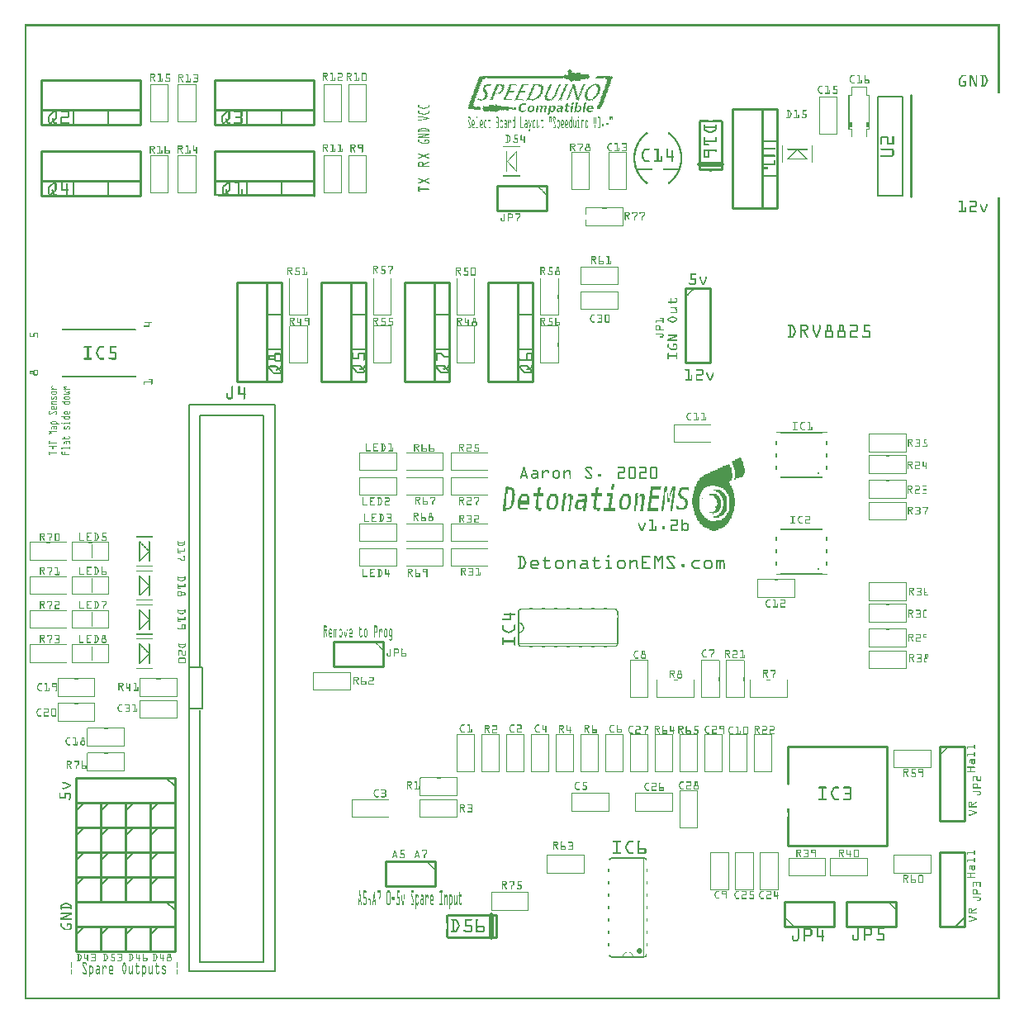
<source format=gto>
G04 MADE WITH FRITZING*
G04 WWW.FRITZING.ORG*
G04 DOUBLE SIDED*
G04 HOLES PLATED*
G04 CONTOUR ON CENTER OF CONTOUR VECTOR*
%ASAXBY*%
%FSLAX23Y23*%
%MOIN*%
%OFA0B0*%
%SFA1.0B1.0*%
%ADD10C,0.011920X0.0039196*%
%ADD11R,0.354200X2.295200X0.338200X2.279200*%
%ADD12C,0.008000*%
%ADD13R,0.063000X0.173200X0.047000X0.157200*%
%ADD14C,0.006000*%
%ADD15C,0.002000*%
%ADD16C,0.010000*%
%ADD17C,0.020000*%
%ADD18C,0.005000*%
%ADD19C,0.004861*%
%ADD20R,0.001000X0.001000*%
%LNSILK1*%
G90*
G70*
G54D10*
X3205Y2126D03*
X3205Y1738D03*
G54D12*
X664Y2403D02*
X1010Y2403D01*
X1010Y116D01*
X664Y116D01*
X664Y2403D01*
D02*
X664Y1342D02*
X719Y1342D01*
X719Y1177D01*
X664Y1177D01*
X664Y1342D01*
D02*
G54D14*
X1994Y1563D02*
X1994Y1521D01*
D02*
X1994Y1521D02*
X1994Y1481D01*
D02*
X1994Y1481D02*
X1994Y1439D01*
G54D15*
D02*
X1994Y1438D02*
X2394Y1438D01*
G54D16*
D02*
X1903Y252D02*
X1708Y252D01*
D02*
X1708Y342D02*
X1903Y342D01*
D02*
X1903Y342D02*
X1903Y252D01*
G54D17*
D02*
X1883Y342D02*
X1883Y252D01*
G54D14*
D02*
X2498Y572D02*
X2374Y572D01*
D02*
X2374Y172D02*
X2498Y172D01*
G54D15*
D02*
X2499Y172D02*
X2499Y572D01*
G54D16*
D02*
X607Y397D02*
X207Y397D01*
D02*
X207Y397D02*
X207Y297D01*
D02*
X207Y297D02*
X607Y297D01*
D02*
X607Y297D02*
X607Y397D01*
G54D18*
D02*
X572Y397D02*
X607Y362D01*
G54D16*
D02*
X607Y897D02*
X207Y897D01*
D02*
X207Y897D02*
X207Y797D01*
D02*
X207Y797D02*
X607Y797D01*
D02*
X607Y797D02*
X607Y897D01*
G54D18*
D02*
X572Y897D02*
X607Y862D01*
G54D16*
D02*
X207Y697D02*
X207Y597D01*
D02*
X207Y597D02*
X307Y597D01*
D02*
X307Y597D02*
X307Y697D01*
D02*
X307Y697D02*
X207Y697D01*
G54D18*
D02*
X207Y662D02*
X242Y697D01*
G54D16*
D02*
X307Y697D02*
X307Y597D01*
D02*
X307Y597D02*
X407Y597D01*
D02*
X407Y597D02*
X407Y697D01*
D02*
X407Y697D02*
X307Y697D01*
G54D18*
D02*
X307Y662D02*
X342Y697D01*
G54D16*
D02*
X407Y697D02*
X407Y597D01*
D02*
X407Y597D02*
X507Y597D01*
D02*
X507Y597D02*
X507Y697D01*
D02*
X507Y697D02*
X407Y697D01*
G54D18*
D02*
X407Y662D02*
X442Y697D01*
G54D16*
D02*
X407Y497D02*
X407Y397D01*
D02*
X407Y397D02*
X507Y397D01*
D02*
X507Y397D02*
X507Y497D01*
D02*
X507Y497D02*
X407Y497D01*
G54D18*
D02*
X407Y462D02*
X442Y497D01*
G54D16*
D02*
X207Y497D02*
X207Y397D01*
D02*
X207Y397D02*
X307Y397D01*
D02*
X307Y397D02*
X307Y497D01*
D02*
X307Y497D02*
X207Y497D01*
G54D18*
D02*
X207Y462D02*
X242Y497D01*
G54D16*
D02*
X307Y497D02*
X307Y397D01*
D02*
X307Y397D02*
X407Y397D01*
D02*
X407Y397D02*
X407Y497D01*
D02*
X407Y497D02*
X307Y497D01*
G54D18*
D02*
X307Y462D02*
X342Y497D01*
G54D16*
D02*
X507Y497D02*
X507Y397D01*
D02*
X507Y397D02*
X607Y397D01*
D02*
X607Y397D02*
X607Y497D01*
D02*
X607Y497D02*
X507Y497D01*
G54D18*
D02*
X507Y462D02*
X542Y497D01*
G54D16*
D02*
X207Y297D02*
X207Y197D01*
D02*
X207Y197D02*
X307Y197D01*
D02*
X307Y197D02*
X307Y297D01*
D02*
X307Y297D02*
X207Y297D01*
G54D18*
D02*
X207Y262D02*
X242Y297D01*
G54D16*
D02*
X307Y297D02*
X307Y197D01*
D02*
X307Y197D02*
X407Y197D01*
D02*
X407Y197D02*
X407Y297D01*
D02*
X407Y297D02*
X307Y297D01*
G54D18*
D02*
X307Y262D02*
X342Y297D01*
G54D16*
D02*
X207Y797D02*
X207Y697D01*
D02*
X207Y697D02*
X307Y697D01*
D02*
X307Y697D02*
X307Y797D01*
D02*
X307Y797D02*
X207Y797D01*
G54D18*
D02*
X207Y762D02*
X242Y797D01*
G54D16*
D02*
X307Y797D02*
X307Y697D01*
D02*
X307Y697D02*
X407Y697D01*
D02*
X407Y697D02*
X407Y797D01*
D02*
X407Y797D02*
X307Y797D01*
G54D18*
D02*
X307Y762D02*
X342Y797D01*
G54D16*
D02*
X407Y797D02*
X407Y697D01*
D02*
X407Y697D02*
X507Y697D01*
D02*
X507Y697D02*
X507Y797D01*
D02*
X507Y797D02*
X407Y797D01*
G54D18*
D02*
X407Y762D02*
X442Y797D01*
G54D16*
D02*
X507Y297D02*
X507Y197D01*
D02*
X507Y197D02*
X607Y197D01*
D02*
X607Y197D02*
X607Y297D01*
D02*
X607Y297D02*
X507Y297D01*
G54D18*
D02*
X507Y262D02*
X542Y297D01*
G54D16*
D02*
X407Y597D02*
X407Y497D01*
D02*
X407Y497D02*
X507Y497D01*
D02*
X507Y497D02*
X507Y597D01*
D02*
X507Y597D02*
X407Y597D01*
G54D18*
D02*
X407Y562D02*
X442Y597D01*
G54D16*
D02*
X507Y597D02*
X507Y497D01*
D02*
X507Y497D02*
X607Y497D01*
D02*
X607Y497D02*
X607Y597D01*
D02*
X607Y597D02*
X507Y597D01*
G54D18*
D02*
X507Y562D02*
X542Y597D01*
G54D16*
D02*
X1447Y1447D02*
X1247Y1447D01*
D02*
X1247Y1447D02*
X1247Y1347D01*
D02*
X1247Y1347D02*
X1447Y1347D01*
D02*
X1447Y1347D02*
X1447Y1447D01*
D02*
X207Y597D02*
X207Y497D01*
D02*
X207Y497D02*
X307Y497D01*
D02*
X307Y497D02*
X307Y597D01*
D02*
X307Y597D02*
X207Y597D01*
G54D18*
D02*
X207Y562D02*
X242Y597D01*
G54D16*
D02*
X307Y597D02*
X307Y497D01*
D02*
X307Y497D02*
X407Y497D01*
D02*
X407Y497D02*
X407Y597D01*
D02*
X407Y597D02*
X307Y597D01*
G54D18*
D02*
X307Y562D02*
X342Y597D01*
G54D16*
D02*
X507Y797D02*
X507Y697D01*
D02*
X507Y697D02*
X607Y697D01*
D02*
X607Y697D02*
X607Y797D01*
D02*
X607Y797D02*
X507Y797D01*
G54D18*
D02*
X507Y762D02*
X542Y797D01*
G54D16*
D02*
X407Y297D02*
X407Y197D01*
D02*
X407Y197D02*
X507Y197D01*
D02*
X507Y197D02*
X507Y297D01*
D02*
X507Y297D02*
X407Y297D01*
G54D18*
D02*
X407Y262D02*
X442Y297D01*
G54D16*
D02*
X507Y697D02*
X507Y597D01*
D02*
X507Y597D02*
X607Y597D01*
D02*
X607Y597D02*
X607Y697D01*
D02*
X607Y697D02*
X507Y697D01*
G54D18*
D02*
X507Y662D02*
X542Y697D01*
G54D16*
D02*
X3082Y622D02*
X3482Y622D01*
D02*
X3482Y622D02*
X3482Y1022D01*
D02*
X3482Y1022D02*
X3082Y1022D01*
D02*
X3082Y872D02*
X3082Y1022D01*
D02*
X1377Y2897D02*
X1377Y2497D01*
D02*
X1377Y2497D02*
X1197Y2497D01*
D02*
X1197Y2497D02*
X1197Y2897D01*
D02*
X1197Y2897D02*
X1377Y2897D01*
D02*
X1377Y2897D02*
X1377Y2497D01*
D02*
X1377Y2497D02*
X1317Y2497D01*
D02*
X1317Y2497D02*
X1317Y2897D01*
D02*
X1317Y2897D02*
X1377Y2897D01*
G54D18*
D02*
X1377Y2767D02*
X1317Y2767D01*
D02*
X1377Y2627D02*
X1317Y2627D01*
G54D16*
D02*
X2052Y2897D02*
X2052Y2497D01*
D02*
X2052Y2497D02*
X1872Y2497D01*
D02*
X1872Y2497D02*
X1872Y2897D01*
D02*
X1872Y2897D02*
X2052Y2897D01*
D02*
X2052Y2897D02*
X2052Y2497D01*
D02*
X2052Y2497D02*
X1992Y2497D01*
D02*
X1992Y2497D02*
X1992Y2897D01*
D02*
X1992Y2897D02*
X2052Y2897D01*
G54D18*
D02*
X2052Y2767D02*
X1992Y2767D01*
D02*
X2052Y2627D02*
X1992Y2627D01*
G54D16*
D02*
X1714Y2897D02*
X1714Y2497D01*
D02*
X1714Y2497D02*
X1534Y2497D01*
D02*
X1534Y2497D02*
X1534Y2897D01*
D02*
X1534Y2897D02*
X1714Y2897D01*
D02*
X1714Y2897D02*
X1714Y2497D01*
D02*
X1714Y2497D02*
X1654Y2497D01*
D02*
X1654Y2497D02*
X1654Y2897D01*
D02*
X1654Y2897D02*
X1714Y2897D01*
G54D18*
D02*
X1714Y2767D02*
X1654Y2767D01*
D02*
X1714Y2627D02*
X1654Y2627D01*
G54D16*
D02*
X1039Y2897D02*
X1039Y2497D01*
D02*
X1039Y2497D02*
X859Y2497D01*
D02*
X859Y2497D02*
X859Y2897D01*
D02*
X859Y2897D02*
X1039Y2897D01*
D02*
X1039Y2897D02*
X1039Y2497D01*
D02*
X1039Y2497D02*
X979Y2497D01*
D02*
X979Y2497D02*
X979Y2897D01*
D02*
X979Y2897D02*
X1039Y2897D01*
G54D18*
D02*
X1039Y2767D02*
X979Y2767D01*
D02*
X1039Y2627D02*
X979Y2627D01*
G54D16*
D02*
X3794Y297D02*
X3794Y597D01*
D02*
X3794Y597D02*
X3694Y597D01*
D02*
X3694Y597D02*
X3694Y297D01*
D02*
X3694Y297D02*
X3794Y297D01*
G54D18*
D02*
X3794Y332D02*
X3759Y297D01*
G54D16*
D02*
X3694Y1022D02*
X3694Y722D01*
D02*
X3694Y722D02*
X3794Y722D01*
D02*
X3794Y722D02*
X3794Y1022D01*
D02*
X3794Y1022D02*
X3694Y1022D01*
D02*
X2107Y3284D02*
X1907Y3284D01*
D02*
X1907Y3284D02*
X1907Y3184D01*
D02*
X1907Y3184D02*
X2107Y3184D01*
D02*
X2107Y3184D02*
X2107Y3284D01*
D02*
X2669Y2872D02*
X2669Y2572D01*
D02*
X2669Y2572D02*
X2769Y2572D01*
D02*
X2769Y2572D02*
X2769Y2872D01*
D02*
X2769Y2872D02*
X2669Y2872D01*
D02*
X3069Y297D02*
X3269Y297D01*
D02*
X3269Y297D02*
X3269Y397D01*
D02*
X3269Y397D02*
X3069Y397D01*
D02*
X3069Y397D02*
X3069Y297D01*
D02*
X1657Y559D02*
X1457Y559D01*
D02*
X1457Y559D02*
X1457Y459D01*
D02*
X1457Y459D02*
X1657Y459D01*
D02*
X1657Y459D02*
X1657Y559D01*
D02*
X3519Y397D02*
X3319Y397D01*
D02*
X3319Y397D02*
X3319Y297D01*
D02*
X3319Y297D02*
X3519Y297D01*
D02*
X3519Y297D02*
X3519Y397D01*
D02*
X3039Y3597D02*
X3039Y3197D01*
D02*
X3039Y3197D02*
X2859Y3197D01*
D02*
X2859Y3197D02*
X2859Y3597D01*
D02*
X2859Y3597D02*
X3039Y3597D01*
D02*
X3039Y3597D02*
X3039Y3197D01*
D02*
X3039Y3197D02*
X2979Y3197D01*
D02*
X2979Y3197D02*
X2979Y3597D01*
D02*
X2979Y3597D02*
X3039Y3597D01*
G54D18*
D02*
X3039Y3467D02*
X2979Y3467D01*
D02*
X3039Y3327D02*
X2979Y3327D01*
G54D16*
D02*
X2724Y3351D02*
X2724Y3546D01*
D02*
X2814Y3546D02*
X2814Y3351D01*
D02*
X2814Y3351D02*
X2724Y3351D01*
G54D17*
D02*
X2814Y3371D02*
X2724Y3371D01*
G54D18*
D02*
X3444Y3247D02*
X3544Y3247D01*
D02*
X3544Y3247D02*
X3544Y3647D01*
D02*
X3544Y3647D02*
X3444Y3647D01*
D02*
X3444Y3647D02*
X3444Y3247D01*
G54D16*
D02*
X469Y3246D02*
X69Y3246D01*
D02*
X69Y3246D02*
X69Y3426D01*
D02*
X69Y3426D02*
X469Y3426D01*
D02*
X469Y3426D02*
X469Y3246D01*
D02*
X469Y3246D02*
X69Y3246D01*
D02*
X69Y3246D02*
X69Y3306D01*
D02*
X69Y3306D02*
X469Y3306D01*
D02*
X469Y3306D02*
X469Y3246D01*
G54D18*
D02*
X339Y3246D02*
X339Y3306D01*
D02*
X199Y3246D02*
X199Y3306D01*
G54D16*
D02*
X1169Y3533D02*
X769Y3533D01*
D02*
X769Y3533D02*
X769Y3713D01*
D02*
X769Y3713D02*
X1169Y3713D01*
D02*
X1169Y3713D02*
X1169Y3533D01*
D02*
X1169Y3533D02*
X769Y3533D01*
D02*
X769Y3533D02*
X769Y3593D01*
D02*
X769Y3593D02*
X1169Y3593D01*
D02*
X1169Y3593D02*
X1169Y3533D01*
G54D18*
D02*
X1039Y3533D02*
X1039Y3593D01*
D02*
X899Y3533D02*
X899Y3593D01*
G54D16*
D02*
X469Y3533D02*
X69Y3533D01*
D02*
X69Y3533D02*
X69Y3713D01*
D02*
X69Y3713D02*
X469Y3713D01*
D02*
X469Y3713D02*
X469Y3533D01*
D02*
X469Y3533D02*
X69Y3533D01*
D02*
X69Y3533D02*
X69Y3593D01*
D02*
X69Y3593D02*
X469Y3593D01*
D02*
X469Y3593D02*
X469Y3533D01*
G54D18*
D02*
X339Y3533D02*
X339Y3593D01*
D02*
X199Y3533D02*
X199Y3593D01*
G54D16*
D02*
X769Y3426D02*
X1169Y3426D01*
D02*
X1169Y3426D02*
X1169Y3246D01*
D02*
X769Y3306D02*
X1169Y3306D01*
D02*
X1169Y3306D02*
X1169Y3246D01*
G54D18*
D02*
X1039Y3246D02*
X1039Y3306D01*
D02*
X899Y3246D02*
X899Y3306D01*
G54D16*
D02*
X3577Y3652D02*
X3577Y3242D01*
G36*
X2885Y2190D02*
X2885Y2186D01*
X2879Y2186D01*
X2879Y2181D01*
X2869Y2181D01*
X2869Y2177D01*
X2859Y2177D01*
X2859Y2172D01*
X2856Y2172D01*
X2856Y2168D01*
X2859Y2168D01*
X2859Y2158D01*
X2862Y2158D01*
X2862Y2149D01*
X2866Y2149D01*
X2866Y2140D01*
X2869Y2140D01*
X2869Y2104D01*
X2866Y2104D01*
X2866Y2100D01*
X2872Y2100D01*
X2872Y2104D01*
X2885Y2104D01*
X2885Y2109D01*
X2898Y2109D01*
X2898Y2113D01*
X2901Y2113D01*
X2901Y2118D01*
X2905Y2118D01*
X2905Y2127D01*
X2908Y2127D01*
X2908Y2145D01*
X2905Y2145D01*
X2905Y2154D01*
X2901Y2154D01*
X2901Y2172D01*
X2898Y2172D01*
X2898Y2177D01*
X2895Y2177D01*
X2895Y2186D01*
X2892Y2186D01*
X2892Y2190D01*
X2885Y2190D01*
G37*
D02*
G36*
X2840Y2163D02*
X2840Y2158D01*
X2830Y2158D01*
X2830Y2154D01*
X2817Y2154D01*
X2817Y2149D01*
X2807Y2149D01*
X2807Y2145D01*
X2797Y2145D01*
X2797Y2140D01*
X2788Y2140D01*
X2788Y2136D01*
X2778Y2136D01*
X2778Y2131D01*
X2768Y2131D01*
X2768Y2127D01*
X2758Y2127D01*
X2758Y2122D01*
X2749Y2122D01*
X2749Y2118D01*
X2742Y2118D01*
X2742Y2113D01*
X2736Y2113D01*
X2736Y2109D01*
X2729Y2109D01*
X2729Y2104D01*
X2726Y2104D01*
X2726Y2100D01*
X2723Y2100D01*
X2723Y2095D01*
X2719Y2095D01*
X2719Y2091D01*
X2716Y2091D01*
X2716Y2086D01*
X2713Y2086D01*
X2713Y2082D01*
X2710Y2082D01*
X2710Y2077D01*
X2788Y2077D01*
X2788Y2073D01*
X2801Y2073D01*
X2801Y2068D01*
X2810Y2068D01*
X2810Y2064D01*
X2820Y2064D01*
X2820Y2059D01*
X2827Y2059D01*
X2827Y2055D01*
X2830Y2055D01*
X2830Y2050D01*
X2833Y2050D01*
X2833Y2045D01*
X2836Y2045D01*
X2836Y2041D01*
X2840Y2041D01*
X2840Y2032D01*
X2843Y2032D01*
X2843Y2018D01*
X2846Y2018D01*
X2846Y1987D01*
X2843Y1987D01*
X2843Y1973D01*
X2840Y1973D01*
X2840Y1964D01*
X2836Y1964D01*
X2836Y1960D01*
X2833Y1960D01*
X2833Y1955D01*
X2830Y1955D01*
X2830Y1951D01*
X2827Y1951D01*
X2827Y1946D01*
X2820Y1946D01*
X2820Y1942D01*
X2814Y1942D01*
X2814Y1937D01*
X2791Y1937D01*
X2791Y1933D01*
X2846Y1933D01*
X2846Y1937D01*
X2849Y1937D01*
X2849Y1942D01*
X2853Y1942D01*
X2853Y1946D01*
X2856Y1946D01*
X2856Y1955D01*
X2859Y1955D01*
X2859Y1964D01*
X2862Y1964D01*
X2862Y1973D01*
X2866Y1973D01*
X2866Y1991D01*
X2869Y1991D01*
X2869Y2027D01*
X2866Y2027D01*
X2866Y2045D01*
X2862Y2045D01*
X2862Y2059D01*
X2859Y2059D01*
X2859Y2064D01*
X2856Y2064D01*
X2856Y2073D01*
X2853Y2073D01*
X2853Y2077D01*
X2849Y2077D01*
X2849Y2086D01*
X2846Y2086D01*
X2846Y2091D01*
X2849Y2091D01*
X2849Y2095D01*
X2853Y2095D01*
X2853Y2100D01*
X2856Y2100D01*
X2856Y2104D01*
X2859Y2104D01*
X2859Y2127D01*
X2856Y2127D01*
X2856Y2140D01*
X2853Y2140D01*
X2853Y2149D01*
X2849Y2149D01*
X2849Y2158D01*
X2846Y2158D01*
X2846Y2163D01*
X2840Y2163D01*
G37*
D02*
G36*
X2710Y2077D02*
X2710Y2073D01*
X2706Y2073D01*
X2706Y2064D01*
X2703Y2064D01*
X2703Y2055D01*
X2700Y2055D01*
X2700Y2041D01*
X2697Y2041D01*
X2697Y2027D01*
X2694Y2027D01*
X2694Y2000D01*
X2697Y2000D01*
X2697Y1987D01*
X2700Y1987D01*
X2700Y1973D01*
X2703Y1973D01*
X2703Y1964D01*
X2706Y1964D01*
X2706Y1955D01*
X2710Y1955D01*
X2710Y1946D01*
X2713Y1946D01*
X2713Y1942D01*
X2716Y1942D01*
X2716Y1937D01*
X2719Y1937D01*
X2719Y1933D01*
X2768Y1933D01*
X2768Y1937D01*
X2758Y1937D01*
X2758Y1942D01*
X2752Y1942D01*
X2752Y1946D01*
X2745Y1946D01*
X2745Y1951D01*
X2742Y1951D01*
X2742Y1955D01*
X2739Y1955D01*
X2739Y1960D01*
X2736Y1960D01*
X2736Y1964D01*
X2732Y1964D01*
X2732Y1969D01*
X2729Y1969D01*
X2729Y1978D01*
X2726Y1978D01*
X2726Y1991D01*
X2723Y1991D01*
X2723Y2018D01*
X2726Y2018D01*
X2726Y2032D01*
X2729Y2032D01*
X2729Y2041D01*
X2732Y2041D01*
X2732Y2050D01*
X2736Y2050D01*
X2736Y2055D01*
X2739Y2055D01*
X2739Y2059D01*
X2742Y2059D01*
X2742Y2064D01*
X2749Y2064D01*
X2749Y2068D01*
X2755Y2068D01*
X2755Y2073D01*
X2768Y2073D01*
X2768Y2077D01*
X2710Y2077D01*
G37*
D02*
G36*
X2723Y1933D02*
X2723Y1928D01*
X2843Y1928D01*
X2843Y1933D01*
X2723Y1933D01*
G37*
D02*
G36*
X2723Y1933D02*
X2723Y1928D01*
X2843Y1928D01*
X2843Y1933D01*
X2723Y1933D01*
G37*
D02*
G36*
X2726Y1928D02*
X2726Y1923D01*
X2729Y1923D01*
X2729Y1919D01*
X2736Y1919D01*
X2736Y1914D01*
X2739Y1914D01*
X2739Y1910D01*
X2745Y1910D01*
X2745Y1905D01*
X2755Y1905D01*
X2755Y1901D01*
X2765Y1901D01*
X2765Y1896D01*
X2775Y1896D01*
X2775Y1892D01*
X2791Y1892D01*
X2791Y1896D01*
X2801Y1896D01*
X2801Y1901D01*
X2814Y1901D01*
X2814Y1905D01*
X2820Y1905D01*
X2820Y1910D01*
X2827Y1910D01*
X2827Y1914D01*
X2833Y1914D01*
X2833Y1919D01*
X2836Y1919D01*
X2836Y1923D01*
X2840Y1923D01*
X2840Y1928D01*
X2726Y1928D01*
G37*
D02*
G36*
X2372Y2082D02*
X2372Y2073D01*
X2369Y2073D01*
X2369Y2059D01*
X2378Y2059D01*
X2378Y2068D01*
X2382Y2068D01*
X2382Y2082D01*
X2372Y2082D01*
G37*
D02*
G36*
X1943Y2073D02*
X1943Y2068D01*
X1940Y2068D01*
X1940Y2059D01*
X1966Y2059D01*
X1966Y2055D01*
X1969Y2055D01*
X1969Y2014D01*
X1966Y2014D01*
X1966Y2000D01*
X1963Y2000D01*
X1963Y1991D01*
X1959Y1991D01*
X1959Y1987D01*
X1969Y1987D01*
X1969Y1991D01*
X1972Y1991D01*
X1972Y2000D01*
X1976Y2000D01*
X1976Y2009D01*
X1979Y2009D01*
X1979Y2036D01*
X1982Y2036D01*
X1982Y2041D01*
X1979Y2041D01*
X1979Y2059D01*
X1976Y2059D01*
X1976Y2064D01*
X1969Y2064D01*
X1969Y2068D01*
X1956Y2068D01*
X1956Y2073D01*
X1943Y2073D01*
G37*
D02*
G36*
X1940Y2059D02*
X1940Y2045D01*
X1937Y2045D01*
X1937Y2023D01*
X1933Y2023D01*
X1933Y2000D01*
X1930Y2000D01*
X1930Y1987D01*
X1940Y1987D01*
X1940Y1991D01*
X1943Y1991D01*
X1943Y2014D01*
X1946Y2014D01*
X1946Y2041D01*
X1950Y2041D01*
X1950Y2059D01*
X1940Y2059D01*
G37*
D02*
G36*
X1930Y1987D02*
X1930Y1982D01*
X1966Y1982D01*
X1966Y1987D01*
X1930Y1987D01*
G37*
D02*
G36*
X1930Y1987D02*
X1930Y1982D01*
X1966Y1982D01*
X1966Y1987D01*
X1930Y1987D01*
G37*
D02*
G36*
X1930Y1982D02*
X1930Y1973D01*
X1943Y1973D01*
X1943Y1978D01*
X1959Y1978D01*
X1959Y1982D01*
X1930Y1982D01*
G37*
D02*
G36*
X2528Y2073D02*
X2528Y2055D01*
X2525Y2055D01*
X2525Y2032D01*
X2521Y2032D01*
X2521Y2009D01*
X2518Y2009D01*
X2518Y1987D01*
X2515Y1987D01*
X2515Y1973D01*
X2557Y1973D01*
X2557Y1987D01*
X2528Y1987D01*
X2528Y2005D01*
X2531Y2005D01*
X2531Y2023D01*
X2560Y2023D01*
X2560Y2036D01*
X2534Y2036D01*
X2534Y2055D01*
X2538Y2055D01*
X2538Y2059D01*
X2567Y2059D01*
X2567Y2068D01*
X2570Y2068D01*
X2570Y2073D01*
X2528Y2073D01*
G37*
D02*
G36*
X2583Y2073D02*
X2583Y2064D01*
X2580Y2064D01*
X2580Y2055D01*
X2593Y2055D01*
X2593Y2027D01*
X2599Y2027D01*
X2599Y2045D01*
X2596Y2045D01*
X2596Y2073D01*
X2583Y2073D01*
G37*
D02*
G36*
X2616Y2073D02*
X2616Y2064D01*
X2612Y2064D01*
X2612Y2055D01*
X2619Y2055D01*
X2619Y2041D01*
X2616Y2041D01*
X2616Y2018D01*
X2612Y2018D01*
X2612Y1996D01*
X2609Y1996D01*
X2609Y1973D01*
X2616Y1973D01*
X2616Y1982D01*
X2619Y1982D01*
X2619Y2005D01*
X2622Y2005D01*
X2622Y2027D01*
X2625Y2027D01*
X2625Y2055D01*
X2629Y2055D01*
X2629Y2073D01*
X2616Y2073D01*
G37*
D02*
G36*
X2580Y2055D02*
X2580Y2036D01*
X2577Y2036D01*
X2577Y2014D01*
X2573Y2014D01*
X2573Y1991D01*
X2570Y1991D01*
X2570Y1973D01*
X2577Y1973D01*
X2577Y1978D01*
X2580Y1978D01*
X2580Y2000D01*
X2583Y2000D01*
X2583Y2027D01*
X2586Y2027D01*
X2586Y2050D01*
X2590Y2050D01*
X2590Y2055D01*
X2580Y2055D01*
G37*
D02*
G36*
X2609Y2055D02*
X2609Y2045D01*
X2606Y2045D01*
X2606Y2036D01*
X2603Y2036D01*
X2603Y2027D01*
X2606Y2027D01*
X2606Y2032D01*
X2609Y2032D01*
X2609Y2041D01*
X2612Y2041D01*
X2612Y2050D01*
X2616Y2050D01*
X2616Y2055D01*
X2609Y2055D01*
G37*
D02*
G36*
X2593Y2027D02*
X2593Y2023D01*
X2606Y2023D01*
X2606Y2027D01*
X2593Y2027D01*
G37*
D02*
G36*
X2593Y2027D02*
X2593Y2023D01*
X2606Y2023D01*
X2606Y2027D01*
X2593Y2027D01*
G37*
D02*
G36*
X2593Y2023D02*
X2593Y2009D01*
X2603Y2009D01*
X2603Y2018D01*
X2606Y2018D01*
X2606Y2023D01*
X2593Y2023D01*
G37*
D02*
G36*
X2073Y2068D02*
X2073Y2064D01*
X2070Y2064D01*
X2070Y2045D01*
X2054Y2045D01*
X2054Y2032D01*
X2067Y2032D01*
X2067Y2018D01*
X2063Y2018D01*
X2063Y1991D01*
X2060Y1991D01*
X2060Y1987D01*
X2063Y1987D01*
X2063Y1978D01*
X2076Y1978D01*
X2076Y1973D01*
X2086Y1973D01*
X2086Y1978D01*
X2089Y1978D01*
X2089Y1987D01*
X2073Y1987D01*
X2073Y2014D01*
X2076Y2014D01*
X2076Y2032D01*
X2096Y2032D01*
X2096Y2045D01*
X2080Y2045D01*
X2080Y2059D01*
X2083Y2059D01*
X2083Y2068D01*
X2073Y2068D01*
G37*
D02*
G36*
X2307Y2068D02*
X2307Y2064D01*
X2304Y2064D01*
X2304Y2045D01*
X2287Y2045D01*
X2287Y2032D01*
X2300Y2032D01*
X2300Y2018D01*
X2297Y2018D01*
X2297Y1991D01*
X2294Y1991D01*
X2294Y1987D01*
X2297Y1987D01*
X2297Y1978D01*
X2310Y1978D01*
X2310Y1973D01*
X2320Y1973D01*
X2320Y1978D01*
X2323Y1978D01*
X2323Y1987D01*
X2307Y1987D01*
X2307Y2014D01*
X2310Y2014D01*
X2310Y2032D01*
X2330Y2032D01*
X2330Y2045D01*
X2313Y2045D01*
X2313Y2059D01*
X2317Y2059D01*
X2317Y2068D01*
X2307Y2068D01*
G37*
D02*
G36*
X2781Y2059D02*
X2781Y2055D01*
X2791Y2055D01*
X2791Y2050D01*
X2801Y2050D01*
X2801Y2045D01*
X2804Y2045D01*
X2804Y2041D01*
X2807Y2041D01*
X2807Y2036D01*
X2810Y2036D01*
X2810Y2032D01*
X2814Y2032D01*
X2814Y2027D01*
X2817Y2027D01*
X2817Y2014D01*
X2820Y2014D01*
X2820Y1991D01*
X2817Y1991D01*
X2817Y1978D01*
X2814Y1978D01*
X2814Y1973D01*
X2810Y1973D01*
X2810Y1964D01*
X2804Y1964D01*
X2804Y1960D01*
X2801Y1960D01*
X2801Y1955D01*
X2794Y1955D01*
X2794Y1951D01*
X2781Y1951D01*
X2781Y1946D01*
X2804Y1946D01*
X2804Y1951D01*
X2814Y1951D01*
X2814Y1955D01*
X2820Y1955D01*
X2820Y1960D01*
X2823Y1960D01*
X2823Y1964D01*
X2827Y1964D01*
X2827Y1969D01*
X2830Y1969D01*
X2830Y1973D01*
X2833Y1973D01*
X2833Y1982D01*
X2836Y1982D01*
X2836Y2023D01*
X2833Y2023D01*
X2833Y2032D01*
X2830Y2032D01*
X2830Y2036D01*
X2827Y2036D01*
X2827Y2041D01*
X2823Y2041D01*
X2823Y2045D01*
X2820Y2045D01*
X2820Y2050D01*
X2814Y2050D01*
X2814Y2055D01*
X2807Y2055D01*
X2807Y2059D01*
X2781Y2059D01*
G37*
D02*
G36*
X2177Y2045D02*
X2177Y2041D01*
X2174Y2041D01*
X2174Y2018D01*
X2171Y2018D01*
X2171Y1996D01*
X2167Y1996D01*
X2167Y1973D01*
X2177Y1973D01*
X2177Y1996D01*
X2180Y1996D01*
X2180Y2018D01*
X2184Y2018D01*
X2184Y2027D01*
X2187Y2027D01*
X2187Y2032D01*
X2184Y2032D01*
X2184Y2041D01*
X2187Y2041D01*
X2187Y2045D01*
X2177Y2045D01*
G37*
D02*
G36*
X2352Y2045D02*
X2352Y2032D01*
X2365Y2032D01*
X2365Y2027D01*
X2362Y2027D01*
X2362Y2005D01*
X2359Y2005D01*
X2359Y1987D01*
X2339Y1987D01*
X2339Y1973D01*
X2385Y1973D01*
X2385Y1987D01*
X2369Y1987D01*
X2369Y2000D01*
X2372Y2000D01*
X2372Y2023D01*
X2375Y2023D01*
X2375Y2045D01*
X2352Y2045D01*
G37*
D02*
G36*
X2469Y2045D02*
X2469Y2041D01*
X2466Y2041D01*
X2466Y2018D01*
X2463Y2018D01*
X2463Y1996D01*
X2460Y1996D01*
X2460Y1973D01*
X2469Y1973D01*
X2469Y1996D01*
X2473Y1996D01*
X2473Y2018D01*
X2476Y2018D01*
X2476Y2027D01*
X2479Y2027D01*
X2479Y2032D01*
X2476Y2032D01*
X2476Y2041D01*
X2479Y2041D01*
X2479Y2045D01*
X2469Y2045D01*
G37*
D02*
G36*
X2005Y2041D02*
X2005Y2036D01*
X2002Y2036D01*
X2002Y2032D01*
X2028Y2032D01*
X2028Y2014D01*
X2037Y2014D01*
X2037Y2032D01*
X2034Y2032D01*
X2034Y2036D01*
X2031Y2036D01*
X2031Y2041D01*
X2005Y2041D01*
G37*
D02*
G36*
X1998Y2032D02*
X1998Y2027D01*
X1995Y2027D01*
X1995Y2018D01*
X1992Y2018D01*
X1992Y2014D01*
X2005Y2014D01*
X2005Y2027D01*
X2008Y2027D01*
X2008Y2032D01*
X1998Y2032D01*
G37*
D02*
G36*
X1992Y2014D02*
X1992Y2009D01*
X2037Y2009D01*
X2037Y2014D01*
X1992Y2014D01*
G37*
D02*
G36*
X1992Y2014D02*
X1992Y2009D01*
X2037Y2009D01*
X2037Y2014D01*
X1992Y2014D01*
G37*
D02*
G36*
X1992Y2009D02*
X1992Y1987D01*
X1995Y1987D01*
X1995Y1982D01*
X1998Y1982D01*
X1998Y1978D01*
X2031Y1978D01*
X2031Y1987D01*
X2002Y1987D01*
X2002Y2000D01*
X2037Y2000D01*
X2037Y2009D01*
X1992Y2009D01*
G37*
D02*
G36*
X2122Y2041D02*
X2122Y2036D01*
X2119Y2036D01*
X2119Y2032D01*
X2141Y2032D01*
X2141Y2027D01*
X2145Y2027D01*
X2145Y2000D01*
X2141Y2000D01*
X2141Y1991D01*
X2138Y1991D01*
X2138Y1987D01*
X2148Y1987D01*
X2148Y1991D01*
X2151Y1991D01*
X2151Y2000D01*
X2154Y2000D01*
X2154Y2032D01*
X2151Y2032D01*
X2151Y2036D01*
X2148Y2036D01*
X2148Y2041D01*
X2122Y2041D01*
G37*
D02*
G36*
X2115Y2032D02*
X2115Y2027D01*
X2112Y2027D01*
X2112Y2018D01*
X2109Y2018D01*
X2109Y1987D01*
X2122Y1987D01*
X2122Y1991D01*
X2119Y1991D01*
X2119Y2014D01*
X2122Y2014D01*
X2122Y2027D01*
X2125Y2027D01*
X2125Y2032D01*
X2115Y2032D01*
G37*
D02*
G36*
X2112Y1987D02*
X2112Y1982D01*
X2145Y1982D01*
X2145Y1987D01*
X2112Y1987D01*
G37*
D02*
G36*
X2112Y1987D02*
X2112Y1982D01*
X2145Y1982D01*
X2145Y1987D01*
X2112Y1987D01*
G37*
D02*
G36*
X2115Y1982D02*
X2115Y1978D01*
X2141Y1978D01*
X2141Y1982D01*
X2115Y1982D01*
G37*
D02*
G36*
X2193Y2041D02*
X2193Y2036D01*
X2190Y2036D01*
X2190Y2032D01*
X2200Y2032D01*
X2200Y2000D01*
X2197Y2000D01*
X2197Y1978D01*
X2193Y1978D01*
X2193Y1973D01*
X2206Y1973D01*
X2206Y1996D01*
X2209Y1996D01*
X2209Y2018D01*
X2213Y2018D01*
X2213Y2036D01*
X2209Y2036D01*
X2209Y2041D01*
X2193Y2041D01*
G37*
D02*
G36*
X2235Y2041D02*
X2235Y2032D01*
X2261Y2032D01*
X2261Y2023D01*
X2252Y2023D01*
X2252Y2018D01*
X2232Y2018D01*
X2232Y2014D01*
X2229Y2014D01*
X2229Y2009D01*
X2258Y2009D01*
X2258Y1996D01*
X2255Y1996D01*
X2255Y1991D01*
X2252Y1991D01*
X2252Y1987D01*
X2255Y1987D01*
X2255Y1973D01*
X2265Y1973D01*
X2265Y1987D01*
X2268Y1987D01*
X2268Y2009D01*
X2271Y2009D01*
X2271Y2036D01*
X2268Y2036D01*
X2268Y2041D01*
X2235Y2041D01*
G37*
D02*
G36*
X2226Y2009D02*
X2226Y2000D01*
X2222Y2000D01*
X2222Y1987D01*
X2235Y1987D01*
X2235Y2005D01*
X2239Y2005D01*
X2239Y2009D01*
X2226Y2009D01*
G37*
D02*
G36*
X2226Y1987D02*
X2226Y1982D01*
X2229Y1982D01*
X2229Y1978D01*
X2248Y1978D01*
X2248Y1982D01*
X2252Y1982D01*
X2252Y1987D01*
X2226Y1987D01*
G37*
D02*
G36*
X2414Y2041D02*
X2414Y2036D01*
X2411Y2036D01*
X2411Y2032D01*
X2434Y2032D01*
X2434Y2027D01*
X2437Y2027D01*
X2437Y2000D01*
X2434Y2000D01*
X2434Y1991D01*
X2430Y1991D01*
X2430Y1987D01*
X2440Y1987D01*
X2440Y1991D01*
X2443Y1991D01*
X2443Y2000D01*
X2447Y2000D01*
X2447Y2032D01*
X2443Y2032D01*
X2443Y2036D01*
X2440Y2036D01*
X2440Y2041D01*
X2414Y2041D01*
G37*
D02*
G36*
X2408Y2032D02*
X2408Y2027D01*
X2404Y2027D01*
X2404Y2018D01*
X2401Y2018D01*
X2401Y1987D01*
X2414Y1987D01*
X2414Y1991D01*
X2411Y1991D01*
X2411Y2014D01*
X2414Y2014D01*
X2414Y2027D01*
X2417Y2027D01*
X2417Y2032D01*
X2408Y2032D01*
G37*
D02*
G36*
X2404Y1987D02*
X2404Y1982D01*
X2437Y1982D01*
X2437Y1987D01*
X2404Y1987D01*
G37*
D02*
G36*
X2404Y1987D02*
X2404Y1982D01*
X2437Y1982D01*
X2437Y1987D01*
X2404Y1987D01*
G37*
D02*
G36*
X2408Y1982D02*
X2408Y1978D01*
X2434Y1978D01*
X2434Y1982D01*
X2408Y1982D01*
G37*
D02*
G36*
X2486Y2041D02*
X2486Y2036D01*
X2482Y2036D01*
X2482Y2032D01*
X2492Y2032D01*
X2492Y2000D01*
X2489Y2000D01*
X2489Y1978D01*
X2486Y1978D01*
X2486Y1973D01*
X2499Y1973D01*
X2499Y1996D01*
X2502Y1996D01*
X2502Y2018D01*
X2505Y2018D01*
X2505Y2036D01*
X2502Y2036D01*
X2502Y2041D01*
X2486Y2041D01*
G37*
D02*
G36*
X2765Y2041D02*
X2765Y2036D01*
X2781Y2036D01*
X2781Y2032D01*
X2784Y2032D01*
X2784Y2027D01*
X2788Y2027D01*
X2788Y2023D01*
X2791Y2023D01*
X2791Y2018D01*
X2794Y2018D01*
X2794Y2005D01*
X2797Y2005D01*
X2797Y2000D01*
X2794Y2000D01*
X2794Y1991D01*
X2788Y1991D01*
X2788Y1987D01*
X2791Y1987D01*
X2791Y1978D01*
X2788Y1978D01*
X2788Y1973D01*
X2781Y1973D01*
X2781Y1969D01*
X2765Y1969D01*
X2765Y1964D01*
X2778Y1964D01*
X2778Y1960D01*
X2781Y1960D01*
X2781Y1964D01*
X2794Y1964D01*
X2794Y1969D01*
X2801Y1969D01*
X2801Y1973D01*
X2804Y1973D01*
X2804Y1978D01*
X2807Y1978D01*
X2807Y1987D01*
X2810Y1987D01*
X2810Y2018D01*
X2807Y2018D01*
X2807Y2027D01*
X2804Y2027D01*
X2804Y2032D01*
X2801Y2032D01*
X2801Y2036D01*
X2794Y2036D01*
X2794Y2041D01*
X2765Y2041D01*
G37*
D02*
G36*
X2736Y2027D02*
X2736Y2023D01*
X2739Y2023D01*
X2739Y2027D01*
X2736Y2027D01*
G37*
D02*
G36*
X2651Y2068D02*
X2651Y2064D01*
X2645Y2064D01*
X2645Y2059D01*
X2677Y2059D01*
X2677Y2055D01*
X2681Y2055D01*
X2681Y2068D01*
X2651Y2068D01*
G37*
D02*
G36*
X2645Y2059D02*
X2645Y2055D01*
X2642Y2055D01*
X2642Y2045D01*
X2638Y2045D01*
X2638Y2036D01*
X2642Y2036D01*
X2642Y2032D01*
X2645Y2032D01*
X2645Y2027D01*
X2648Y2027D01*
X2648Y2023D01*
X2658Y2023D01*
X2658Y2018D01*
X2664Y2018D01*
X2664Y2009D01*
X2668Y2009D01*
X2668Y1996D01*
X2664Y1996D01*
X2664Y1991D01*
X2661Y1991D01*
X2661Y1987D01*
X2674Y1987D01*
X2674Y1996D01*
X2677Y1996D01*
X2677Y2014D01*
X2674Y2014D01*
X2674Y2023D01*
X2668Y2023D01*
X2668Y2027D01*
X2661Y2027D01*
X2661Y2032D01*
X2655Y2032D01*
X2655Y2036D01*
X2651Y2036D01*
X2651Y2041D01*
X2648Y2041D01*
X2648Y2050D01*
X2651Y2050D01*
X2651Y2055D01*
X2655Y2055D01*
X2655Y2059D01*
X2645Y2059D01*
G37*
D02*
G36*
X2632Y1996D02*
X2632Y1987D01*
X2642Y1987D01*
X2642Y1991D01*
X2635Y1991D01*
X2635Y1996D01*
X2632Y1996D01*
G37*
D02*
G36*
X2632Y1987D02*
X2632Y1982D01*
X2671Y1982D01*
X2671Y1987D01*
X2632Y1987D01*
G37*
D02*
G36*
X2632Y1987D02*
X2632Y1982D01*
X2671Y1982D01*
X2671Y1987D01*
X2632Y1987D01*
G37*
D02*
G36*
X2635Y1982D02*
X2635Y1978D01*
X2664Y1978D01*
X2664Y1982D01*
X2635Y1982D01*
G37*
D02*
G36*
X2199Y3757D02*
X2199Y3756D01*
X2201Y3756D01*
X2201Y3757D01*
X2199Y3757D01*
G37*
D02*
G36*
X2198Y3756D02*
X2198Y3755D01*
X2199Y3755D01*
X2199Y3756D01*
X2198Y3756D01*
G37*
D02*
G36*
X2201Y3756D02*
X2201Y3755D01*
X2201Y3755D01*
X2201Y3756D01*
X2201Y3756D01*
G37*
D02*
G36*
X2197Y3755D02*
X2197Y3754D01*
X2198Y3754D01*
X2198Y3755D01*
X2197Y3755D01*
G37*
D02*
G36*
X2201Y3755D02*
X2201Y3754D01*
X2202Y3754D01*
X2202Y3755D01*
X2201Y3755D01*
G37*
D02*
G36*
X2197Y3754D02*
X2197Y3753D01*
X2197Y3753D01*
X2197Y3754D01*
X2197Y3754D01*
G37*
D02*
G36*
X2202Y3754D02*
X2202Y3753D01*
X2205Y3753D01*
X2205Y3753D01*
X2206Y3753D01*
X2206Y3754D01*
X2202Y3754D01*
G37*
D02*
G36*
X2196Y3753D02*
X2196Y3753D01*
X2197Y3753D01*
X2197Y3753D01*
X2196Y3753D01*
G37*
D02*
G36*
X2195Y3753D02*
X2195Y3752D01*
X2196Y3752D01*
X2196Y3753D01*
X2195Y3753D01*
G37*
D02*
G36*
X2206Y3753D02*
X2206Y3752D01*
X2207Y3752D01*
X2207Y3751D01*
X2207Y3751D01*
X2207Y3750D01*
X2208Y3750D01*
X2208Y3749D01*
X2209Y3749D01*
X2209Y3744D01*
X2210Y3744D01*
X2210Y3750D01*
X2209Y3750D01*
X2209Y3751D01*
X2208Y3751D01*
X2208Y3752D01*
X2207Y3752D01*
X2207Y3753D01*
X2206Y3753D01*
G37*
D02*
G36*
X2194Y3752D02*
X2194Y3751D01*
X2195Y3751D01*
X2195Y3752D01*
X2194Y3752D01*
G37*
D02*
G36*
X2194Y3751D02*
X2194Y3750D01*
X2194Y3750D01*
X2194Y3751D01*
X2194Y3751D01*
G37*
D02*
G36*
X2193Y3750D02*
X2193Y3749D01*
X2194Y3749D01*
X2194Y3750D01*
X2193Y3750D01*
G37*
D02*
G36*
X2192Y3749D02*
X2192Y3749D01*
X2193Y3749D01*
X2193Y3749D01*
X2192Y3749D01*
G37*
D02*
G36*
X2191Y3749D02*
X2191Y3748D01*
X2190Y3748D01*
X2190Y3747D01*
X2189Y3747D01*
X2189Y3745D01*
X2190Y3745D01*
X2190Y3746D01*
X2191Y3746D01*
X2191Y3747D01*
X2191Y3747D01*
X2191Y3748D01*
X2192Y3748D01*
X2192Y3749D01*
X2191Y3749D01*
G37*
D02*
G36*
X2190Y3745D02*
X2190Y3744D01*
X2191Y3744D01*
X2191Y3745D01*
X2190Y3745D01*
G37*
D02*
G36*
X2191Y3744D02*
X2191Y3743D01*
X2191Y3743D01*
X2191Y3744D01*
X2191Y3744D01*
G37*
D02*
G36*
X2210Y3744D02*
X2210Y3743D01*
X2211Y3743D01*
X2211Y3744D01*
X2210Y3744D01*
G37*
D02*
G36*
X2191Y3743D02*
X2191Y3742D01*
X2192Y3742D01*
X2192Y3743D01*
X2191Y3743D01*
G37*
D02*
G36*
X2211Y3743D02*
X2211Y3742D01*
X2219Y3742D01*
X2219Y3743D01*
X2211Y3743D01*
G37*
D02*
G36*
X2228Y3743D02*
X2228Y3742D01*
X2240Y3742D01*
X2240Y3743D01*
X2228Y3743D01*
G37*
D02*
G36*
X2192Y3742D02*
X2192Y3741D01*
X2193Y3741D01*
X2193Y3742D01*
X2192Y3742D01*
G37*
D02*
G36*
X2219Y3742D02*
X2219Y3741D01*
X2220Y3741D01*
X2220Y3742D01*
X2219Y3742D01*
G37*
D02*
G36*
X2227Y3742D02*
X2227Y3741D01*
X2228Y3741D01*
X2228Y3742D01*
X2227Y3742D01*
G37*
D02*
G36*
X2240Y3742D02*
X2240Y3741D01*
X2241Y3741D01*
X2241Y3742D01*
X2240Y3742D01*
G37*
D02*
G36*
X2193Y3741D02*
X2193Y3741D01*
X2194Y3741D01*
X2194Y3741D01*
X2193Y3741D01*
G37*
D02*
G36*
X2220Y3741D02*
X2220Y3741D01*
X2227Y3741D01*
X2227Y3741D01*
X2220Y3741D01*
G37*
D02*
G36*
X2241Y3741D02*
X2241Y3741D01*
X2242Y3741D01*
X2242Y3741D01*
X2241Y3741D01*
G37*
D02*
G36*
X2194Y3741D02*
X2194Y3740D01*
X2194Y3740D01*
X2194Y3741D01*
X2194Y3741D01*
G37*
D02*
G36*
X2242Y3741D02*
X2242Y3740D01*
X2243Y3740D01*
X2243Y3741D01*
X2242Y3741D01*
G37*
D02*
G36*
X2194Y3740D02*
X2194Y3739D01*
X2195Y3739D01*
X2195Y3740D01*
X2194Y3740D01*
G37*
D02*
G36*
X2243Y3740D02*
X2243Y3739D01*
X2244Y3739D01*
X2244Y3740D01*
X2243Y3740D01*
G37*
D02*
G36*
X2195Y3739D02*
X2195Y3738D01*
X2196Y3738D01*
X2196Y3739D01*
X2195Y3739D01*
G37*
D02*
G36*
X2244Y3739D02*
X2244Y3738D01*
X2244Y3738D01*
X2244Y3739D01*
X2244Y3739D01*
G37*
D02*
G36*
X2196Y3738D02*
X2196Y3735D01*
X2195Y3735D01*
X2195Y3734D01*
X2197Y3734D01*
X2197Y3736D01*
X2197Y3736D01*
X2197Y3737D01*
X2197Y3737D01*
X2197Y3738D01*
X2196Y3738D01*
G37*
D02*
G36*
X2244Y3738D02*
X2244Y3737D01*
X2245Y3737D01*
X2245Y3738D01*
X2244Y3738D01*
G37*
D02*
G36*
X2245Y3737D02*
X2245Y3737D01*
X2246Y3737D01*
X2246Y3736D01*
X2259Y3736D01*
X2259Y3737D01*
X2260Y3737D01*
X2260Y3737D01*
X2245Y3737D01*
G37*
D02*
G36*
X2270Y3737D02*
X2270Y3737D01*
X2269Y3737D01*
X2269Y3736D01*
X2270Y3736D01*
X2270Y3737D01*
X2271Y3737D01*
X2271Y3737D01*
X2270Y3737D01*
G37*
D02*
G36*
X2260Y3737D02*
X2260Y3736D01*
X2260Y3736D01*
X2260Y3735D01*
X2262Y3735D01*
X2262Y3736D01*
X2261Y3736D01*
X2261Y3737D01*
X2260Y3737D01*
G37*
D02*
G36*
X2271Y3737D02*
X2271Y3736D01*
X2272Y3736D01*
X2272Y3737D01*
X2271Y3737D01*
G37*
D02*
G36*
X2268Y3736D02*
X2268Y3735D01*
X2269Y3735D01*
X2269Y3736D01*
X2268Y3736D01*
G37*
D02*
G36*
X2272Y3736D02*
X2272Y3735D01*
X2273Y3735D01*
X2273Y3736D01*
X2272Y3736D01*
G37*
D02*
G36*
X2179Y3735D02*
X2179Y3734D01*
X2183Y3734D01*
X2183Y3735D01*
X2179Y3735D01*
G37*
D02*
G36*
X2262Y3735D02*
X2262Y3734D01*
X2268Y3734D01*
X2268Y3735D01*
X2262Y3735D01*
G37*
D02*
G36*
X2273Y3735D02*
X2273Y3734D01*
X2274Y3734D01*
X2274Y3735D01*
X2273Y3735D01*
G37*
D02*
G36*
X2178Y3734D02*
X2178Y3734D01*
X2179Y3734D01*
X2179Y3734D01*
X2178Y3734D01*
G37*
D02*
G36*
X2183Y3734D02*
X2183Y3734D01*
X2195Y3734D01*
X2195Y3734D01*
X2183Y3734D01*
G37*
D02*
G36*
X2274Y3734D02*
X2274Y3734D01*
X2274Y3734D01*
X2274Y3734D01*
X2274Y3734D01*
G37*
D02*
G36*
X2177Y3734D02*
X2177Y3733D01*
X2178Y3733D01*
X2178Y3734D01*
X2177Y3734D01*
G37*
D02*
G36*
X2199Y3754D02*
X2199Y3753D01*
X2198Y3753D01*
X2198Y3753D01*
X2197Y3753D01*
X2197Y3752D01*
X2196Y3752D01*
X2196Y3751D01*
X2195Y3751D01*
X2195Y3750D01*
X2194Y3750D01*
X2194Y3749D01*
X2194Y3749D01*
X2194Y3749D01*
X2193Y3749D01*
X2193Y3748D01*
X2192Y3748D01*
X2192Y3747D01*
X2191Y3747D01*
X2191Y3746D01*
X2191Y3746D01*
X2191Y3745D01*
X2191Y3745D01*
X2191Y3745D01*
X2192Y3745D01*
X2192Y3744D01*
X2193Y3744D01*
X2193Y3743D01*
X2194Y3743D01*
X2194Y3742D01*
X2194Y3742D01*
X2194Y3741D01*
X2195Y3741D01*
X2195Y3741D01*
X2196Y3741D01*
X2196Y3740D01*
X2220Y3740D01*
X2220Y3741D01*
X2218Y3741D01*
X2218Y3741D01*
X2211Y3741D01*
X2211Y3742D01*
X2210Y3742D01*
X2210Y3743D01*
X2209Y3743D01*
X2209Y3744D01*
X2208Y3744D01*
X2208Y3749D01*
X2207Y3749D01*
X2207Y3750D01*
X2207Y3750D01*
X2207Y3751D01*
X2206Y3751D01*
X2206Y3752D01*
X2205Y3752D01*
X2205Y3753D01*
X2202Y3753D01*
X2202Y3753D01*
X2201Y3753D01*
X2201Y3754D01*
X2199Y3754D01*
G37*
D02*
G36*
X2229Y3741D02*
X2229Y3741D01*
X2227Y3741D01*
X2227Y3740D01*
X2241Y3740D01*
X2241Y3741D01*
X2240Y3741D01*
X2240Y3741D01*
X2229Y3741D01*
G37*
D02*
G36*
X2197Y3740D02*
X2197Y3739D01*
X2241Y3739D01*
X2241Y3740D01*
X2197Y3740D01*
G37*
D02*
G36*
X2197Y3740D02*
X2197Y3739D01*
X2241Y3739D01*
X2241Y3740D01*
X2197Y3740D01*
G37*
D02*
G36*
X2197Y3739D02*
X2197Y3738D01*
X2197Y3738D01*
X2197Y3737D01*
X2198Y3737D01*
X2198Y3736D01*
X2197Y3736D01*
X2197Y3734D01*
X2197Y3734D01*
X2197Y3734D01*
X2262Y3734D01*
X2262Y3734D01*
X2260Y3734D01*
X2260Y3735D01*
X2245Y3735D01*
X2245Y3736D01*
X2244Y3736D01*
X2244Y3737D01*
X2244Y3737D01*
X2244Y3737D01*
X2243Y3737D01*
X2243Y3738D01*
X2242Y3738D01*
X2242Y3739D01*
X2197Y3739D01*
G37*
D02*
G36*
X2269Y3735D02*
X2269Y3734D01*
X2268Y3734D01*
X2268Y3734D01*
X2273Y3734D01*
X2273Y3734D01*
X2272Y3734D01*
X2272Y3735D01*
X2269Y3735D01*
G37*
D02*
G36*
X2180Y3734D02*
X2180Y3733D01*
X2183Y3733D01*
X2183Y3734D01*
X2180Y3734D01*
G37*
D02*
G36*
X2196Y3734D02*
X2196Y3733D01*
X2274Y3733D01*
X2274Y3734D01*
X2196Y3734D01*
G37*
D02*
G36*
X2196Y3734D02*
X2196Y3733D01*
X2274Y3733D01*
X2274Y3734D01*
X2196Y3734D01*
G37*
D02*
G36*
X2179Y3733D02*
X2179Y3732D01*
X2274Y3732D01*
X2274Y3733D01*
X2179Y3733D01*
G37*
D02*
G36*
X2179Y3733D02*
X2179Y3732D01*
X2274Y3732D01*
X2274Y3733D01*
X2179Y3733D01*
G37*
D02*
G36*
X2178Y3732D02*
X2178Y3731D01*
X2276Y3731D01*
X2276Y3732D01*
X2178Y3732D01*
G37*
D02*
G36*
X2277Y3732D02*
X2277Y3731D01*
X2280Y3731D01*
X2280Y3730D01*
X2281Y3730D01*
X2281Y3730D01*
X2280Y3730D01*
X2280Y3727D01*
X2282Y3727D01*
X2282Y3732D01*
X2277Y3732D01*
G37*
D02*
G36*
X2177Y3731D02*
X2177Y3730D01*
X2177Y3730D01*
X2177Y3730D01*
X2176Y3730D01*
X2176Y3729D01*
X1852Y3729D01*
X1852Y3728D01*
X1848Y3728D01*
X1848Y3727D01*
X2280Y3727D01*
X2280Y3730D01*
X2279Y3730D01*
X2279Y3730D01*
X2277Y3730D01*
X2277Y3731D01*
X2177Y3731D01*
G37*
D02*
G36*
X1845Y3727D02*
X1845Y3726D01*
X2282Y3726D01*
X2282Y3727D01*
X1845Y3727D01*
G37*
D02*
G36*
X1845Y3727D02*
X1845Y3726D01*
X2282Y3726D01*
X2282Y3727D01*
X1845Y3727D01*
G37*
D02*
G36*
X1842Y3726D02*
X1842Y3726D01*
X1841Y3726D01*
X1841Y3725D01*
X2280Y3725D01*
X2280Y3722D01*
X2281Y3722D01*
X2281Y3722D01*
X2282Y3722D01*
X2282Y3726D01*
X1842Y3726D01*
G37*
D02*
G36*
X1839Y3725D02*
X1839Y3724D01*
X1838Y3724D01*
X1838Y3723D01*
X1837Y3723D01*
X1837Y3722D01*
X1836Y3722D01*
X1836Y3722D01*
X2176Y3722D01*
X2176Y3721D01*
X2177Y3721D01*
X2177Y3720D01*
X2177Y3720D01*
X2177Y3719D01*
X2268Y3719D01*
X2268Y3718D01*
X2270Y3718D01*
X2270Y3718D01*
X2270Y3718D01*
X2270Y3717D01*
X2271Y3717D01*
X2271Y3718D01*
X2272Y3718D01*
X2272Y3718D01*
X2273Y3718D01*
X2273Y3719D01*
X2274Y3719D01*
X2274Y3720D01*
X2274Y3720D01*
X2274Y3721D01*
X2276Y3721D01*
X2276Y3722D01*
X2277Y3722D01*
X2277Y3722D01*
X2280Y3722D01*
X2280Y3725D01*
X1839Y3725D01*
G37*
D02*
G36*
X1836Y3722D02*
X1836Y3721D01*
X1835Y3721D01*
X1835Y3720D01*
X1835Y3720D01*
X1835Y3718D01*
X1834Y3718D01*
X1834Y3716D01*
X1833Y3716D01*
X1833Y3714D01*
X1832Y3714D01*
X1832Y3713D01*
X1832Y3713D01*
X1832Y3710D01*
X1831Y3710D01*
X1831Y3708D01*
X1830Y3708D01*
X1830Y3706D01*
X1829Y3706D01*
X1829Y3705D01*
X1829Y3705D01*
X1829Y3703D01*
X1828Y3703D01*
X1828Y3700D01*
X1827Y3700D01*
X1827Y3698D01*
X1826Y3698D01*
X1826Y3696D01*
X1825Y3696D01*
X1825Y3694D01*
X1825Y3694D01*
X1825Y3691D01*
X1824Y3691D01*
X1824Y3690D01*
X1823Y3690D01*
X1823Y3687D01*
X1822Y3687D01*
X1822Y3686D01*
X1822Y3686D01*
X1822Y3683D01*
X1821Y3683D01*
X1821Y3681D01*
X1820Y3681D01*
X1820Y3679D01*
X1819Y3679D01*
X1819Y3677D01*
X1819Y3677D01*
X1819Y3675D01*
X1818Y3675D01*
X1818Y3673D01*
X1817Y3673D01*
X1817Y3671D01*
X1816Y3671D01*
X1816Y3669D01*
X1815Y3669D01*
X1815Y3667D01*
X1815Y3667D01*
X1815Y3664D01*
X1814Y3664D01*
X1814Y3663D01*
X1813Y3663D01*
X1813Y3660D01*
X1812Y3660D01*
X1812Y3658D01*
X1812Y3658D01*
X1812Y3656D01*
X1811Y3656D01*
X1811Y3654D01*
X1810Y3654D01*
X1810Y3652D01*
X1809Y3652D01*
X1809Y3650D01*
X1809Y3650D01*
X1809Y3648D01*
X1808Y3648D01*
X1808Y3646D01*
X1807Y3646D01*
X1807Y3644D01*
X1806Y3644D01*
X1806Y3641D01*
X1805Y3641D01*
X1805Y3640D01*
X1805Y3640D01*
X1805Y3637D01*
X1804Y3637D01*
X1804Y3635D01*
X1803Y3635D01*
X1803Y3633D01*
X1802Y3633D01*
X1802Y3631D01*
X1802Y3631D01*
X1802Y3629D01*
X1801Y3629D01*
X1801Y3627D01*
X1800Y3627D01*
X1800Y3625D01*
X1799Y3625D01*
X1799Y3622D01*
X1799Y3622D01*
X1799Y3621D01*
X1798Y3621D01*
X1798Y3618D01*
X1797Y3618D01*
X1797Y3616D01*
X1796Y3616D01*
X1796Y3614D01*
X1795Y3614D01*
X1795Y3612D01*
X1795Y3612D01*
X1795Y3610D01*
X1794Y3610D01*
X1794Y3607D01*
X1793Y3607D01*
X1793Y3605D01*
X1792Y3605D01*
X1792Y3599D01*
X1793Y3599D01*
X1793Y3598D01*
X1794Y3598D01*
X1794Y3598D01*
X1795Y3598D01*
X1795Y3597D01*
X1797Y3597D01*
X1797Y3596D01*
X1802Y3596D01*
X1802Y3595D01*
X1838Y3595D01*
X1838Y3599D01*
X1839Y3599D01*
X1839Y3600D01*
X1840Y3600D01*
X1840Y3602D01*
X1829Y3602D01*
X1829Y3602D01*
X1823Y3602D01*
X1823Y3603D01*
X1820Y3603D01*
X1820Y3604D01*
X1818Y3604D01*
X1818Y3605D01*
X1817Y3605D01*
X1817Y3606D01*
X1815Y3606D01*
X1815Y3606D01*
X1815Y3606D01*
X1815Y3607D01*
X1814Y3607D01*
X1814Y3608D01*
X1813Y3608D01*
X1813Y3609D01*
X1812Y3609D01*
X1812Y3610D01*
X1812Y3610D01*
X1812Y3617D01*
X1812Y3617D01*
X1812Y3620D01*
X1813Y3620D01*
X1813Y3622D01*
X1814Y3622D01*
X1814Y3625D01*
X1815Y3625D01*
X1815Y3627D01*
X1815Y3627D01*
X1815Y3629D01*
X1816Y3629D01*
X1816Y3630D01*
X1817Y3630D01*
X1817Y3633D01*
X1818Y3633D01*
X1818Y3635D01*
X1819Y3635D01*
X1819Y3637D01*
X1819Y3637D01*
X1819Y3639D01*
X1820Y3639D01*
X1820Y3641D01*
X1821Y3641D01*
X1821Y3644D01*
X1822Y3644D01*
X1822Y3645D01*
X1822Y3645D01*
X1822Y3648D01*
X1823Y3648D01*
X1823Y3650D01*
X1824Y3650D01*
X1824Y3652D01*
X1825Y3652D01*
X1825Y3654D01*
X1825Y3654D01*
X1825Y3656D01*
X1826Y3656D01*
X1826Y3658D01*
X1827Y3658D01*
X1827Y3660D01*
X1828Y3660D01*
X1828Y3662D01*
X1829Y3662D01*
X1829Y3664D01*
X1829Y3664D01*
X1829Y3667D01*
X1830Y3667D01*
X1830Y3668D01*
X1831Y3668D01*
X1831Y3671D01*
X1832Y3671D01*
X1832Y3672D01*
X1832Y3672D01*
X1832Y3675D01*
X1833Y3675D01*
X1833Y3677D01*
X1834Y3677D01*
X1834Y3679D01*
X1835Y3679D01*
X1835Y3681D01*
X1835Y3681D01*
X1835Y3683D01*
X1836Y3683D01*
X1836Y3685D01*
X1837Y3685D01*
X1837Y3687D01*
X1838Y3687D01*
X1838Y3689D01*
X1838Y3689D01*
X1838Y3691D01*
X1839Y3691D01*
X1839Y3694D01*
X1840Y3694D01*
X1840Y3695D01*
X1841Y3695D01*
X1841Y3698D01*
X1842Y3698D01*
X1842Y3700D01*
X1842Y3700D01*
X1842Y3702D01*
X1843Y3702D01*
X1843Y3704D01*
X1844Y3704D01*
X1844Y3706D01*
X1845Y3706D01*
X1845Y3707D01*
X1845Y3707D01*
X1845Y3709D01*
X1846Y3709D01*
X1846Y3710D01*
X1847Y3710D01*
X1847Y3710D01*
X1848Y3710D01*
X1848Y3712D01*
X1848Y3712D01*
X1848Y3713D01*
X1849Y3713D01*
X1849Y3714D01*
X1850Y3714D01*
X1850Y3714D01*
X1851Y3714D01*
X1851Y3715D01*
X1852Y3715D01*
X1852Y3716D01*
X1853Y3716D01*
X1853Y3717D01*
X1855Y3717D01*
X1855Y3718D01*
X1855Y3718D01*
X1855Y3718D01*
X1857Y3718D01*
X1857Y3719D01*
X1859Y3719D01*
X1859Y3720D01*
X1862Y3720D01*
X1862Y3721D01*
X1867Y3721D01*
X1867Y3722D01*
X1836Y3722D01*
G37*
D02*
G36*
X2277Y3722D02*
X2277Y3721D01*
X2282Y3721D01*
X2282Y3722D01*
X2277Y3722D01*
G37*
D02*
G36*
X2276Y3721D02*
X2276Y3719D01*
X2277Y3719D01*
X2277Y3720D01*
X2277Y3720D01*
X2277Y3721D01*
X2276Y3721D01*
G37*
D02*
G36*
X2178Y3719D02*
X2178Y3718D01*
X2194Y3718D01*
X2194Y3718D01*
X2195Y3718D01*
X2195Y3717D01*
X2260Y3717D01*
X2260Y3716D01*
X2260Y3716D01*
X2260Y3717D01*
X2261Y3717D01*
X2261Y3718D01*
X2262Y3718D01*
X2262Y3718D01*
X2263Y3718D01*
X2263Y3719D01*
X2178Y3719D01*
G37*
D02*
G36*
X2179Y3718D02*
X2179Y3718D01*
X2181Y3718D01*
X2181Y3717D01*
X2181Y3717D01*
X2181Y3718D01*
X2184Y3718D01*
X2184Y3718D01*
X2179Y3718D01*
G37*
D02*
G36*
X2197Y3717D02*
X2197Y3716D01*
X2200Y3716D01*
X2200Y3715D01*
X2245Y3715D01*
X2245Y3716D01*
X2247Y3716D01*
X2247Y3717D01*
X2197Y3717D01*
G37*
D02*
G36*
X2247Y3717D02*
X2247Y3716D01*
X2248Y3716D01*
X2248Y3717D01*
X2247Y3717D01*
G37*
D02*
G36*
X2249Y3717D02*
X2249Y3716D01*
X2250Y3716D01*
X2250Y3717D01*
X2249Y3717D01*
G37*
D02*
G36*
X2257Y3717D02*
X2257Y3716D01*
X2257Y3716D01*
X2257Y3717D01*
X2257Y3717D01*
G37*
D02*
G36*
X2197Y3716D02*
X2197Y3715D01*
X2199Y3715D01*
X2199Y3716D01*
X2197Y3716D01*
G37*
D02*
G36*
X2199Y3715D02*
X2199Y3714D01*
X2201Y3714D01*
X2201Y3714D01*
X2202Y3714D01*
X2202Y3713D01*
X2203Y3713D01*
X2203Y3712D01*
X2204Y3712D01*
X2204Y3710D01*
X2217Y3710D01*
X2217Y3710D01*
X2217Y3710D01*
X2217Y3710D01*
X2219Y3710D01*
X2219Y3711D01*
X2220Y3711D01*
X2220Y3712D01*
X2242Y3712D01*
X2242Y3713D01*
X2243Y3713D01*
X2243Y3714D01*
X2244Y3714D01*
X2244Y3714D01*
X2244Y3714D01*
X2244Y3715D01*
X2199Y3715D01*
G37*
D02*
G36*
X2204Y3710D02*
X2204Y3710D01*
X2205Y3710D01*
X2205Y3709D01*
X2209Y3709D01*
X2209Y3710D01*
X2211Y3710D01*
X2211Y3710D01*
X2204Y3710D01*
G37*
D02*
G36*
X2274Y3734D02*
X2274Y3733D01*
X2277Y3733D01*
X2277Y3734D01*
X2274Y3734D01*
G37*
D02*
G36*
X2177Y3733D02*
X2177Y3732D01*
X2177Y3732D01*
X2177Y3733D01*
X2177Y3733D01*
G37*
D02*
G36*
X2277Y3733D02*
X2277Y3732D01*
X2277Y3732D01*
X2277Y3733D01*
X2277Y3733D01*
G37*
D02*
G36*
X2176Y3732D02*
X2176Y3731D01*
X2177Y3731D01*
X2177Y3732D01*
X2176Y3732D01*
G37*
D02*
G36*
X2175Y3731D02*
X2175Y3730D01*
X2176Y3730D01*
X2176Y3731D01*
X2175Y3731D01*
G37*
D02*
G36*
X1851Y3730D02*
X1851Y3730D01*
X1847Y3730D01*
X1847Y3729D01*
X1852Y3729D01*
X1852Y3730D01*
X2175Y3730D01*
X2175Y3730D01*
X1851Y3730D01*
G37*
D02*
G36*
X2309Y3730D02*
X2309Y3730D01*
X2362Y3730D01*
X2362Y3729D01*
X2367Y3729D01*
X2367Y3730D01*
X2363Y3730D01*
X2363Y3730D01*
X2309Y3730D01*
G37*
D02*
G36*
X2309Y3730D02*
X2309Y3729D01*
X2308Y3729D01*
X2308Y3726D01*
X2309Y3726D01*
X2309Y3728D01*
X2310Y3728D01*
X2310Y3730D01*
X2309Y3730D01*
G37*
D02*
G36*
X1844Y3729D02*
X1844Y3728D01*
X1847Y3728D01*
X1847Y3729D01*
X1844Y3729D01*
G37*
D02*
G36*
X2310Y3729D02*
X2310Y3728D01*
X2310Y3728D01*
X2310Y3726D01*
X2309Y3726D01*
X2309Y3724D01*
X2308Y3724D01*
X2308Y3722D01*
X2338Y3722D01*
X2338Y3721D01*
X2343Y3721D01*
X2343Y3720D01*
X2345Y3720D01*
X2345Y3719D01*
X2347Y3719D01*
X2347Y3718D01*
X2347Y3718D01*
X2347Y3718D01*
X2348Y3718D01*
X2348Y3717D01*
X2349Y3717D01*
X2349Y3716D01*
X2350Y3716D01*
X2350Y3715D01*
X2350Y3715D01*
X2350Y3714D01*
X2351Y3714D01*
X2351Y3713D01*
X2352Y3713D01*
X2352Y3706D01*
X2351Y3706D01*
X2351Y3703D01*
X2350Y3703D01*
X2350Y3701D01*
X2350Y3701D01*
X2350Y3699D01*
X2349Y3699D01*
X2349Y3697D01*
X2348Y3697D01*
X2348Y3695D01*
X2347Y3695D01*
X2347Y3692D01*
X2347Y3692D01*
X2347Y3691D01*
X2346Y3691D01*
X2346Y3688D01*
X2345Y3688D01*
X2345Y3686D01*
X2344Y3686D01*
X2344Y3684D01*
X2343Y3684D01*
X2343Y3682D01*
X2343Y3682D01*
X2343Y3680D01*
X2342Y3680D01*
X2342Y3678D01*
X2341Y3678D01*
X2341Y3675D01*
X2340Y3675D01*
X2340Y3674D01*
X2340Y3674D01*
X2340Y3672D01*
X2339Y3672D01*
X2339Y3669D01*
X2338Y3669D01*
X2338Y3668D01*
X2337Y3668D01*
X2337Y3665D01*
X2337Y3665D01*
X2337Y3664D01*
X2336Y3664D01*
X2336Y3661D01*
X2335Y3661D01*
X2335Y3659D01*
X2334Y3659D01*
X2334Y3657D01*
X2333Y3657D01*
X2333Y3655D01*
X2333Y3655D01*
X2333Y3652D01*
X2332Y3652D01*
X2332Y3651D01*
X2331Y3651D01*
X2331Y3648D01*
X2330Y3648D01*
X2330Y3647D01*
X2330Y3647D01*
X2330Y3644D01*
X2329Y3644D01*
X2329Y3642D01*
X2328Y3642D01*
X2328Y3640D01*
X2327Y3640D01*
X2327Y3638D01*
X2327Y3638D01*
X2327Y3636D01*
X2326Y3636D01*
X2326Y3633D01*
X2325Y3633D01*
X2325Y3632D01*
X2324Y3632D01*
X2324Y3630D01*
X2323Y3630D01*
X2323Y3628D01*
X2323Y3628D01*
X2323Y3625D01*
X2322Y3625D01*
X2322Y3624D01*
X2321Y3624D01*
X2321Y3621D01*
X2320Y3621D01*
X2320Y3620D01*
X2320Y3620D01*
X2320Y3617D01*
X2319Y3617D01*
X2319Y3616D01*
X2318Y3616D01*
X2318Y3615D01*
X2317Y3615D01*
X2317Y3613D01*
X2317Y3613D01*
X2317Y3613D01*
X2316Y3613D01*
X2316Y3612D01*
X2315Y3612D01*
X2315Y3611D01*
X2314Y3611D01*
X2314Y3610D01*
X2314Y3610D01*
X2314Y3609D01*
X2313Y3609D01*
X2313Y3609D01*
X2312Y3609D01*
X2312Y3608D01*
X2311Y3608D01*
X2311Y3607D01*
X2310Y3607D01*
X2310Y3595D01*
X2310Y3595D01*
X2310Y3596D01*
X2317Y3596D01*
X2317Y3597D01*
X2320Y3597D01*
X2320Y3598D01*
X2321Y3598D01*
X2321Y3598D01*
X2323Y3598D01*
X2323Y3599D01*
X2325Y3599D01*
X2325Y3600D01*
X2326Y3600D01*
X2326Y3601D01*
X2327Y3601D01*
X2327Y3602D01*
X2327Y3602D01*
X2327Y3602D01*
X2328Y3602D01*
X2328Y3604D01*
X2329Y3604D01*
X2329Y3606D01*
X2330Y3606D01*
X2330Y3606D01*
X2330Y3606D01*
X2330Y3609D01*
X2331Y3609D01*
X2331Y3611D01*
X2332Y3611D01*
X2332Y3613D01*
X2333Y3613D01*
X2333Y3614D01*
X2333Y3614D01*
X2333Y3617D01*
X2334Y3617D01*
X2334Y3619D01*
X2335Y3619D01*
X2335Y3621D01*
X2336Y3621D01*
X2336Y3623D01*
X2337Y3623D01*
X2337Y3625D01*
X2337Y3625D01*
X2337Y3628D01*
X2338Y3628D01*
X2338Y3629D01*
X2339Y3629D01*
X2339Y3631D01*
X2340Y3631D01*
X2340Y3633D01*
X2340Y3633D01*
X2340Y3636D01*
X2341Y3636D01*
X2341Y3638D01*
X2342Y3638D01*
X2342Y3640D01*
X2343Y3640D01*
X2343Y3642D01*
X2343Y3642D01*
X2343Y3644D01*
X2344Y3644D01*
X2344Y3646D01*
X2345Y3646D01*
X2345Y3648D01*
X2346Y3648D01*
X2346Y3650D01*
X2347Y3650D01*
X2347Y3652D01*
X2347Y3652D01*
X2347Y3655D01*
X2348Y3655D01*
X2348Y3656D01*
X2349Y3656D01*
X2349Y3659D01*
X2350Y3659D01*
X2350Y3661D01*
X2350Y3661D01*
X2350Y3663D01*
X2351Y3663D01*
X2351Y3665D01*
X2352Y3665D01*
X2352Y3667D01*
X2353Y3667D01*
X2353Y3670D01*
X2353Y3670D01*
X2353Y3672D01*
X2354Y3672D01*
X2354Y3673D01*
X2355Y3673D01*
X2355Y3675D01*
X2356Y3675D01*
X2356Y3678D01*
X2357Y3678D01*
X2357Y3680D01*
X2357Y3680D01*
X2357Y3682D01*
X2358Y3682D01*
X2358Y3683D01*
X2359Y3683D01*
X2359Y3687D01*
X2360Y3687D01*
X2360Y3688D01*
X2360Y3688D01*
X2360Y3690D01*
X2361Y3690D01*
X2361Y3692D01*
X2362Y3692D01*
X2362Y3695D01*
X2363Y3695D01*
X2363Y3697D01*
X2363Y3697D01*
X2363Y3699D01*
X2364Y3699D01*
X2364Y3701D01*
X2365Y3701D01*
X2365Y3703D01*
X2366Y3703D01*
X2366Y3705D01*
X2367Y3705D01*
X2367Y3707D01*
X2367Y3707D01*
X2367Y3709D01*
X2368Y3709D01*
X2368Y3711D01*
X2369Y3711D01*
X2369Y3714D01*
X2370Y3714D01*
X2370Y3715D01*
X2370Y3715D01*
X2370Y3718D01*
X2371Y3718D01*
X2371Y3725D01*
X2370Y3725D01*
X2370Y3726D01*
X2370Y3726D01*
X2370Y3726D01*
X2368Y3726D01*
X2368Y3727D01*
X2366Y3727D01*
X2366Y3728D01*
X2361Y3728D01*
X2361Y3729D01*
X2310Y3729D01*
G37*
D02*
G36*
X2367Y3729D02*
X2367Y3728D01*
X2369Y3728D01*
X2369Y3729D01*
X2367Y3729D01*
G37*
D02*
G36*
X1842Y3728D02*
X1842Y3727D01*
X1840Y3727D01*
X1840Y3726D01*
X1839Y3726D01*
X1839Y3726D01*
X1841Y3726D01*
X1841Y3726D01*
X1842Y3726D01*
X1842Y3727D01*
X1844Y3727D01*
X1844Y3728D01*
X1842Y3728D01*
G37*
D02*
G36*
X2369Y3728D02*
X2369Y3727D01*
X2370Y3727D01*
X2370Y3728D01*
X2369Y3728D01*
G37*
D02*
G36*
X2370Y3727D02*
X2370Y3726D01*
X2371Y3726D01*
X2371Y3727D01*
X2370Y3727D01*
G37*
D02*
G36*
X2307Y3726D02*
X2307Y3725D01*
X2307Y3725D01*
X2307Y3722D01*
X2307Y3722D01*
X2307Y3724D01*
X2308Y3724D01*
X2308Y3726D01*
X2307Y3726D01*
G37*
D02*
G36*
X2371Y3726D02*
X2371Y3726D01*
X2372Y3726D01*
X2372Y3726D01*
X2371Y3726D01*
G37*
D02*
G36*
X1838Y3726D02*
X1838Y3725D01*
X1839Y3725D01*
X1839Y3726D01*
X1838Y3726D01*
G37*
D02*
G36*
X2372Y3726D02*
X2372Y3718D01*
X2373Y3718D01*
X2373Y3721D01*
X2373Y3721D01*
X2373Y3723D01*
X2373Y3723D01*
X2373Y3726D01*
X2372Y3726D01*
G37*
D02*
G36*
X1837Y3725D02*
X1837Y3724D01*
X1838Y3724D01*
X1838Y3725D01*
X1837Y3725D01*
G37*
D02*
G36*
X1836Y3724D02*
X1836Y3723D01*
X1837Y3723D01*
X1837Y3724D01*
X1836Y3724D01*
G37*
D02*
G36*
X1835Y3723D02*
X1835Y3722D01*
X1836Y3722D01*
X1836Y3723D01*
X1835Y3723D01*
G37*
D02*
G36*
X1835Y3722D02*
X1835Y3722D01*
X1835Y3722D01*
X1835Y3722D01*
X1835Y3722D01*
G37*
D02*
G36*
X2306Y3722D02*
X2306Y3721D01*
X2305Y3721D01*
X2305Y3720D01*
X2337Y3720D01*
X2337Y3721D01*
X2307Y3721D01*
X2307Y3722D01*
X2306Y3722D01*
G37*
D02*
G36*
X1834Y3722D02*
X1834Y3720D01*
X1835Y3720D01*
X1835Y3722D01*
X1834Y3722D01*
G37*
D02*
G36*
X1868Y3721D02*
X1868Y3720D01*
X1862Y3720D01*
X1862Y3719D01*
X1859Y3719D01*
X1859Y3718D01*
X1858Y3718D01*
X1858Y3718D01*
X1860Y3718D01*
X1860Y3718D01*
X1863Y3718D01*
X1863Y3719D01*
X1868Y3719D01*
X1868Y3720D01*
X2175Y3720D01*
X2175Y3721D01*
X1868Y3721D01*
G37*
D02*
G36*
X1833Y3720D02*
X1833Y3718D01*
X1834Y3718D01*
X1834Y3720D01*
X1833Y3720D01*
G37*
D02*
G36*
X2175Y3720D02*
X2175Y3719D01*
X2177Y3719D01*
X2177Y3720D01*
X2175Y3720D01*
G37*
D02*
G36*
X2337Y3720D02*
X2337Y3719D01*
X2342Y3719D01*
X2342Y3718D01*
X2344Y3718D01*
X2344Y3718D01*
X2346Y3718D01*
X2346Y3717D01*
X2347Y3717D01*
X2347Y3718D01*
X2347Y3718D01*
X2347Y3718D01*
X2345Y3718D01*
X2345Y3719D01*
X2343Y3719D01*
X2343Y3720D01*
X2337Y3720D01*
G37*
D02*
G36*
X2177Y3719D02*
X2177Y3718D01*
X2177Y3718D01*
X2177Y3719D01*
X2177Y3719D01*
G37*
D02*
G36*
X2274Y3719D02*
X2274Y3718D01*
X2276Y3718D01*
X2276Y3719D01*
X2274Y3719D01*
G37*
D02*
G36*
X1832Y3718D02*
X1832Y3717D01*
X1833Y3717D01*
X1833Y3718D01*
X1832Y3718D01*
G37*
D02*
G36*
X2177Y3718D02*
X2177Y3717D01*
X2179Y3717D01*
X2179Y3718D01*
X2178Y3718D01*
X2178Y3718D01*
X2177Y3718D01*
G37*
D02*
G36*
X2264Y3718D02*
X2264Y3718D01*
X2268Y3718D01*
X2268Y3718D01*
X2264Y3718D01*
G37*
D02*
G36*
X2273Y3718D02*
X2273Y3718D01*
X2274Y3718D01*
X2274Y3718D01*
X2273Y3718D01*
G37*
D02*
G36*
X1856Y3718D02*
X1856Y3717D01*
X1858Y3717D01*
X1858Y3718D01*
X1856Y3718D01*
G37*
D02*
G36*
X2184Y3718D02*
X2184Y3717D01*
X2182Y3717D01*
X2182Y3716D01*
X2180Y3716D01*
X2180Y3715D01*
X2183Y3715D01*
X2183Y3716D01*
X2184Y3716D01*
X2184Y3717D01*
X2194Y3717D01*
X2194Y3718D01*
X2184Y3718D01*
G37*
D02*
G36*
X2262Y3718D02*
X2262Y3717D01*
X2261Y3717D01*
X2261Y3716D01*
X2260Y3716D01*
X2260Y3715D01*
X2245Y3715D01*
X2245Y3714D01*
X2261Y3714D01*
X2261Y3715D01*
X2262Y3715D01*
X2262Y3716D01*
X2263Y3716D01*
X2263Y3717D01*
X2264Y3717D01*
X2264Y3718D01*
X2262Y3718D01*
G37*
D02*
G36*
X2268Y3718D02*
X2268Y3717D01*
X2269Y3717D01*
X2269Y3718D01*
X2268Y3718D01*
G37*
D02*
G36*
X2272Y3718D02*
X2272Y3717D01*
X2273Y3717D01*
X2273Y3718D01*
X2272Y3718D01*
G37*
D02*
G36*
X2371Y3718D02*
X2371Y3715D01*
X2372Y3715D01*
X2372Y3718D01*
X2371Y3718D01*
G37*
D02*
G36*
X1832Y3717D02*
X1832Y3715D01*
X1832Y3715D01*
X1832Y3717D01*
X1832Y3717D01*
G37*
D02*
G36*
X1855Y3717D02*
X1855Y3716D01*
X1856Y3716D01*
X1856Y3717D01*
X1855Y3717D01*
G37*
D02*
G36*
X2179Y3717D02*
X2179Y3716D01*
X2180Y3716D01*
X2180Y3717D01*
X2179Y3717D01*
G37*
D02*
G36*
X2194Y3717D02*
X2194Y3716D01*
X2194Y3716D01*
X2194Y3715D01*
X2196Y3715D01*
X2196Y3716D01*
X2195Y3716D01*
X2195Y3717D01*
X2194Y3717D01*
G37*
D02*
G36*
X2269Y3717D02*
X2269Y3716D01*
X2270Y3716D01*
X2270Y3717D01*
X2269Y3717D01*
G37*
D02*
G36*
X2271Y3717D02*
X2271Y3716D01*
X2272Y3716D01*
X2272Y3717D01*
X2271Y3717D01*
G37*
D02*
G36*
X2347Y3717D02*
X2347Y3716D01*
X2348Y3716D01*
X2348Y3717D01*
X2347Y3717D01*
G37*
D02*
G36*
X1853Y3716D02*
X1853Y3715D01*
X1852Y3715D01*
X1852Y3714D01*
X1854Y3714D01*
X1854Y3715D01*
X1855Y3715D01*
X1855Y3716D01*
X1853Y3716D01*
G37*
D02*
G36*
X2270Y3716D02*
X2270Y3715D01*
X2271Y3715D01*
X2271Y3716D01*
X2270Y3716D01*
G37*
D02*
G36*
X2348Y3716D02*
X2348Y3715D01*
X2349Y3715D01*
X2349Y3716D01*
X2348Y3716D01*
G37*
D02*
G36*
X1831Y3715D02*
X1831Y3714D01*
X1830Y3714D01*
X1830Y3711D01*
X1831Y3711D01*
X1831Y3713D01*
X1832Y3713D01*
X1832Y3715D01*
X1831Y3715D01*
G37*
D02*
G36*
X2196Y3715D02*
X2196Y3714D01*
X2197Y3714D01*
X2197Y3715D01*
X2196Y3715D01*
G37*
D02*
G36*
X2349Y3715D02*
X2349Y3714D01*
X2350Y3714D01*
X2350Y3715D01*
X2349Y3715D01*
G37*
D02*
G36*
X2370Y3715D02*
X2370Y3713D01*
X2371Y3713D01*
X2371Y3715D01*
X2370Y3715D01*
G37*
D02*
G36*
X1852Y3714D02*
X1852Y3714D01*
X1852Y3714D01*
X1852Y3714D01*
X1852Y3714D01*
G37*
D02*
G36*
X2197Y3714D02*
X2197Y3714D01*
X2198Y3714D01*
X2198Y3713D01*
X2200Y3713D01*
X2200Y3712D01*
X2201Y3712D01*
X2201Y3713D01*
X2201Y3713D01*
X2201Y3714D01*
X2199Y3714D01*
X2199Y3714D01*
X2197Y3714D01*
G37*
D02*
G36*
X2244Y3714D02*
X2244Y3714D01*
X2245Y3714D01*
X2245Y3714D01*
X2244Y3714D01*
G37*
D02*
G36*
X2350Y3714D02*
X2350Y3713D01*
X2350Y3713D01*
X2350Y3714D01*
X2350Y3714D01*
G37*
D02*
G36*
X1851Y3714D02*
X1851Y3713D01*
X1852Y3713D01*
X1852Y3714D01*
X1851Y3714D01*
G37*
D02*
G36*
X2244Y3714D02*
X2244Y3713D01*
X2243Y3713D01*
X2243Y3712D01*
X2244Y3712D01*
X2244Y3711D01*
X2220Y3711D01*
X2220Y3710D01*
X2244Y3710D01*
X2244Y3714D01*
X2244Y3714D01*
G37*
D02*
G36*
X1849Y3713D02*
X1849Y3711D01*
X1850Y3711D01*
X1850Y3712D01*
X1851Y3712D01*
X1851Y3713D01*
X1849Y3713D01*
G37*
D02*
G36*
X2350Y3713D02*
X2350Y3707D01*
X2350Y3707D01*
X2350Y3704D01*
X2350Y3704D01*
X2350Y3706D01*
X2351Y3706D01*
X2351Y3713D01*
X2350Y3713D01*
G37*
D02*
G36*
X2370Y3713D02*
X2370Y3710D01*
X2370Y3710D01*
X2370Y3713D01*
X2370Y3713D01*
G37*
D02*
G36*
X2201Y3712D02*
X2201Y3711D01*
X2202Y3711D01*
X2202Y3712D01*
X2201Y3712D01*
G37*
D02*
G36*
X1829Y3711D02*
X1829Y3710D01*
X1829Y3710D01*
X1829Y3707D01*
X1829Y3707D01*
X1829Y3709D01*
X1830Y3709D01*
X1830Y3711D01*
X1829Y3711D01*
G37*
D02*
G36*
X1848Y3711D02*
X1848Y3710D01*
X1849Y3710D01*
X1849Y3711D01*
X1848Y3711D01*
G37*
D02*
G36*
X2202Y3711D02*
X2202Y3710D01*
X2203Y3710D01*
X2203Y3711D01*
X2202Y3711D01*
G37*
D02*
G36*
X1848Y3710D02*
X1848Y3710D01*
X1848Y3710D01*
X1848Y3710D01*
X1848Y3710D01*
G37*
D02*
G36*
X2203Y3710D02*
X2203Y3710D01*
X2204Y3710D01*
X2204Y3710D01*
X2203Y3710D01*
G37*
D02*
G36*
X2219Y3710D02*
X2219Y3710D01*
X2220Y3710D01*
X2220Y3710D01*
X2219Y3710D01*
G37*
D02*
G36*
X2369Y3710D02*
X2369Y3709D01*
X2368Y3709D01*
X2368Y3706D01*
X2369Y3706D01*
X2369Y3708D01*
X2370Y3708D01*
X2370Y3710D01*
X2369Y3710D01*
G37*
D02*
G36*
X1847Y3710D02*
X1847Y3708D01*
X1848Y3708D01*
X1848Y3710D01*
X1847Y3710D01*
G37*
D02*
G36*
X2204Y3710D02*
X2204Y3708D01*
X2204Y3708D01*
X2204Y3710D01*
X2204Y3710D01*
G37*
D02*
G36*
X2218Y3710D02*
X2218Y3709D01*
X2219Y3709D01*
X2219Y3710D01*
X2218Y3710D01*
G37*
D02*
G36*
X2210Y3709D02*
X2210Y3708D01*
X2218Y3708D01*
X2218Y3709D01*
X2210Y3709D01*
G37*
D02*
G36*
X1846Y3708D02*
X1846Y3706D01*
X1847Y3706D01*
X1847Y3708D01*
X1846Y3708D01*
G37*
D02*
G36*
X2204Y3708D02*
X2204Y3707D01*
X2210Y3707D01*
X2210Y3708D01*
X2204Y3708D01*
G37*
D02*
G36*
X1828Y3707D02*
X1828Y3705D01*
X1829Y3705D01*
X1829Y3707D01*
X1828Y3707D01*
G37*
D02*
G36*
X1845Y3706D02*
X1845Y3705D01*
X1846Y3705D01*
X1846Y3706D01*
X1845Y3706D01*
G37*
D02*
G36*
X2367Y3706D02*
X2367Y3705D01*
X2367Y3705D01*
X2367Y3703D01*
X2366Y3703D01*
X2366Y3700D01*
X2367Y3700D01*
X2367Y3702D01*
X2367Y3702D01*
X2367Y3704D01*
X2368Y3704D01*
X2368Y3706D01*
X2367Y3706D01*
G37*
D02*
G36*
X1827Y3705D02*
X1827Y3703D01*
X1826Y3703D01*
X1826Y3701D01*
X1827Y3701D01*
X1827Y3703D01*
X1828Y3703D01*
X1828Y3705D01*
X1827Y3705D01*
G37*
D02*
G36*
X1845Y3705D02*
X1845Y3703D01*
X1845Y3703D01*
X1845Y3705D01*
X1845Y3705D01*
G37*
D02*
G36*
X2349Y3704D02*
X2349Y3702D01*
X2350Y3702D01*
X2350Y3704D01*
X2349Y3704D01*
G37*
D02*
G36*
X1844Y3703D02*
X1844Y3702D01*
X1845Y3702D01*
X1845Y3703D01*
X1844Y3703D01*
G37*
D02*
G36*
X1843Y3702D02*
X1843Y3699D01*
X1844Y3699D01*
X1844Y3702D01*
X1843Y3702D01*
G37*
D02*
G36*
X2348Y3702D02*
X2348Y3699D01*
X2349Y3699D01*
X2349Y3702D01*
X2348Y3702D01*
G37*
D02*
G36*
X1825Y3701D02*
X1825Y3699D01*
X1826Y3699D01*
X1826Y3701D01*
X1825Y3701D01*
G37*
D02*
G36*
X2365Y3700D02*
X2365Y3699D01*
X2364Y3699D01*
X2364Y3696D01*
X2365Y3696D01*
X2365Y3698D01*
X2366Y3698D01*
X2366Y3700D01*
X2365Y3700D01*
G37*
D02*
G36*
X1842Y3699D02*
X1842Y3697D01*
X1843Y3697D01*
X1843Y3699D01*
X1842Y3699D01*
G37*
D02*
G36*
X2347Y3699D02*
X2347Y3698D01*
X2348Y3698D01*
X2348Y3699D01*
X2347Y3699D01*
G37*
D02*
G36*
X1825Y3699D02*
X1825Y3697D01*
X1825Y3697D01*
X1825Y3699D01*
X1825Y3699D01*
G37*
D02*
G36*
X1873Y3698D02*
X1873Y3697D01*
X1868Y3697D01*
X1868Y3696D01*
X1880Y3696D01*
X1880Y3697D01*
X1875Y3697D01*
X1875Y3698D01*
X1873Y3698D01*
G37*
D02*
G36*
X2305Y3698D02*
X2305Y3697D01*
X2299Y3697D01*
X2299Y3696D01*
X2312Y3696D01*
X2312Y3695D01*
X2315Y3695D01*
X2315Y3696D01*
X2313Y3696D01*
X2313Y3697D01*
X2307Y3697D01*
X2307Y3698D01*
X2305Y3698D01*
G37*
D02*
G36*
X2347Y3698D02*
X2347Y3695D01*
X2347Y3695D01*
X2347Y3698D01*
X2347Y3698D01*
G37*
D02*
G36*
X1824Y3697D02*
X1824Y3695D01*
X1825Y3695D01*
X1825Y3697D01*
X1824Y3697D01*
G37*
D02*
G36*
X1842Y3697D02*
X1842Y3695D01*
X1842Y3695D01*
X1842Y3697D01*
X1842Y3697D01*
G37*
D02*
G36*
X1865Y3696D02*
X1865Y3695D01*
X1862Y3695D01*
X1862Y3695D01*
X1861Y3695D01*
X1861Y3694D01*
X1860Y3694D01*
X1860Y3693D01*
X1862Y3693D01*
X1862Y3694D01*
X1863Y3694D01*
X1863Y3695D01*
X1865Y3695D01*
X1865Y3695D01*
X1868Y3695D01*
X1868Y3696D01*
X1865Y3696D01*
G37*
D02*
G36*
X1880Y3696D02*
X1880Y3695D01*
X1882Y3695D01*
X1882Y3696D01*
X1880Y3696D01*
G37*
D02*
G36*
X1905Y3696D02*
X1905Y3695D01*
X1925Y3695D01*
X1925Y3695D01*
X1930Y3695D01*
X1930Y3695D01*
X1926Y3695D01*
X1926Y3696D01*
X1905Y3696D01*
G37*
D02*
G36*
X1905Y3695D02*
X1905Y3695D01*
X1906Y3695D01*
X1906Y3695D01*
X1905Y3695D01*
G37*
D02*
G36*
X1958Y3696D02*
X1958Y3695D01*
X1988Y3695D01*
X1988Y3693D01*
X1988Y3693D01*
X1988Y3695D01*
X1989Y3695D01*
X1989Y3696D01*
X1958Y3696D01*
G37*
D02*
G36*
X1958Y3695D02*
X1958Y3695D01*
X1958Y3695D01*
X1958Y3692D01*
X1958Y3692D01*
X1958Y3694D01*
X1959Y3694D01*
X1959Y3695D01*
X1958Y3695D01*
G37*
D02*
G36*
X2006Y3696D02*
X2006Y3695D01*
X2035Y3695D01*
X2035Y3694D01*
X2036Y3694D01*
X2036Y3695D01*
X2037Y3695D01*
X2037Y3696D01*
X2006Y3696D01*
G37*
D02*
G36*
X2054Y3696D02*
X2054Y3695D01*
X2077Y3695D01*
X2077Y3695D01*
X2083Y3695D01*
X2083Y3695D01*
X2078Y3695D01*
X2078Y3696D01*
X2054Y3696D01*
G37*
D02*
G36*
X2119Y3696D02*
X2119Y3695D01*
X2128Y3695D01*
X2128Y3694D01*
X2129Y3694D01*
X2129Y3695D01*
X2130Y3695D01*
X2130Y3696D01*
X2119Y3696D01*
G37*
D02*
G36*
X2156Y3696D02*
X2156Y3695D01*
X2164Y3695D01*
X2164Y3694D01*
X2165Y3694D01*
X2165Y3695D01*
X2166Y3695D01*
X2166Y3696D01*
X2156Y3696D01*
G37*
D02*
G36*
X2156Y3695D02*
X2156Y3695D01*
X2155Y3695D01*
X2155Y3692D01*
X2156Y3692D01*
X2156Y3694D01*
X2157Y3694D01*
X2157Y3695D01*
X2156Y3695D01*
G37*
D02*
G36*
X2183Y3696D02*
X2183Y3695D01*
X2193Y3695D01*
X2193Y3695D01*
X2192Y3695D01*
X2192Y3692D01*
X2193Y3692D01*
X2193Y3694D01*
X2194Y3694D01*
X2194Y3695D01*
X2194Y3695D01*
X2194Y3696D01*
X2183Y3696D01*
G37*
D02*
G36*
X2183Y3695D02*
X2183Y3694D01*
X2184Y3694D01*
X2184Y3695D01*
X2183Y3695D01*
G37*
D02*
G36*
X2213Y3696D02*
X2213Y3695D01*
X2220Y3695D01*
X2220Y3693D01*
X2221Y3693D01*
X2221Y3696D01*
X2213Y3696D01*
G37*
D02*
G36*
X2213Y3695D02*
X2213Y3695D01*
X2214Y3695D01*
X2214Y3695D01*
X2213Y3695D01*
G37*
D02*
G36*
X2255Y3696D02*
X2255Y3695D01*
X2263Y3695D01*
X2263Y3694D01*
X2264Y3694D01*
X2264Y3695D01*
X2264Y3695D01*
X2264Y3696D01*
X2255Y3696D01*
G37*
D02*
G36*
X2255Y3695D02*
X2255Y3695D01*
X2256Y3695D01*
X2256Y3695D01*
X2255Y3695D01*
G37*
D02*
G36*
X2296Y3696D02*
X2296Y3695D01*
X2299Y3695D01*
X2299Y3696D01*
X2296Y3696D01*
G37*
D02*
G36*
X2363Y3696D02*
X2363Y3694D01*
X2364Y3694D01*
X2364Y3696D01*
X2363Y3696D01*
G37*
D02*
G36*
X1841Y3695D02*
X1841Y3693D01*
X1842Y3693D01*
X1842Y3695D01*
X1841Y3695D01*
G37*
D02*
G36*
X1882Y3695D02*
X1882Y3695D01*
X1884Y3695D01*
X1884Y3695D01*
X1882Y3695D01*
G37*
D02*
G36*
X2053Y3695D02*
X2053Y3694D01*
X2054Y3694D01*
X2054Y3695D01*
X2053Y3695D01*
G37*
D02*
G36*
X2118Y3695D02*
X2118Y3694D01*
X2118Y3694D01*
X2118Y3691D01*
X2118Y3691D01*
X2118Y3693D01*
X2119Y3693D01*
X2119Y3695D01*
X2118Y3695D01*
G37*
D02*
G36*
X2294Y3695D02*
X2294Y3695D01*
X2296Y3695D01*
X2296Y3695D01*
X2294Y3695D01*
G37*
D02*
G36*
X2300Y3695D02*
X2300Y3695D01*
X2297Y3695D01*
X2297Y3694D01*
X2294Y3694D01*
X2294Y3693D01*
X2292Y3693D01*
X2292Y3692D01*
X2290Y3692D01*
X2290Y3691D01*
X2289Y3691D01*
X2289Y3691D01*
X2307Y3691D01*
X2307Y3690D01*
X2308Y3690D01*
X2308Y3689D01*
X2310Y3689D01*
X2310Y3688D01*
X2310Y3688D01*
X2310Y3687D01*
X2311Y3687D01*
X2311Y3687D01*
X2312Y3687D01*
X2312Y3686D01*
X2313Y3686D01*
X2313Y3685D01*
X2314Y3685D01*
X2314Y3684D01*
X2314Y3684D01*
X2314Y3682D01*
X2315Y3682D01*
X2315Y3678D01*
X2316Y3678D01*
X2316Y3677D01*
X2315Y3677D01*
X2315Y3671D01*
X2314Y3671D01*
X2314Y3667D01*
X2314Y3667D01*
X2314Y3664D01*
X2313Y3664D01*
X2313Y3662D01*
X2312Y3662D01*
X2312Y3660D01*
X2311Y3660D01*
X2311Y3659D01*
X2310Y3659D01*
X2310Y3656D01*
X2310Y3656D01*
X2310Y3655D01*
X2309Y3655D01*
X2309Y3654D01*
X2308Y3654D01*
X2308Y3652D01*
X2307Y3652D01*
X2307Y3651D01*
X2307Y3651D01*
X2307Y3650D01*
X2306Y3650D01*
X2306Y3649D01*
X2305Y3649D01*
X2305Y3648D01*
X2304Y3648D01*
X2304Y3647D01*
X2304Y3647D01*
X2304Y3646D01*
X2303Y3646D01*
X2303Y3645D01*
X2302Y3645D01*
X2302Y3644D01*
X2301Y3644D01*
X2301Y3644D01*
X2300Y3644D01*
X2300Y3643D01*
X2300Y3643D01*
X2300Y3642D01*
X2299Y3642D01*
X2299Y3641D01*
X2298Y3641D01*
X2298Y3640D01*
X2297Y3640D01*
X2297Y3640D01*
X2297Y3640D01*
X2297Y3639D01*
X2295Y3639D01*
X2295Y3638D01*
X2294Y3638D01*
X2294Y3637D01*
X2293Y3637D01*
X2293Y3637D01*
X2291Y3637D01*
X2291Y3636D01*
X2288Y3636D01*
X2288Y3635D01*
X2299Y3635D01*
X2299Y3636D01*
X2300Y3636D01*
X2300Y3637D01*
X2301Y3637D01*
X2301Y3637D01*
X2302Y3637D01*
X2302Y3638D01*
X2304Y3638D01*
X2304Y3639D01*
X2304Y3639D01*
X2304Y3640D01*
X2305Y3640D01*
X2305Y3640D01*
X2306Y3640D01*
X2306Y3641D01*
X2307Y3641D01*
X2307Y3642D01*
X2307Y3642D01*
X2307Y3643D01*
X2308Y3643D01*
X2308Y3644D01*
X2309Y3644D01*
X2309Y3644D01*
X2310Y3644D01*
X2310Y3645D01*
X2310Y3645D01*
X2310Y3646D01*
X2311Y3646D01*
X2311Y3647D01*
X2312Y3647D01*
X2312Y3648D01*
X2313Y3648D01*
X2313Y3649D01*
X2314Y3649D01*
X2314Y3650D01*
X2314Y3650D01*
X2314Y3651D01*
X2315Y3651D01*
X2315Y3652D01*
X2316Y3652D01*
X2316Y3654D01*
X2317Y3654D01*
X2317Y3655D01*
X2317Y3655D01*
X2317Y3656D01*
X2318Y3656D01*
X2318Y3658D01*
X2319Y3658D01*
X2319Y3660D01*
X2320Y3660D01*
X2320Y3662D01*
X2320Y3662D01*
X2320Y3664D01*
X2321Y3664D01*
X2321Y3667D01*
X2322Y3667D01*
X2322Y3670D01*
X2323Y3670D01*
X2323Y3674D01*
X2323Y3674D01*
X2323Y3682D01*
X2323Y3682D01*
X2323Y3685D01*
X2322Y3685D01*
X2322Y3687D01*
X2321Y3687D01*
X2321Y3689D01*
X2320Y3689D01*
X2320Y3690D01*
X2320Y3690D01*
X2320Y3691D01*
X2319Y3691D01*
X2319Y3692D01*
X2317Y3692D01*
X2317Y3693D01*
X2317Y3693D01*
X2317Y3694D01*
X2314Y3694D01*
X2314Y3695D01*
X2312Y3695D01*
X2312Y3695D01*
X2300Y3695D01*
G37*
D02*
G36*
X2287Y3691D02*
X2287Y3690D01*
X2286Y3690D01*
X2286Y3689D01*
X2284Y3689D01*
X2284Y3688D01*
X2284Y3688D01*
X2284Y3687D01*
X2283Y3687D01*
X2283Y3687D01*
X2281Y3687D01*
X2281Y3686D01*
X2280Y3686D01*
X2280Y3685D01*
X2280Y3685D01*
X2280Y3684D01*
X2279Y3684D01*
X2279Y3683D01*
X2278Y3683D01*
X2278Y3683D01*
X2277Y3683D01*
X2277Y3682D01*
X2277Y3682D01*
X2277Y3681D01*
X2276Y3681D01*
X2276Y3680D01*
X2275Y3680D01*
X2275Y3679D01*
X2274Y3679D01*
X2274Y3679D01*
X2274Y3679D01*
X2274Y3678D01*
X2273Y3678D01*
X2273Y3676D01*
X2272Y3676D01*
X2272Y3675D01*
X2271Y3675D01*
X2271Y3675D01*
X2270Y3675D01*
X2270Y3673D01*
X2270Y3673D01*
X2270Y3672D01*
X2269Y3672D01*
X2269Y3671D01*
X2268Y3671D01*
X2268Y3669D01*
X2267Y3669D01*
X2267Y3668D01*
X2267Y3668D01*
X2267Y3666D01*
X2266Y3666D01*
X2266Y3664D01*
X2265Y3664D01*
X2265Y3663D01*
X2264Y3663D01*
X2264Y3660D01*
X2264Y3660D01*
X2264Y3657D01*
X2263Y3657D01*
X2263Y3654D01*
X2262Y3654D01*
X2262Y3643D01*
X2263Y3643D01*
X2263Y3640D01*
X2264Y3640D01*
X2264Y3639D01*
X2264Y3639D01*
X2264Y3637D01*
X2265Y3637D01*
X2265Y3636D01*
X2266Y3636D01*
X2266Y3635D01*
X2280Y3635D01*
X2280Y3636D01*
X2277Y3636D01*
X2277Y3637D01*
X2277Y3637D01*
X2277Y3637D01*
X2275Y3637D01*
X2275Y3638D01*
X2274Y3638D01*
X2274Y3639D01*
X2274Y3639D01*
X2274Y3640D01*
X2273Y3640D01*
X2273Y3641D01*
X2272Y3641D01*
X2272Y3643D01*
X2271Y3643D01*
X2271Y3644D01*
X2270Y3644D01*
X2270Y3648D01*
X2270Y3648D01*
X2270Y3652D01*
X2270Y3652D01*
X2270Y3657D01*
X2271Y3657D01*
X2271Y3660D01*
X2272Y3660D01*
X2272Y3663D01*
X2273Y3663D01*
X2273Y3665D01*
X2274Y3665D01*
X2274Y3667D01*
X2274Y3667D01*
X2274Y3668D01*
X2275Y3668D01*
X2275Y3670D01*
X2276Y3670D01*
X2276Y3672D01*
X2277Y3672D01*
X2277Y3673D01*
X2277Y3673D01*
X2277Y3674D01*
X2278Y3674D01*
X2278Y3675D01*
X2279Y3675D01*
X2279Y3676D01*
X2280Y3676D01*
X2280Y3677D01*
X2280Y3677D01*
X2280Y3678D01*
X2281Y3678D01*
X2281Y3679D01*
X2282Y3679D01*
X2282Y3680D01*
X2283Y3680D01*
X2283Y3681D01*
X2284Y3681D01*
X2284Y3682D01*
X2284Y3682D01*
X2284Y3683D01*
X2285Y3683D01*
X2285Y3683D01*
X2287Y3683D01*
X2287Y3684D01*
X2287Y3684D01*
X2287Y3685D01*
X2288Y3685D01*
X2288Y3686D01*
X2290Y3686D01*
X2290Y3687D01*
X2290Y3687D01*
X2290Y3687D01*
X2292Y3687D01*
X2292Y3688D01*
X2294Y3688D01*
X2294Y3689D01*
X2295Y3689D01*
X2295Y3690D01*
X2297Y3690D01*
X2297Y3691D01*
X2287Y3691D01*
G37*
D02*
G36*
X2267Y3635D02*
X2267Y3634D01*
X2297Y3634D01*
X2297Y3635D01*
X2267Y3635D01*
G37*
D02*
G36*
X2267Y3635D02*
X2267Y3634D01*
X2297Y3634D01*
X2297Y3635D01*
X2267Y3635D01*
G37*
D02*
G36*
X2267Y3634D02*
X2267Y3633D01*
X2268Y3633D01*
X2268Y3633D01*
X2270Y3633D01*
X2270Y3632D01*
X2271Y3632D01*
X2271Y3631D01*
X2275Y3631D01*
X2275Y3630D01*
X2286Y3630D01*
X2286Y3631D01*
X2290Y3631D01*
X2290Y3632D01*
X2292Y3632D01*
X2292Y3633D01*
X2294Y3633D01*
X2294Y3633D01*
X2296Y3633D01*
X2296Y3634D01*
X2267Y3634D01*
G37*
D02*
G36*
X2315Y3695D02*
X2315Y3695D01*
X2317Y3695D01*
X2317Y3695D01*
X2315Y3695D01*
G37*
D02*
G36*
X2346Y3695D02*
X2346Y3693D01*
X2347Y3693D01*
X2347Y3695D01*
X2346Y3695D01*
G37*
D02*
G36*
X1823Y3695D02*
X1823Y3692D01*
X1824Y3692D01*
X1824Y3695D01*
X1823Y3695D01*
G37*
D02*
G36*
X1884Y3695D02*
X1884Y3694D01*
X1885Y3694D01*
X1885Y3695D01*
X1884Y3695D01*
G37*
D02*
G36*
X1905Y3695D02*
X1905Y3693D01*
X1904Y3693D01*
X1904Y3691D01*
X1905Y3691D01*
X1905Y3692D01*
X1905Y3692D01*
X1905Y3695D01*
X1905Y3695D01*
G37*
D02*
G36*
X1907Y3695D02*
X1907Y3694D01*
X1906Y3694D01*
X1906Y3692D01*
X1905Y3692D01*
X1905Y3691D01*
X1922Y3691D01*
X1922Y3690D01*
X1924Y3690D01*
X1924Y3689D01*
X1925Y3689D01*
X1925Y3688D01*
X1925Y3688D01*
X1925Y3687D01*
X1926Y3687D01*
X1926Y3687D01*
X1927Y3687D01*
X1927Y3686D01*
X1928Y3686D01*
X1928Y3685D01*
X1928Y3685D01*
X1928Y3677D01*
X1928Y3677D01*
X1928Y3675D01*
X1927Y3675D01*
X1927Y3673D01*
X1926Y3673D01*
X1926Y3672D01*
X1925Y3672D01*
X1925Y3671D01*
X1925Y3671D01*
X1925Y3669D01*
X1924Y3669D01*
X1924Y3668D01*
X1923Y3668D01*
X1923Y3668D01*
X1922Y3668D01*
X1922Y3667D01*
X1922Y3667D01*
X1922Y3666D01*
X1921Y3666D01*
X1921Y3665D01*
X1920Y3665D01*
X1920Y3664D01*
X1918Y3664D01*
X1918Y3664D01*
X1918Y3664D01*
X1918Y3663D01*
X1916Y3663D01*
X1916Y3662D01*
X1914Y3662D01*
X1914Y3661D01*
X1910Y3661D01*
X1910Y3660D01*
X1908Y3660D01*
X1908Y3660D01*
X1908Y3660D01*
X1908Y3657D01*
X1909Y3657D01*
X1909Y3658D01*
X1914Y3658D01*
X1914Y3659D01*
X1916Y3659D01*
X1916Y3660D01*
X1919Y3660D01*
X1919Y3660D01*
X1921Y3660D01*
X1921Y3661D01*
X1922Y3661D01*
X1922Y3662D01*
X1924Y3662D01*
X1924Y3663D01*
X1925Y3663D01*
X1925Y3664D01*
X1926Y3664D01*
X1926Y3664D01*
X1928Y3664D01*
X1928Y3665D01*
X1928Y3665D01*
X1928Y3666D01*
X1929Y3666D01*
X1929Y3667D01*
X1930Y3667D01*
X1930Y3668D01*
X1931Y3668D01*
X1931Y3668D01*
X1932Y3668D01*
X1932Y3669D01*
X1932Y3669D01*
X1932Y3671D01*
X1933Y3671D01*
X1933Y3672D01*
X1934Y3672D01*
X1934Y3673D01*
X1935Y3673D01*
X1935Y3675D01*
X1935Y3675D01*
X1935Y3678D01*
X1936Y3678D01*
X1936Y3681D01*
X1937Y3681D01*
X1937Y3686D01*
X1936Y3686D01*
X1936Y3688D01*
X1935Y3688D01*
X1935Y3690D01*
X1935Y3690D01*
X1935Y3691D01*
X1933Y3691D01*
X1933Y3692D01*
X1932Y3692D01*
X1932Y3693D01*
X1929Y3693D01*
X1929Y3694D01*
X1923Y3694D01*
X1923Y3695D01*
X1907Y3695D01*
G37*
D02*
G36*
X1905Y3691D02*
X1905Y3688D01*
X1904Y3688D01*
X1904Y3687D01*
X1903Y3687D01*
X1903Y3685D01*
X1902Y3685D01*
X1902Y3683D01*
X1902Y3683D01*
X1902Y3681D01*
X1901Y3681D01*
X1901Y3679D01*
X1900Y3679D01*
X1900Y3678D01*
X1899Y3678D01*
X1899Y3675D01*
X1898Y3675D01*
X1898Y3674D01*
X1898Y3674D01*
X1898Y3672D01*
X1897Y3672D01*
X1897Y3670D01*
X1896Y3670D01*
X1896Y3668D01*
X1895Y3668D01*
X1895Y3666D01*
X1895Y3666D01*
X1895Y3664D01*
X1894Y3664D01*
X1894Y3663D01*
X1893Y3663D01*
X1893Y3661D01*
X1892Y3661D01*
X1892Y3659D01*
X1892Y3659D01*
X1892Y3657D01*
X1891Y3657D01*
X1891Y3656D01*
X1890Y3656D01*
X1890Y3654D01*
X1889Y3654D01*
X1889Y3652D01*
X1888Y3652D01*
X1888Y3650D01*
X1888Y3650D01*
X1888Y3648D01*
X1887Y3648D01*
X1887Y3646D01*
X1886Y3646D01*
X1886Y3644D01*
X1885Y3644D01*
X1885Y3642D01*
X1885Y3642D01*
X1885Y3640D01*
X1884Y3640D01*
X1884Y3639D01*
X1883Y3639D01*
X1883Y3637D01*
X1882Y3637D01*
X1882Y3635D01*
X1882Y3635D01*
X1882Y3633D01*
X1881Y3633D01*
X1881Y3632D01*
X1880Y3632D01*
X1880Y3631D01*
X1888Y3631D01*
X1888Y3633D01*
X1888Y3633D01*
X1888Y3635D01*
X1889Y3635D01*
X1889Y3637D01*
X1890Y3637D01*
X1890Y3638D01*
X1891Y3638D01*
X1891Y3640D01*
X1892Y3640D01*
X1892Y3642D01*
X1892Y3642D01*
X1892Y3644D01*
X1893Y3644D01*
X1893Y3645D01*
X1894Y3645D01*
X1894Y3648D01*
X1895Y3648D01*
X1895Y3649D01*
X1895Y3649D01*
X1895Y3651D01*
X1896Y3651D01*
X1896Y3653D01*
X1897Y3653D01*
X1897Y3655D01*
X1898Y3655D01*
X1898Y3657D01*
X1898Y3657D01*
X1898Y3659D01*
X1899Y3659D01*
X1899Y3660D01*
X1900Y3660D01*
X1900Y3663D01*
X1901Y3663D01*
X1901Y3664D01*
X1902Y3664D01*
X1902Y3666D01*
X1902Y3666D01*
X1902Y3668D01*
X1903Y3668D01*
X1903Y3670D01*
X1904Y3670D01*
X1904Y3672D01*
X1905Y3672D01*
X1905Y3673D01*
X1905Y3673D01*
X1905Y3675D01*
X1906Y3675D01*
X1906Y3677D01*
X1907Y3677D01*
X1907Y3679D01*
X1908Y3679D01*
X1908Y3681D01*
X1908Y3681D01*
X1908Y3683D01*
X1909Y3683D01*
X1909Y3684D01*
X1910Y3684D01*
X1910Y3687D01*
X1911Y3687D01*
X1911Y3688D01*
X1912Y3688D01*
X1912Y3689D01*
X1912Y3689D01*
X1912Y3690D01*
X1913Y3690D01*
X1913Y3691D01*
X1905Y3691D01*
G37*
D02*
G36*
X1930Y3695D02*
X1930Y3694D01*
X1932Y3694D01*
X1932Y3695D01*
X1930Y3695D01*
G37*
D02*
G36*
X1960Y3695D02*
X1960Y3694D01*
X1959Y3694D01*
X1959Y3692D01*
X1958Y3692D01*
X1958Y3691D01*
X1985Y3691D01*
X1985Y3691D01*
X1985Y3691D01*
X1985Y3691D01*
X1986Y3691D01*
X1986Y3694D01*
X1987Y3694D01*
X1987Y3695D01*
X1960Y3695D01*
G37*
D02*
G36*
X1958Y3691D02*
X1958Y3691D01*
X1958Y3691D01*
X1958Y3688D01*
X1957Y3688D01*
X1957Y3686D01*
X1956Y3686D01*
X1956Y3684D01*
X1955Y3684D01*
X1955Y3683D01*
X1955Y3683D01*
X1955Y3681D01*
X1954Y3681D01*
X1954Y3679D01*
X1953Y3679D01*
X1953Y3677D01*
X1952Y3677D01*
X1952Y3675D01*
X1951Y3675D01*
X1951Y3674D01*
X1951Y3674D01*
X1951Y3672D01*
X1950Y3672D01*
X1950Y3670D01*
X1949Y3670D01*
X1949Y3668D01*
X1956Y3668D01*
X1956Y3670D01*
X1957Y3670D01*
X1957Y3672D01*
X1958Y3672D01*
X1958Y3673D01*
X1958Y3673D01*
X1958Y3675D01*
X1959Y3675D01*
X1959Y3677D01*
X1960Y3677D01*
X1960Y3679D01*
X1961Y3679D01*
X1961Y3680D01*
X1961Y3680D01*
X1961Y3683D01*
X1962Y3683D01*
X1962Y3684D01*
X1963Y3684D01*
X1963Y3686D01*
X1964Y3686D01*
X1964Y3688D01*
X1965Y3688D01*
X1965Y3689D01*
X1965Y3689D01*
X1965Y3690D01*
X1966Y3690D01*
X1966Y3691D01*
X1967Y3691D01*
X1967Y3691D01*
X1958Y3691D01*
G37*
D02*
G36*
X1958Y3671D02*
X1958Y3669D01*
X1957Y3669D01*
X1957Y3668D01*
X1958Y3668D01*
X1958Y3668D01*
X1977Y3668D01*
X1977Y3668D01*
X1958Y3668D01*
X1958Y3671D01*
X1958Y3671D01*
G37*
D02*
G36*
X1948Y3668D02*
X1948Y3668D01*
X1958Y3668D01*
X1958Y3668D01*
X1948Y3668D01*
G37*
D02*
G36*
X1948Y3668D02*
X1948Y3668D01*
X1958Y3668D01*
X1958Y3668D01*
X1948Y3668D01*
G37*
D02*
G36*
X1948Y3668D02*
X1948Y3667D01*
X1977Y3667D01*
X1977Y3668D01*
X1948Y3668D01*
G37*
D02*
G36*
X1948Y3668D02*
X1948Y3667D01*
X1977Y3667D01*
X1977Y3668D01*
X1948Y3668D01*
G37*
D02*
G36*
X1948Y3667D02*
X1948Y3664D01*
X1947Y3664D01*
X1947Y3663D01*
X1946Y3663D01*
X1946Y3661D01*
X1954Y3661D01*
X1954Y3662D01*
X1955Y3662D01*
X1955Y3663D01*
X1973Y3663D01*
X1973Y3664D01*
X1974Y3664D01*
X1974Y3665D01*
X1975Y3665D01*
X1975Y3666D01*
X1958Y3666D01*
X1958Y3667D01*
X1948Y3667D01*
G37*
D02*
G36*
X1975Y3667D02*
X1975Y3665D01*
X1976Y3665D01*
X1976Y3667D01*
X1975Y3667D01*
G37*
D02*
G36*
X1975Y3665D02*
X1975Y3664D01*
X1975Y3664D01*
X1975Y3665D01*
X1975Y3665D01*
G37*
D02*
G36*
X1974Y3664D02*
X1974Y3662D01*
X1975Y3662D01*
X1975Y3663D01*
X1975Y3663D01*
X1975Y3664D01*
X1974Y3664D01*
G37*
D02*
G36*
X1955Y3662D02*
X1955Y3661D01*
X1973Y3661D01*
X1973Y3660D01*
X1974Y3660D01*
X1974Y3661D01*
X1975Y3661D01*
X1975Y3662D01*
X1955Y3662D01*
G37*
D02*
G36*
X1945Y3661D02*
X1945Y3660D01*
X1955Y3660D01*
X1955Y3661D01*
X1945Y3661D01*
G37*
D02*
G36*
X1945Y3661D02*
X1945Y3660D01*
X1955Y3660D01*
X1955Y3661D01*
X1945Y3661D01*
G37*
D02*
G36*
X1945Y3660D02*
X1945Y3659D01*
X1945Y3659D01*
X1945Y3657D01*
X1944Y3657D01*
X1944Y3655D01*
X1943Y3655D01*
X1943Y3653D01*
X1942Y3653D01*
X1942Y3652D01*
X1941Y3652D01*
X1941Y3649D01*
X1941Y3649D01*
X1941Y3648D01*
X1940Y3648D01*
X1940Y3646D01*
X1939Y3646D01*
X1939Y3644D01*
X1938Y3644D01*
X1938Y3642D01*
X1938Y3642D01*
X1938Y3640D01*
X1937Y3640D01*
X1937Y3639D01*
X1936Y3639D01*
X1936Y3637D01*
X1935Y3637D01*
X1935Y3636D01*
X1944Y3636D01*
X1944Y3637D01*
X1943Y3637D01*
X1943Y3638D01*
X1944Y3638D01*
X1944Y3640D01*
X1945Y3640D01*
X1945Y3642D01*
X1945Y3642D01*
X1945Y3644D01*
X1946Y3644D01*
X1946Y3645D01*
X1947Y3645D01*
X1947Y3648D01*
X1948Y3648D01*
X1948Y3649D01*
X1948Y3649D01*
X1948Y3651D01*
X1949Y3651D01*
X1949Y3653D01*
X1950Y3653D01*
X1950Y3655D01*
X1951Y3655D01*
X1951Y3656D01*
X1951Y3656D01*
X1951Y3658D01*
X1952Y3658D01*
X1952Y3660D01*
X1945Y3660D01*
G37*
D02*
G36*
X1954Y3660D02*
X1954Y3660D01*
X1955Y3660D01*
X1955Y3660D01*
X1954Y3660D01*
G37*
D02*
G36*
X1945Y3637D02*
X1945Y3636D01*
X1967Y3636D01*
X1967Y3635D01*
X1968Y3635D01*
X1968Y3637D01*
X1945Y3637D01*
G37*
D02*
G36*
X1935Y3636D02*
X1935Y3635D01*
X1945Y3635D01*
X1945Y3636D01*
X1935Y3636D01*
G37*
D02*
G36*
X1935Y3636D02*
X1935Y3635D01*
X1945Y3635D01*
X1945Y3636D01*
X1935Y3636D01*
G37*
D02*
G36*
X1935Y3635D02*
X1935Y3633D01*
X1934Y3633D01*
X1934Y3632D01*
X1933Y3632D01*
X1933Y3631D01*
X1964Y3631D01*
X1964Y3632D01*
X1965Y3632D01*
X1965Y3634D01*
X1965Y3634D01*
X1965Y3635D01*
X1935Y3635D01*
G37*
D02*
G36*
X2005Y3695D02*
X2005Y3693D01*
X2006Y3693D01*
X2006Y3695D01*
X2005Y3695D01*
G37*
D02*
G36*
X2007Y3695D02*
X2007Y3693D01*
X2006Y3693D01*
X2006Y3691D01*
X2005Y3691D01*
X2005Y3689D01*
X2005Y3689D01*
X2005Y3687D01*
X2004Y3687D01*
X2004Y3685D01*
X2003Y3685D01*
X2003Y3683D01*
X2002Y3683D01*
X2002Y3681D01*
X2001Y3681D01*
X2001Y3679D01*
X2001Y3679D01*
X2001Y3678D01*
X2000Y3678D01*
X2000Y3675D01*
X1999Y3675D01*
X1999Y3674D01*
X1998Y3674D01*
X1998Y3672D01*
X1998Y3672D01*
X1998Y3672D01*
X2005Y3672D01*
X2005Y3670D01*
X2006Y3670D01*
X2006Y3672D01*
X2005Y3672D01*
X2005Y3674D01*
X2006Y3674D01*
X2006Y3675D01*
X2007Y3675D01*
X2007Y3677D01*
X2008Y3677D01*
X2008Y3679D01*
X2008Y3679D01*
X2008Y3681D01*
X2009Y3681D01*
X2009Y3683D01*
X2010Y3683D01*
X2010Y3684D01*
X2011Y3684D01*
X2011Y3687D01*
X2011Y3687D01*
X2011Y3689D01*
X2013Y3689D01*
X2013Y3690D01*
X2014Y3690D01*
X2014Y3691D01*
X2015Y3691D01*
X2015Y3691D01*
X2033Y3691D01*
X2033Y3692D01*
X2034Y3692D01*
X2034Y3695D01*
X2007Y3695D01*
G37*
D02*
G36*
X1998Y3672D02*
X1998Y3671D01*
X1997Y3671D01*
X1997Y3668D01*
X2004Y3668D01*
X2004Y3670D01*
X2005Y3670D01*
X2005Y3672D01*
X1998Y3672D01*
G37*
D02*
G36*
X2005Y3670D02*
X2005Y3668D01*
X2005Y3668D01*
X2005Y3669D01*
X2006Y3669D01*
X2006Y3670D01*
X2005Y3670D01*
G37*
D02*
G36*
X1996Y3668D02*
X1996Y3668D01*
X2005Y3668D01*
X2005Y3668D01*
X1996Y3668D01*
G37*
D02*
G36*
X1996Y3668D02*
X1996Y3668D01*
X2005Y3668D01*
X2005Y3668D01*
X1996Y3668D01*
G37*
D02*
G36*
X2006Y3668D02*
X2006Y3668D01*
X2023Y3668D01*
X2023Y3666D01*
X2022Y3666D01*
X2022Y3664D01*
X2023Y3664D01*
X2023Y3665D01*
X2024Y3665D01*
X2024Y3668D01*
X2025Y3668D01*
X2025Y3668D01*
X2006Y3668D01*
G37*
D02*
G36*
X1996Y3668D02*
X1996Y3667D01*
X2022Y3667D01*
X2022Y3668D01*
X1996Y3668D01*
G37*
D02*
G36*
X1996Y3668D02*
X1996Y3667D01*
X2022Y3667D01*
X2022Y3668D01*
X1996Y3668D01*
G37*
D02*
G36*
X1995Y3667D02*
X1995Y3665D01*
X1995Y3665D01*
X1995Y3663D01*
X1994Y3663D01*
X1994Y3661D01*
X1993Y3661D01*
X1993Y3660D01*
X1992Y3660D01*
X1992Y3658D01*
X1991Y3658D01*
X1991Y3656D01*
X1991Y3656D01*
X1991Y3654D01*
X1990Y3654D01*
X1990Y3652D01*
X1989Y3652D01*
X1989Y3650D01*
X1988Y3650D01*
X1988Y3648D01*
X1988Y3648D01*
X1988Y3646D01*
X1987Y3646D01*
X1987Y3644D01*
X1986Y3644D01*
X1986Y3643D01*
X1985Y3643D01*
X1985Y3641D01*
X1985Y3641D01*
X1985Y3639D01*
X1984Y3639D01*
X1984Y3637D01*
X1983Y3637D01*
X1983Y3636D01*
X1982Y3636D01*
X1982Y3633D01*
X1981Y3633D01*
X1981Y3632D01*
X1981Y3632D01*
X1981Y3631D01*
X2011Y3631D01*
X2011Y3633D01*
X2012Y3633D01*
X2012Y3634D01*
X2013Y3634D01*
X2013Y3635D01*
X1992Y3635D01*
X1992Y3636D01*
X1991Y3636D01*
X1991Y3637D01*
X1991Y3637D01*
X1991Y3639D01*
X1991Y3639D01*
X1991Y3640D01*
X1992Y3640D01*
X1992Y3642D01*
X1993Y3642D01*
X1993Y3644D01*
X1994Y3644D01*
X1994Y3646D01*
X1995Y3646D01*
X1995Y3648D01*
X1995Y3648D01*
X1995Y3650D01*
X1996Y3650D01*
X1996Y3652D01*
X1997Y3652D01*
X1997Y3653D01*
X1998Y3653D01*
X1998Y3655D01*
X1998Y3655D01*
X1998Y3657D01*
X1999Y3657D01*
X1999Y3659D01*
X2000Y3659D01*
X2000Y3660D01*
X2001Y3660D01*
X2001Y3661D01*
X2001Y3661D01*
X2001Y3662D01*
X2002Y3662D01*
X2002Y3663D01*
X2021Y3663D01*
X2021Y3664D01*
X2021Y3664D01*
X2021Y3666D01*
X2005Y3666D01*
X2005Y3667D01*
X1995Y3667D01*
G37*
D02*
G36*
X2054Y3695D02*
X2054Y3693D01*
X2054Y3693D01*
X2054Y3691D01*
X2068Y3691D01*
X2068Y3691D01*
X2074Y3691D01*
X2074Y3690D01*
X2076Y3690D01*
X2076Y3689D01*
X2078Y3689D01*
X2078Y3688D01*
X2079Y3688D01*
X2079Y3687D01*
X2080Y3687D01*
X2080Y3687D01*
X2081Y3687D01*
X2081Y3686D01*
X2081Y3686D01*
X2081Y3685D01*
X2082Y3685D01*
X2082Y3684D01*
X2083Y3684D01*
X2083Y3683D01*
X2084Y3683D01*
X2084Y3681D01*
X2084Y3681D01*
X2084Y3679D01*
X2085Y3679D01*
X2085Y3672D01*
X2084Y3672D01*
X2084Y3668D01*
X2084Y3668D01*
X2084Y3665D01*
X2083Y3665D01*
X2083Y3663D01*
X2082Y3663D01*
X2082Y3661D01*
X2081Y3661D01*
X2081Y3660D01*
X2081Y3660D01*
X2081Y3658D01*
X2080Y3658D01*
X2080Y3656D01*
X2079Y3656D01*
X2079Y3656D01*
X2078Y3656D01*
X2078Y3655D01*
X2078Y3655D01*
X2078Y3653D01*
X2077Y3653D01*
X2077Y3652D01*
X2076Y3652D01*
X2076Y3652D01*
X2075Y3652D01*
X2075Y3651D01*
X2074Y3651D01*
X2074Y3650D01*
X2074Y3650D01*
X2074Y3648D01*
X2073Y3648D01*
X2073Y3648D01*
X2072Y3648D01*
X2072Y3647D01*
X2071Y3647D01*
X2071Y3646D01*
X2070Y3646D01*
X2070Y3645D01*
X2069Y3645D01*
X2069Y3644D01*
X2068Y3644D01*
X2068Y3644D01*
X2068Y3644D01*
X2068Y3643D01*
X2066Y3643D01*
X2066Y3642D01*
X2065Y3642D01*
X2065Y3641D01*
X2064Y3641D01*
X2064Y3640D01*
X2063Y3640D01*
X2063Y3640D01*
X2061Y3640D01*
X2061Y3639D01*
X2060Y3639D01*
X2060Y3638D01*
X2058Y3638D01*
X2058Y3637D01*
X2056Y3637D01*
X2056Y3637D01*
X2054Y3637D01*
X2054Y3636D01*
X2051Y3636D01*
X2051Y3635D01*
X2064Y3635D01*
X2064Y3636D01*
X2066Y3636D01*
X2066Y3637D01*
X2068Y3637D01*
X2068Y3637D01*
X2069Y3637D01*
X2069Y3638D01*
X2071Y3638D01*
X2071Y3639D01*
X2071Y3639D01*
X2071Y3640D01*
X2073Y3640D01*
X2073Y3640D01*
X2074Y3640D01*
X2074Y3641D01*
X2075Y3641D01*
X2075Y3642D01*
X2076Y3642D01*
X2076Y3643D01*
X2077Y3643D01*
X2077Y3644D01*
X2078Y3644D01*
X2078Y3644D01*
X2078Y3644D01*
X2078Y3645D01*
X2079Y3645D01*
X2079Y3646D01*
X2080Y3646D01*
X2080Y3647D01*
X2081Y3647D01*
X2081Y3648D01*
X2081Y3648D01*
X2081Y3648D01*
X2082Y3648D01*
X2082Y3649D01*
X2083Y3649D01*
X2083Y3650D01*
X2084Y3650D01*
X2084Y3651D01*
X2084Y3651D01*
X2084Y3652D01*
X2085Y3652D01*
X2085Y3653D01*
X2086Y3653D01*
X2086Y3655D01*
X2087Y3655D01*
X2087Y3656D01*
X2088Y3656D01*
X2088Y3657D01*
X2088Y3657D01*
X2088Y3659D01*
X2089Y3659D01*
X2089Y3660D01*
X2090Y3660D01*
X2090Y3663D01*
X2091Y3663D01*
X2091Y3664D01*
X2091Y3664D01*
X2091Y3668D01*
X2092Y3668D01*
X2092Y3671D01*
X2093Y3671D01*
X2093Y3675D01*
X2094Y3675D01*
X2094Y3680D01*
X2093Y3680D01*
X2093Y3684D01*
X2092Y3684D01*
X2092Y3686D01*
X2091Y3686D01*
X2091Y3687D01*
X2091Y3687D01*
X2091Y3689D01*
X2090Y3689D01*
X2090Y3690D01*
X2089Y3690D01*
X2089Y3691D01*
X2088Y3691D01*
X2088Y3691D01*
X2087Y3691D01*
X2087Y3692D01*
X2085Y3692D01*
X2085Y3693D01*
X2082Y3693D01*
X2082Y3694D01*
X2074Y3694D01*
X2074Y3695D01*
X2054Y3695D01*
G37*
D02*
G36*
X2053Y3691D02*
X2053Y3690D01*
X2052Y3690D01*
X2052Y3689D01*
X2060Y3689D01*
X2060Y3687D01*
X2061Y3687D01*
X2061Y3689D01*
X2073Y3689D01*
X2073Y3690D01*
X2061Y3690D01*
X2061Y3691D01*
X2062Y3691D01*
X2062Y3691D01*
X2053Y3691D01*
G37*
D02*
G36*
X2052Y3689D02*
X2052Y3687D01*
X2051Y3687D01*
X2051Y3686D01*
X2051Y3686D01*
X2051Y3684D01*
X2050Y3684D01*
X2050Y3682D01*
X2049Y3682D01*
X2049Y3680D01*
X2048Y3680D01*
X2048Y3679D01*
X2048Y3679D01*
X2048Y3676D01*
X2047Y3676D01*
X2047Y3675D01*
X2046Y3675D01*
X2046Y3672D01*
X2045Y3672D01*
X2045Y3671D01*
X2044Y3671D01*
X2044Y3669D01*
X2044Y3669D01*
X2044Y3668D01*
X2043Y3668D01*
X2043Y3665D01*
X2042Y3665D01*
X2042Y3664D01*
X2041Y3664D01*
X2041Y3662D01*
X2041Y3662D01*
X2041Y3660D01*
X2040Y3660D01*
X2040Y3658D01*
X2039Y3658D01*
X2039Y3656D01*
X2038Y3656D01*
X2038Y3655D01*
X2038Y3655D01*
X2038Y3652D01*
X2037Y3652D01*
X2037Y3650D01*
X2036Y3650D01*
X2036Y3649D01*
X2035Y3649D01*
X2035Y3647D01*
X2034Y3647D01*
X2034Y3645D01*
X2034Y3645D01*
X2034Y3643D01*
X2033Y3643D01*
X2033Y3641D01*
X2032Y3641D01*
X2032Y3640D01*
X2031Y3640D01*
X2031Y3638D01*
X2031Y3638D01*
X2031Y3636D01*
X2030Y3636D01*
X2030Y3635D01*
X2040Y3635D01*
X2040Y3636D01*
X2039Y3636D01*
X2039Y3637D01*
X2038Y3637D01*
X2038Y3639D01*
X2039Y3639D01*
X2039Y3641D01*
X2040Y3641D01*
X2040Y3643D01*
X2041Y3643D01*
X2041Y3644D01*
X2041Y3644D01*
X2041Y3646D01*
X2042Y3646D01*
X2042Y3648D01*
X2043Y3648D01*
X2043Y3650D01*
X2044Y3650D01*
X2044Y3652D01*
X2044Y3652D01*
X2044Y3654D01*
X2045Y3654D01*
X2045Y3656D01*
X2046Y3656D01*
X2046Y3658D01*
X2047Y3658D01*
X2047Y3660D01*
X2048Y3660D01*
X2048Y3661D01*
X2048Y3661D01*
X2048Y3664D01*
X2049Y3664D01*
X2049Y3665D01*
X2050Y3665D01*
X2050Y3667D01*
X2051Y3667D01*
X2051Y3669D01*
X2051Y3669D01*
X2051Y3671D01*
X2052Y3671D01*
X2052Y3672D01*
X2053Y3672D01*
X2053Y3674D01*
X2054Y3674D01*
X2054Y3676D01*
X2054Y3676D01*
X2054Y3678D01*
X2055Y3678D01*
X2055Y3680D01*
X2056Y3680D01*
X2056Y3682D01*
X2057Y3682D01*
X2057Y3683D01*
X2058Y3683D01*
X2058Y3686D01*
X2058Y3686D01*
X2058Y3687D01*
X2059Y3687D01*
X2059Y3689D01*
X2052Y3689D01*
G37*
D02*
G36*
X2030Y3635D02*
X2030Y3634D01*
X2062Y3634D01*
X2062Y3635D01*
X2030Y3635D01*
G37*
D02*
G36*
X2030Y3635D02*
X2030Y3634D01*
X2062Y3634D01*
X2062Y3635D01*
X2030Y3635D01*
G37*
D02*
G36*
X2029Y3634D02*
X2029Y3633D01*
X2028Y3633D01*
X2028Y3631D01*
X2046Y3631D01*
X2046Y3632D01*
X2054Y3632D01*
X2054Y3633D01*
X2058Y3633D01*
X2058Y3633D01*
X2060Y3633D01*
X2060Y3634D01*
X2029Y3634D01*
G37*
D02*
G36*
X2083Y3695D02*
X2083Y3694D01*
X2085Y3694D01*
X2085Y3695D01*
X2083Y3695D01*
G37*
D02*
G36*
X2120Y3695D02*
X2120Y3693D01*
X2119Y3693D01*
X2119Y3691D01*
X2118Y3691D01*
X2118Y3690D01*
X2118Y3690D01*
X2118Y3687D01*
X2117Y3687D01*
X2117Y3685D01*
X2116Y3685D01*
X2116Y3683D01*
X2115Y3683D01*
X2115Y3682D01*
X2114Y3682D01*
X2114Y3680D01*
X2114Y3680D01*
X2114Y3678D01*
X2113Y3678D01*
X2113Y3676D01*
X2112Y3676D01*
X2112Y3675D01*
X2111Y3675D01*
X2111Y3672D01*
X2111Y3672D01*
X2111Y3671D01*
X2110Y3671D01*
X2110Y3669D01*
X2109Y3669D01*
X2109Y3668D01*
X2108Y3668D01*
X2108Y3665D01*
X2108Y3665D01*
X2108Y3663D01*
X2107Y3663D01*
X2107Y3661D01*
X2106Y3661D01*
X2106Y3660D01*
X2105Y3660D01*
X2105Y3658D01*
X2104Y3658D01*
X2104Y3656D01*
X2104Y3656D01*
X2104Y3654D01*
X2103Y3654D01*
X2103Y3652D01*
X2102Y3652D01*
X2102Y3649D01*
X2101Y3649D01*
X2101Y3647D01*
X2101Y3647D01*
X2101Y3644D01*
X2100Y3644D01*
X2100Y3637D01*
X2101Y3637D01*
X2101Y3635D01*
X2114Y3635D01*
X2114Y3636D01*
X2113Y3636D01*
X2113Y3637D01*
X2112Y3637D01*
X2112Y3637D01*
X2111Y3637D01*
X2111Y3638D01*
X2111Y3638D01*
X2111Y3639D01*
X2110Y3639D01*
X2110Y3640D01*
X2109Y3640D01*
X2109Y3641D01*
X2108Y3641D01*
X2108Y3649D01*
X2109Y3649D01*
X2109Y3652D01*
X2110Y3652D01*
X2110Y3654D01*
X2111Y3654D01*
X2111Y3656D01*
X2111Y3656D01*
X2111Y3657D01*
X2112Y3657D01*
X2112Y3660D01*
X2113Y3660D01*
X2113Y3661D01*
X2114Y3661D01*
X2114Y3663D01*
X2114Y3663D01*
X2114Y3665D01*
X2115Y3665D01*
X2115Y3667D01*
X2116Y3667D01*
X2116Y3669D01*
X2117Y3669D01*
X2117Y3671D01*
X2118Y3671D01*
X2118Y3672D01*
X2118Y3672D01*
X2118Y3674D01*
X2119Y3674D01*
X2119Y3676D01*
X2120Y3676D01*
X2120Y3678D01*
X2121Y3678D01*
X2121Y3679D01*
X2121Y3679D01*
X2121Y3682D01*
X2122Y3682D01*
X2122Y3683D01*
X2123Y3683D01*
X2123Y3685D01*
X2124Y3685D01*
X2124Y3687D01*
X2124Y3687D01*
X2124Y3689D01*
X2125Y3689D01*
X2125Y3691D01*
X2126Y3691D01*
X2126Y3693D01*
X2127Y3693D01*
X2127Y3695D01*
X2120Y3695D01*
G37*
D02*
G36*
X2157Y3695D02*
X2157Y3694D01*
X2157Y3694D01*
X2157Y3691D01*
X2156Y3691D01*
X2156Y3690D01*
X2155Y3690D01*
X2155Y3688D01*
X2154Y3688D01*
X2154Y3686D01*
X2154Y3686D01*
X2154Y3684D01*
X2153Y3684D01*
X2153Y3683D01*
X2152Y3683D01*
X2152Y3681D01*
X2151Y3681D01*
X2151Y3679D01*
X2151Y3679D01*
X2151Y3676D01*
X2150Y3676D01*
X2150Y3675D01*
X2149Y3675D01*
X2149Y3673D01*
X2148Y3673D01*
X2148Y3672D01*
X2147Y3672D01*
X2147Y3669D01*
X2147Y3669D01*
X2147Y3668D01*
X2146Y3668D01*
X2146Y3666D01*
X2145Y3666D01*
X2145Y3664D01*
X2144Y3664D01*
X2144Y3662D01*
X2144Y3662D01*
X2144Y3660D01*
X2143Y3660D01*
X2143Y3659D01*
X2142Y3659D01*
X2142Y3657D01*
X2141Y3657D01*
X2141Y3655D01*
X2141Y3655D01*
X2141Y3653D01*
X2140Y3653D01*
X2140Y3652D01*
X2139Y3652D01*
X2139Y3651D01*
X2138Y3651D01*
X2138Y3649D01*
X2137Y3649D01*
X2137Y3648D01*
X2137Y3648D01*
X2137Y3647D01*
X2136Y3647D01*
X2136Y3645D01*
X2135Y3645D01*
X2135Y3644D01*
X2134Y3644D01*
X2134Y3644D01*
X2134Y3644D01*
X2134Y3643D01*
X2133Y3643D01*
X2133Y3642D01*
X2132Y3642D01*
X2132Y3641D01*
X2131Y3641D01*
X2131Y3640D01*
X2131Y3640D01*
X2131Y3640D01*
X2130Y3640D01*
X2130Y3639D01*
X2129Y3639D01*
X2129Y3638D01*
X2127Y3638D01*
X2127Y3637D01*
X2127Y3637D01*
X2127Y3637D01*
X2125Y3637D01*
X2125Y3636D01*
X2123Y3636D01*
X2123Y3635D01*
X2132Y3635D01*
X2132Y3636D01*
X2133Y3636D01*
X2133Y3637D01*
X2134Y3637D01*
X2134Y3637D01*
X2135Y3637D01*
X2135Y3638D01*
X2136Y3638D01*
X2136Y3639D01*
X2137Y3639D01*
X2137Y3640D01*
X2137Y3640D01*
X2137Y3640D01*
X2138Y3640D01*
X2138Y3641D01*
X2139Y3641D01*
X2139Y3642D01*
X2140Y3642D01*
X2140Y3643D01*
X2141Y3643D01*
X2141Y3644D01*
X2141Y3644D01*
X2141Y3645D01*
X2142Y3645D01*
X2142Y3646D01*
X2143Y3646D01*
X2143Y3648D01*
X2144Y3648D01*
X2144Y3649D01*
X2144Y3649D01*
X2144Y3651D01*
X2145Y3651D01*
X2145Y3652D01*
X2146Y3652D01*
X2146Y3654D01*
X2147Y3654D01*
X2147Y3656D01*
X2147Y3656D01*
X2147Y3658D01*
X2148Y3658D01*
X2148Y3660D01*
X2149Y3660D01*
X2149Y3661D01*
X2150Y3661D01*
X2150Y3664D01*
X2151Y3664D01*
X2151Y3665D01*
X2151Y3665D01*
X2151Y3667D01*
X2152Y3667D01*
X2152Y3668D01*
X2153Y3668D01*
X2153Y3671D01*
X2154Y3671D01*
X2154Y3672D01*
X2154Y3672D01*
X2154Y3674D01*
X2155Y3674D01*
X2155Y3676D01*
X2156Y3676D01*
X2156Y3678D01*
X2157Y3678D01*
X2157Y3679D01*
X2157Y3679D01*
X2157Y3682D01*
X2158Y3682D01*
X2158Y3683D01*
X2159Y3683D01*
X2159Y3686D01*
X2160Y3686D01*
X2160Y3687D01*
X2161Y3687D01*
X2161Y3689D01*
X2161Y3689D01*
X2161Y3691D01*
X2162Y3691D01*
X2162Y3693D01*
X2163Y3693D01*
X2163Y3695D01*
X2157Y3695D01*
G37*
D02*
G36*
X2101Y3635D02*
X2101Y3634D01*
X2131Y3634D01*
X2131Y3635D01*
X2101Y3635D01*
G37*
D02*
G36*
X2101Y3635D02*
X2101Y3634D01*
X2131Y3634D01*
X2131Y3635D01*
X2101Y3635D01*
G37*
D02*
G36*
X2102Y3634D02*
X2102Y3633D01*
X2103Y3633D01*
X2103Y3633D01*
X2104Y3633D01*
X2104Y3632D01*
X2106Y3632D01*
X2106Y3631D01*
X2109Y3631D01*
X2109Y3630D01*
X2120Y3630D01*
X2120Y3631D01*
X2124Y3631D01*
X2124Y3632D01*
X2126Y3632D01*
X2126Y3633D01*
X2127Y3633D01*
X2127Y3633D01*
X2129Y3633D01*
X2129Y3634D01*
X2102Y3634D01*
G37*
D02*
G36*
X2184Y3695D02*
X2184Y3693D01*
X2184Y3693D01*
X2184Y3691D01*
X2183Y3691D01*
X2183Y3690D01*
X2182Y3690D01*
X2182Y3687D01*
X2181Y3687D01*
X2181Y3686D01*
X2181Y3686D01*
X2181Y3684D01*
X2180Y3684D01*
X2180Y3683D01*
X2179Y3683D01*
X2179Y3680D01*
X2178Y3680D01*
X2178Y3678D01*
X2177Y3678D01*
X2177Y3676D01*
X2177Y3676D01*
X2177Y3675D01*
X2176Y3675D01*
X2176Y3673D01*
X2175Y3673D01*
X2175Y3671D01*
X2174Y3671D01*
X2174Y3669D01*
X2174Y3669D01*
X2174Y3668D01*
X2173Y3668D01*
X2173Y3666D01*
X2172Y3666D01*
X2172Y3664D01*
X2171Y3664D01*
X2171Y3662D01*
X2171Y3662D01*
X2171Y3660D01*
X2170Y3660D01*
X2170Y3658D01*
X2169Y3658D01*
X2169Y3656D01*
X2168Y3656D01*
X2168Y3655D01*
X2167Y3655D01*
X2167Y3653D01*
X2167Y3653D01*
X2167Y3651D01*
X2166Y3651D01*
X2166Y3649D01*
X2165Y3649D01*
X2165Y3647D01*
X2164Y3647D01*
X2164Y3645D01*
X2164Y3645D01*
X2164Y3644D01*
X2163Y3644D01*
X2163Y3641D01*
X2162Y3641D01*
X2162Y3640D01*
X2161Y3640D01*
X2161Y3638D01*
X2161Y3638D01*
X2161Y3637D01*
X2160Y3637D01*
X2160Y3634D01*
X2159Y3634D01*
X2159Y3633D01*
X2158Y3633D01*
X2158Y3631D01*
X2165Y3631D01*
X2165Y3633D01*
X2166Y3633D01*
X2166Y3634D01*
X2167Y3634D01*
X2167Y3636D01*
X2167Y3636D01*
X2167Y3637D01*
X2168Y3637D01*
X2168Y3640D01*
X2169Y3640D01*
X2169Y3641D01*
X2170Y3641D01*
X2170Y3643D01*
X2171Y3643D01*
X2171Y3645D01*
X2171Y3645D01*
X2171Y3647D01*
X2172Y3647D01*
X2172Y3648D01*
X2173Y3648D01*
X2173Y3650D01*
X2174Y3650D01*
X2174Y3652D01*
X2174Y3652D01*
X2174Y3655D01*
X2175Y3655D01*
X2175Y3656D01*
X2176Y3656D01*
X2176Y3658D01*
X2177Y3658D01*
X2177Y3660D01*
X2177Y3660D01*
X2177Y3662D01*
X2178Y3662D01*
X2178Y3664D01*
X2179Y3664D01*
X2179Y3665D01*
X2180Y3665D01*
X2180Y3667D01*
X2181Y3667D01*
X2181Y3669D01*
X2181Y3669D01*
X2181Y3671D01*
X2182Y3671D01*
X2182Y3672D01*
X2183Y3672D01*
X2183Y3674D01*
X2184Y3674D01*
X2184Y3676D01*
X2184Y3676D01*
X2184Y3678D01*
X2185Y3678D01*
X2185Y3679D01*
X2186Y3679D01*
X2186Y3682D01*
X2187Y3682D01*
X2187Y3684D01*
X2187Y3684D01*
X2187Y3686D01*
X2188Y3686D01*
X2188Y3687D01*
X2189Y3687D01*
X2189Y3689D01*
X2190Y3689D01*
X2190Y3691D01*
X2191Y3691D01*
X2191Y3693D01*
X2191Y3693D01*
X2191Y3695D01*
X2184Y3695D01*
G37*
D02*
G36*
X2212Y3695D02*
X2212Y3693D01*
X2213Y3693D01*
X2213Y3695D01*
X2212Y3695D01*
G37*
D02*
G36*
X2214Y3695D02*
X2214Y3693D01*
X2213Y3693D01*
X2213Y3691D01*
X2212Y3691D01*
X2212Y3688D01*
X2211Y3688D01*
X2211Y3687D01*
X2211Y3687D01*
X2211Y3685D01*
X2210Y3685D01*
X2210Y3683D01*
X2209Y3683D01*
X2209Y3681D01*
X2216Y3681D01*
X2216Y3680D01*
X2224Y3680D01*
X2224Y3681D01*
X2223Y3681D01*
X2223Y3684D01*
X2222Y3684D01*
X2222Y3687D01*
X2221Y3687D01*
X2221Y3689D01*
X2220Y3689D01*
X2220Y3692D01*
X2220Y3692D01*
X2220Y3695D01*
X2214Y3695D01*
G37*
D02*
G36*
X2256Y3695D02*
X2256Y3692D01*
X2255Y3692D01*
X2255Y3691D01*
X2254Y3691D01*
X2254Y3689D01*
X2254Y3689D01*
X2254Y3687D01*
X2253Y3687D01*
X2253Y3685D01*
X2252Y3685D01*
X2252Y3683D01*
X2251Y3683D01*
X2251Y3681D01*
X2250Y3681D01*
X2250Y3679D01*
X2250Y3679D01*
X2250Y3678D01*
X2249Y3678D01*
X2249Y3675D01*
X2248Y3675D01*
X2248Y3674D01*
X2247Y3674D01*
X2247Y3672D01*
X2247Y3672D01*
X2247Y3670D01*
X2246Y3670D01*
X2246Y3668D01*
X2245Y3668D01*
X2245Y3667D01*
X2244Y3667D01*
X2244Y3664D01*
X2244Y3664D01*
X2244Y3663D01*
X2243Y3663D01*
X2243Y3660D01*
X2242Y3660D01*
X2242Y3659D01*
X2241Y3659D01*
X2241Y3657D01*
X2240Y3657D01*
X2240Y3655D01*
X2240Y3655D01*
X2240Y3653D01*
X2239Y3653D01*
X2239Y3652D01*
X2238Y3652D01*
X2238Y3650D01*
X2237Y3650D01*
X2237Y3648D01*
X2242Y3648D01*
X2242Y3648D01*
X2243Y3648D01*
X2243Y3650D01*
X2244Y3650D01*
X2244Y3652D01*
X2244Y3652D01*
X2244Y3654D01*
X2245Y3654D01*
X2245Y3656D01*
X2246Y3656D01*
X2246Y3658D01*
X2247Y3658D01*
X2247Y3660D01*
X2247Y3660D01*
X2247Y3661D01*
X2248Y3661D01*
X2248Y3664D01*
X2249Y3664D01*
X2249Y3665D01*
X2250Y3665D01*
X2250Y3667D01*
X2250Y3667D01*
X2250Y3668D01*
X2251Y3668D01*
X2251Y3671D01*
X2252Y3671D01*
X2252Y3672D01*
X2253Y3672D01*
X2253Y3674D01*
X2254Y3674D01*
X2254Y3675D01*
X2254Y3675D01*
X2254Y3678D01*
X2255Y3678D01*
X2255Y3679D01*
X2256Y3679D01*
X2256Y3681D01*
X2257Y3681D01*
X2257Y3683D01*
X2257Y3683D01*
X2257Y3685D01*
X2258Y3685D01*
X2258Y3687D01*
X2259Y3687D01*
X2259Y3689D01*
X2260Y3689D01*
X2260Y3691D01*
X2260Y3691D01*
X2260Y3693D01*
X2261Y3693D01*
X2261Y3695D01*
X2256Y3695D01*
G37*
D02*
G36*
X2208Y3681D02*
X2208Y3680D01*
X2214Y3680D01*
X2214Y3681D01*
X2208Y3681D01*
G37*
D02*
G36*
X2208Y3680D02*
X2208Y3679D01*
X2224Y3679D01*
X2224Y3680D01*
X2208Y3680D01*
G37*
D02*
G36*
X2208Y3680D02*
X2208Y3679D01*
X2224Y3679D01*
X2224Y3680D01*
X2208Y3680D01*
G37*
D02*
G36*
X2207Y3679D02*
X2207Y3679D01*
X2213Y3679D01*
X2213Y3676D01*
X2214Y3676D01*
X2214Y3679D01*
X2207Y3679D01*
G37*
D02*
G36*
X2216Y3679D02*
X2216Y3679D01*
X2217Y3679D01*
X2217Y3677D01*
X2218Y3677D01*
X2218Y3673D01*
X2219Y3673D01*
X2219Y3669D01*
X2220Y3669D01*
X2220Y3666D01*
X2220Y3666D01*
X2220Y3664D01*
X2221Y3664D01*
X2221Y3660D01*
X2222Y3660D01*
X2222Y3657D01*
X2223Y3657D01*
X2223Y3654D01*
X2224Y3654D01*
X2224Y3652D01*
X2224Y3652D01*
X2224Y3648D01*
X2225Y3648D01*
X2225Y3646D01*
X2233Y3646D01*
X2233Y3647D01*
X2232Y3647D01*
X2232Y3648D01*
X2231Y3648D01*
X2231Y3651D01*
X2230Y3651D01*
X2230Y3654D01*
X2230Y3654D01*
X2230Y3658D01*
X2229Y3658D01*
X2229Y3661D01*
X2228Y3661D01*
X2228Y3664D01*
X2227Y3664D01*
X2227Y3666D01*
X2227Y3666D01*
X2227Y3670D01*
X2226Y3670D01*
X2226Y3672D01*
X2225Y3672D01*
X2225Y3675D01*
X2224Y3675D01*
X2224Y3678D01*
X2224Y3678D01*
X2224Y3679D01*
X2216Y3679D01*
G37*
D02*
G36*
X2207Y3679D02*
X2207Y3678D01*
X2207Y3678D01*
X2207Y3675D01*
X2206Y3675D01*
X2206Y3674D01*
X2205Y3674D01*
X2205Y3672D01*
X2204Y3672D01*
X2204Y3671D01*
X2204Y3671D01*
X2204Y3668D01*
X2203Y3668D01*
X2203Y3667D01*
X2202Y3667D01*
X2202Y3665D01*
X2201Y3665D01*
X2201Y3664D01*
X2201Y3664D01*
X2201Y3661D01*
X2200Y3661D01*
X2200Y3660D01*
X2199Y3660D01*
X2199Y3657D01*
X2198Y3657D01*
X2198Y3656D01*
X2197Y3656D01*
X2197Y3654D01*
X2197Y3654D01*
X2197Y3652D01*
X2196Y3652D01*
X2196Y3650D01*
X2195Y3650D01*
X2195Y3648D01*
X2194Y3648D01*
X2194Y3647D01*
X2194Y3647D01*
X2194Y3644D01*
X2193Y3644D01*
X2193Y3643D01*
X2192Y3643D01*
X2192Y3641D01*
X2191Y3641D01*
X2191Y3640D01*
X2191Y3640D01*
X2191Y3637D01*
X2190Y3637D01*
X2190Y3636D01*
X2189Y3636D01*
X2189Y3634D01*
X2188Y3634D01*
X2188Y3632D01*
X2187Y3632D01*
X2187Y3631D01*
X2193Y3631D01*
X2193Y3633D01*
X2194Y3633D01*
X2194Y3634D01*
X2194Y3634D01*
X2194Y3636D01*
X2195Y3636D01*
X2195Y3637D01*
X2196Y3637D01*
X2196Y3640D01*
X2197Y3640D01*
X2197Y3641D01*
X2197Y3641D01*
X2197Y3643D01*
X2198Y3643D01*
X2198Y3645D01*
X2199Y3645D01*
X2199Y3647D01*
X2200Y3647D01*
X2200Y3648D01*
X2201Y3648D01*
X2201Y3651D01*
X2201Y3651D01*
X2201Y3652D01*
X2202Y3652D01*
X2202Y3655D01*
X2203Y3655D01*
X2203Y3656D01*
X2204Y3656D01*
X2204Y3658D01*
X2204Y3658D01*
X2204Y3660D01*
X2205Y3660D01*
X2205Y3662D01*
X2206Y3662D01*
X2206Y3664D01*
X2207Y3664D01*
X2207Y3665D01*
X2207Y3665D01*
X2207Y3668D01*
X2208Y3668D01*
X2208Y3670D01*
X2209Y3670D01*
X2209Y3672D01*
X2210Y3672D01*
X2210Y3673D01*
X2211Y3673D01*
X2211Y3675D01*
X2211Y3675D01*
X2211Y3677D01*
X2212Y3677D01*
X2212Y3679D01*
X2207Y3679D01*
G37*
D02*
G36*
X2216Y3679D02*
X2216Y3675D01*
X2217Y3675D01*
X2217Y3672D01*
X2217Y3672D01*
X2217Y3676D01*
X2217Y3676D01*
X2217Y3679D01*
X2216Y3679D01*
G37*
D02*
G36*
X2236Y3650D02*
X2236Y3648D01*
X2235Y3648D01*
X2235Y3647D01*
X2236Y3647D01*
X2236Y3648D01*
X2237Y3648D01*
X2237Y3650D01*
X2236Y3650D01*
G37*
D02*
G36*
X2237Y3648D02*
X2237Y3647D01*
X2242Y3647D01*
X2242Y3648D01*
X2237Y3648D01*
G37*
D02*
G36*
X2235Y3647D02*
X2235Y3646D01*
X2242Y3646D01*
X2242Y3647D01*
X2235Y3647D01*
G37*
D02*
G36*
X2235Y3647D02*
X2235Y3646D01*
X2242Y3646D01*
X2242Y3647D01*
X2235Y3647D01*
G37*
D02*
G36*
X2226Y3646D02*
X2226Y3645D01*
X2241Y3645D01*
X2241Y3646D01*
X2226Y3646D01*
G37*
D02*
G36*
X2226Y3646D02*
X2226Y3645D01*
X2241Y3645D01*
X2241Y3646D01*
X2226Y3646D01*
G37*
D02*
G36*
X2226Y3645D02*
X2226Y3644D01*
X2234Y3644D01*
X2234Y3645D01*
X2226Y3645D01*
G37*
D02*
G36*
X2235Y3645D02*
X2235Y3644D01*
X2241Y3644D01*
X2241Y3645D01*
X2235Y3645D01*
G37*
D02*
G36*
X2226Y3644D02*
X2226Y3644D01*
X2240Y3644D01*
X2240Y3644D01*
X2226Y3644D01*
G37*
D02*
G36*
X2226Y3644D02*
X2226Y3644D01*
X2240Y3644D01*
X2240Y3644D01*
X2226Y3644D01*
G37*
D02*
G36*
X2226Y3644D02*
X2226Y3643D01*
X2227Y3643D01*
X2227Y3640D01*
X2227Y3640D01*
X2227Y3638D01*
X2228Y3638D01*
X2228Y3635D01*
X2229Y3635D01*
X2229Y3633D01*
X2230Y3633D01*
X2230Y3631D01*
X2235Y3631D01*
X2235Y3632D01*
X2236Y3632D01*
X2236Y3633D01*
X2237Y3633D01*
X2237Y3636D01*
X2237Y3636D01*
X2237Y3637D01*
X2238Y3637D01*
X2238Y3639D01*
X2239Y3639D01*
X2239Y3641D01*
X2240Y3641D01*
X2240Y3643D01*
X2240Y3643D01*
X2240Y3644D01*
X2226Y3644D01*
G37*
D02*
G36*
X2254Y3695D02*
X2254Y3693D01*
X2255Y3693D01*
X2255Y3695D01*
X2254Y3695D01*
G37*
D02*
G36*
X2291Y3695D02*
X2291Y3694D01*
X2294Y3694D01*
X2294Y3695D01*
X2291Y3695D01*
G37*
D02*
G36*
X2317Y3695D02*
X2317Y3694D01*
X2318Y3694D01*
X2318Y3695D01*
X2317Y3695D01*
G37*
D02*
G36*
X1885Y3694D02*
X1885Y3693D01*
X1886Y3693D01*
X1886Y3694D01*
X1885Y3694D01*
G37*
D02*
G36*
X1932Y3694D02*
X1932Y3693D01*
X1934Y3693D01*
X1934Y3694D01*
X1932Y3694D01*
G37*
D02*
G36*
X2034Y3694D02*
X2034Y3692D01*
X2035Y3692D01*
X2035Y3694D01*
X2034Y3694D01*
G37*
D02*
G36*
X2052Y3694D02*
X2052Y3692D01*
X2051Y3692D01*
X2051Y3690D01*
X2052Y3690D01*
X2052Y3691D01*
X2053Y3691D01*
X2053Y3694D01*
X2052Y3694D01*
G37*
D02*
G36*
X2085Y3694D02*
X2085Y3693D01*
X2087Y3693D01*
X2087Y3694D01*
X2085Y3694D01*
G37*
D02*
G36*
X2127Y3694D02*
X2127Y3692D01*
X2128Y3692D01*
X2128Y3694D01*
X2127Y3694D01*
G37*
D02*
G36*
X2164Y3694D02*
X2164Y3692D01*
X2164Y3692D01*
X2164Y3694D01*
X2164Y3694D01*
G37*
D02*
G36*
X2182Y3694D02*
X2182Y3692D01*
X2181Y3692D01*
X2181Y3690D01*
X2182Y3690D01*
X2182Y3691D01*
X2183Y3691D01*
X2183Y3694D01*
X2182Y3694D01*
G37*
D02*
G36*
X2262Y3694D02*
X2262Y3692D01*
X2263Y3692D01*
X2263Y3694D01*
X2262Y3694D01*
G37*
D02*
G36*
X2290Y3694D02*
X2290Y3693D01*
X2291Y3693D01*
X2291Y3694D01*
X2290Y3694D01*
G37*
D02*
G36*
X2318Y3694D02*
X2318Y3693D01*
X2319Y3693D01*
X2319Y3694D01*
X2318Y3694D01*
G37*
D02*
G36*
X2363Y3694D02*
X2363Y3691D01*
X2363Y3691D01*
X2363Y3694D01*
X2363Y3694D01*
G37*
D02*
G36*
X1840Y3693D02*
X1840Y3691D01*
X1839Y3691D01*
X1839Y3689D01*
X1840Y3689D01*
X1840Y3691D01*
X1841Y3691D01*
X1841Y3693D01*
X1840Y3693D01*
G37*
D02*
G36*
X1858Y3693D02*
X1858Y3692D01*
X1860Y3692D01*
X1860Y3693D01*
X1858Y3693D01*
G37*
D02*
G36*
X1886Y3693D02*
X1886Y3692D01*
X1887Y3692D01*
X1887Y3693D01*
X1886Y3693D01*
G37*
D02*
G36*
X1934Y3693D02*
X1934Y3692D01*
X1935Y3692D01*
X1935Y3693D01*
X1934Y3693D01*
G37*
D02*
G36*
X1987Y3693D02*
X1987Y3691D01*
X1988Y3691D01*
X1988Y3693D01*
X1987Y3693D01*
G37*
D02*
G36*
X2005Y3693D02*
X2005Y3691D01*
X2005Y3691D01*
X2005Y3693D01*
X2005Y3693D01*
G37*
D02*
G36*
X2087Y3693D02*
X2087Y3692D01*
X2088Y3692D01*
X2088Y3693D01*
X2087Y3693D01*
G37*
D02*
G36*
X2211Y3693D02*
X2211Y3691D01*
X2212Y3691D01*
X2212Y3693D01*
X2211Y3693D01*
G37*
D02*
G36*
X2221Y3693D02*
X2221Y3690D01*
X2222Y3690D01*
X2222Y3693D01*
X2221Y3693D01*
G37*
D02*
G36*
X2254Y3693D02*
X2254Y3691D01*
X2253Y3691D01*
X2253Y3689D01*
X2254Y3689D01*
X2254Y3691D01*
X2254Y3691D01*
X2254Y3693D01*
X2254Y3693D01*
G37*
D02*
G36*
X2288Y3693D02*
X2288Y3692D01*
X2290Y3692D01*
X2290Y3693D01*
X2288Y3693D01*
G37*
D02*
G36*
X2319Y3693D02*
X2319Y3692D01*
X2320Y3692D01*
X2320Y3693D01*
X2319Y3693D01*
G37*
D02*
G36*
X2345Y3693D02*
X2345Y3691D01*
X2344Y3691D01*
X2344Y3689D01*
X2345Y3689D01*
X2345Y3691D01*
X2346Y3691D01*
X2346Y3693D01*
X2345Y3693D01*
G37*
D02*
G36*
X1822Y3692D02*
X1822Y3691D01*
X1822Y3691D01*
X1822Y3688D01*
X1822Y3688D01*
X1822Y3690D01*
X1823Y3690D01*
X1823Y3692D01*
X1822Y3692D01*
G37*
D02*
G36*
X1858Y3692D02*
X1858Y3691D01*
X1858Y3691D01*
X1858Y3692D01*
X1858Y3692D01*
G37*
D02*
G36*
X1885Y3692D02*
X1885Y3691D01*
X1884Y3691D01*
X1884Y3691D01*
X1883Y3691D01*
X1883Y3690D01*
X1882Y3690D01*
X1882Y3689D01*
X1882Y3689D01*
X1882Y3688D01*
X1883Y3688D01*
X1883Y3689D01*
X1884Y3689D01*
X1884Y3690D01*
X1885Y3690D01*
X1885Y3691D01*
X1885Y3691D01*
X1885Y3691D01*
X1886Y3691D01*
X1886Y3692D01*
X1885Y3692D01*
G37*
D02*
G36*
X1935Y3692D02*
X1935Y3691D01*
X1935Y3691D01*
X1935Y3692D01*
X1935Y3692D01*
G37*
D02*
G36*
X1957Y3692D02*
X1957Y3691D01*
X1958Y3691D01*
X1958Y3692D01*
X1957Y3692D01*
G37*
D02*
G36*
X2034Y3692D02*
X2034Y3690D01*
X2034Y3690D01*
X2034Y3692D01*
X2034Y3692D01*
G37*
D02*
G36*
X2088Y3692D02*
X2088Y3691D01*
X2089Y3691D01*
X2089Y3692D01*
X2088Y3692D01*
G37*
D02*
G36*
X2127Y3692D02*
X2127Y3691D01*
X2126Y3691D01*
X2126Y3688D01*
X2127Y3688D01*
X2127Y3690D01*
X2127Y3690D01*
X2127Y3692D01*
X2127Y3692D01*
G37*
D02*
G36*
X2154Y3692D02*
X2154Y3691D01*
X2155Y3691D01*
X2155Y3692D01*
X2154Y3692D01*
G37*
D02*
G36*
X2163Y3692D02*
X2163Y3691D01*
X2162Y3691D01*
X2162Y3688D01*
X2163Y3688D01*
X2163Y3690D01*
X2164Y3690D01*
X2164Y3692D01*
X2163Y3692D01*
G37*
D02*
G36*
X2191Y3692D02*
X2191Y3691D01*
X2192Y3691D01*
X2192Y3692D01*
X2191Y3692D01*
G37*
D02*
G36*
X2261Y3692D02*
X2261Y3690D01*
X2262Y3690D01*
X2262Y3692D01*
X2261Y3692D01*
G37*
D02*
G36*
X2287Y3692D02*
X2287Y3691D01*
X2288Y3691D01*
X2288Y3692D01*
X2287Y3692D01*
G37*
D02*
G36*
X2320Y3692D02*
X2320Y3691D01*
X2320Y3691D01*
X2320Y3692D01*
X2320Y3692D01*
G37*
D02*
G36*
X1856Y3691D02*
X1856Y3691D01*
X1855Y3691D01*
X1855Y3690D01*
X1855Y3690D01*
X1855Y3689D01*
X1854Y3689D01*
X1854Y3687D01*
X1855Y3687D01*
X1855Y3688D01*
X1855Y3688D01*
X1855Y3689D01*
X1856Y3689D01*
X1856Y3690D01*
X1857Y3690D01*
X1857Y3691D01*
X1858Y3691D01*
X1858Y3691D01*
X1856Y3691D01*
G37*
D02*
G36*
X1872Y3691D02*
X1872Y3691D01*
X1868Y3691D01*
X1868Y3690D01*
X1878Y3690D01*
X1878Y3691D01*
X1875Y3691D01*
X1875Y3691D01*
X1872Y3691D01*
G37*
D02*
G36*
X1935Y3691D02*
X1935Y3691D01*
X1936Y3691D01*
X1936Y3691D01*
X1935Y3691D01*
G37*
D02*
G36*
X1986Y3691D02*
X1986Y3690D01*
X1966Y3690D01*
X1966Y3689D01*
X1987Y3689D01*
X1987Y3691D01*
X1986Y3691D01*
G37*
D02*
G36*
X2004Y3691D02*
X2004Y3690D01*
X2003Y3690D01*
X2003Y3687D01*
X2004Y3687D01*
X2004Y3689D01*
X2005Y3689D01*
X2005Y3691D01*
X2004Y3691D01*
G37*
D02*
G36*
X2089Y3691D02*
X2089Y3691D01*
X2090Y3691D01*
X2090Y3690D01*
X2091Y3690D01*
X2091Y3689D01*
X2091Y3689D01*
X2091Y3691D01*
X2091Y3691D01*
X2091Y3691D01*
X2089Y3691D01*
G37*
D02*
G36*
X2117Y3691D02*
X2117Y3690D01*
X2118Y3690D01*
X2118Y3691D01*
X2117Y3691D01*
G37*
D02*
G36*
X2211Y3691D02*
X2211Y3690D01*
X2210Y3690D01*
X2210Y3687D01*
X2211Y3687D01*
X2211Y3689D01*
X2211Y3689D01*
X2211Y3691D01*
X2211Y3691D01*
G37*
D02*
G36*
X2285Y3691D02*
X2285Y3691D01*
X2284Y3691D01*
X2284Y3690D01*
X2286Y3690D01*
X2286Y3691D01*
X2287Y3691D01*
X2287Y3691D01*
X2285Y3691D01*
G37*
D02*
G36*
X2320Y3691D02*
X2320Y3691D01*
X2321Y3691D01*
X2321Y3691D01*
X2320Y3691D01*
G37*
D02*
G36*
X2362Y3691D02*
X2362Y3690D01*
X2363Y3690D01*
X2363Y3691D01*
X2362Y3691D01*
G37*
D02*
G36*
X1903Y3691D02*
X1903Y3689D01*
X1904Y3689D01*
X1904Y3691D01*
X1903Y3691D01*
G37*
D02*
G36*
X1936Y3691D02*
X1936Y3689D01*
X1937Y3689D01*
X1937Y3691D01*
X1936Y3691D01*
G37*
D02*
G36*
X1956Y3691D02*
X1956Y3689D01*
X1957Y3689D01*
X1957Y3691D01*
X1956Y3691D01*
G37*
D02*
G36*
X2154Y3691D02*
X2154Y3689D01*
X2153Y3689D01*
X2153Y3687D01*
X2154Y3687D01*
X2154Y3688D01*
X2154Y3688D01*
X2154Y3691D01*
X2154Y3691D01*
G37*
D02*
G36*
X2191Y3691D02*
X2191Y3689D01*
X2190Y3689D01*
X2190Y3687D01*
X2191Y3687D01*
X2191Y3688D01*
X2191Y3688D01*
X2191Y3691D01*
X2191Y3691D01*
G37*
D02*
G36*
X2321Y3691D02*
X2321Y3689D01*
X2322Y3689D01*
X2322Y3688D01*
X2323Y3688D01*
X2323Y3690D01*
X2322Y3690D01*
X2322Y3691D01*
X2321Y3691D01*
G37*
D02*
G36*
X1867Y3690D02*
X1867Y3689D01*
X1868Y3689D01*
X1868Y3690D01*
X1867Y3690D01*
G37*
D02*
G36*
X1878Y3690D02*
X1878Y3689D01*
X1879Y3689D01*
X1879Y3690D01*
X1878Y3690D01*
G37*
D02*
G36*
X1913Y3690D02*
X1913Y3689D01*
X1922Y3689D01*
X1922Y3690D01*
X1913Y3690D01*
G37*
D02*
G36*
X2014Y3690D02*
X2014Y3689D01*
X2034Y3689D01*
X2034Y3690D01*
X2014Y3690D01*
G37*
D02*
G36*
X2051Y3690D02*
X2051Y3688D01*
X2051Y3688D01*
X2051Y3690D01*
X2051Y3690D01*
G37*
D02*
G36*
X2116Y3690D02*
X2116Y3688D01*
X2117Y3688D01*
X2117Y3690D01*
X2116Y3690D01*
G37*
D02*
G36*
X2181Y3690D02*
X2181Y3688D01*
X2181Y3688D01*
X2181Y3690D01*
X2181Y3690D01*
G37*
D02*
G36*
X2222Y3690D02*
X2222Y3687D01*
X2223Y3687D01*
X2223Y3690D01*
X2222Y3690D01*
G37*
D02*
G36*
X2260Y3690D02*
X2260Y3688D01*
X2261Y3688D01*
X2261Y3690D01*
X2260Y3690D01*
G37*
D02*
G36*
X2283Y3690D02*
X2283Y3689D01*
X2282Y3689D01*
X2282Y3688D01*
X2284Y3688D01*
X2284Y3689D01*
X2284Y3689D01*
X2284Y3690D01*
X2283Y3690D01*
G37*
D02*
G36*
X2298Y3690D02*
X2298Y3689D01*
X2295Y3689D01*
X2295Y3688D01*
X2294Y3688D01*
X2294Y3687D01*
X2296Y3687D01*
X2296Y3688D01*
X2299Y3688D01*
X2299Y3689D01*
X2306Y3689D01*
X2306Y3690D01*
X2298Y3690D01*
G37*
D02*
G36*
X2361Y3690D02*
X2361Y3687D01*
X2362Y3687D01*
X2362Y3690D01*
X2361Y3690D01*
G37*
D02*
G36*
X1838Y3689D02*
X1838Y3687D01*
X1839Y3687D01*
X1839Y3689D01*
X1838Y3689D01*
G37*
D02*
G36*
X1866Y3689D02*
X1866Y3688D01*
X1867Y3688D01*
X1867Y3689D01*
X1866Y3689D01*
G37*
D02*
G36*
X1879Y3689D02*
X1879Y3688D01*
X1880Y3688D01*
X1880Y3689D01*
X1879Y3689D01*
G37*
D02*
G36*
X1902Y3689D02*
X1902Y3687D01*
X1902Y3687D01*
X1902Y3685D01*
X1902Y3685D01*
X1902Y3687D01*
X1903Y3687D01*
X1903Y3689D01*
X1902Y3689D01*
G37*
D02*
G36*
X1912Y3689D02*
X1912Y3687D01*
X1913Y3687D01*
X1913Y3689D01*
X1912Y3689D01*
G37*
D02*
G36*
X1922Y3689D02*
X1922Y3688D01*
X1923Y3688D01*
X1923Y3687D01*
X1925Y3687D01*
X1925Y3688D01*
X1924Y3688D01*
X1924Y3689D01*
X1922Y3689D01*
G37*
D02*
G36*
X1937Y3689D02*
X1937Y3687D01*
X1938Y3687D01*
X1938Y3689D01*
X1937Y3689D01*
G37*
D02*
G36*
X1955Y3689D02*
X1955Y3687D01*
X1955Y3687D01*
X1955Y3685D01*
X1955Y3685D01*
X1955Y3687D01*
X1956Y3687D01*
X1956Y3689D01*
X1955Y3689D01*
G37*
D02*
G36*
X1965Y3689D02*
X1965Y3687D01*
X1966Y3687D01*
X1966Y3689D01*
X1965Y3689D01*
G37*
D02*
G36*
X2013Y3689D02*
X2013Y3688D01*
X2014Y3688D01*
X2014Y3689D01*
X2013Y3689D01*
G37*
D02*
G36*
X2073Y3689D02*
X2073Y3688D01*
X2076Y3688D01*
X2076Y3689D01*
X2073Y3689D01*
G37*
D02*
G36*
X2091Y3689D02*
X2091Y3688D01*
X2092Y3688D01*
X2092Y3689D01*
X2091Y3689D01*
G37*
D02*
G36*
X2252Y3689D02*
X2252Y3687D01*
X2253Y3687D01*
X2253Y3689D01*
X2252Y3689D01*
G37*
D02*
G36*
X2306Y3689D02*
X2306Y3688D01*
X2308Y3688D01*
X2308Y3689D01*
X2306Y3689D01*
G37*
D02*
G36*
X2343Y3689D02*
X2343Y3687D01*
X2344Y3687D01*
X2344Y3689D01*
X2343Y3689D01*
G37*
D02*
G36*
X1821Y3688D02*
X1821Y3687D01*
X1820Y3687D01*
X1820Y3684D01*
X1821Y3684D01*
X1821Y3686D01*
X1822Y3686D01*
X1822Y3688D01*
X1821Y3688D01*
G37*
D02*
G36*
X1865Y3688D02*
X1865Y3687D01*
X1864Y3687D01*
X1864Y3687D01*
X1865Y3687D01*
X1865Y3687D01*
X1866Y3687D01*
X1866Y3688D01*
X1865Y3688D01*
G37*
D02*
G36*
X1880Y3688D02*
X1880Y3687D01*
X1882Y3687D01*
X1882Y3688D01*
X1880Y3688D01*
G37*
D02*
G36*
X2012Y3688D02*
X2012Y3687D01*
X2011Y3687D01*
X2011Y3684D01*
X2012Y3684D01*
X2012Y3686D01*
X2013Y3686D01*
X2013Y3688D01*
X2012Y3688D01*
G37*
D02*
G36*
X2050Y3688D02*
X2050Y3686D01*
X2051Y3686D01*
X2051Y3688D01*
X2050Y3688D01*
G37*
D02*
G36*
X2076Y3688D02*
X2076Y3687D01*
X2078Y3687D01*
X2078Y3688D01*
X2076Y3688D01*
G37*
D02*
G36*
X2092Y3688D02*
X2092Y3687D01*
X2093Y3687D01*
X2093Y3688D01*
X2092Y3688D01*
G37*
D02*
G36*
X2115Y3688D02*
X2115Y3687D01*
X2114Y3687D01*
X2114Y3684D01*
X2115Y3684D01*
X2115Y3686D01*
X2116Y3686D01*
X2116Y3688D01*
X2115Y3688D01*
G37*
D02*
G36*
X2125Y3688D02*
X2125Y3687D01*
X2126Y3687D01*
X2126Y3688D01*
X2125Y3688D01*
G37*
D02*
G36*
X2161Y3688D02*
X2161Y3687D01*
X2162Y3687D01*
X2162Y3688D01*
X2161Y3688D01*
G37*
D02*
G36*
X2180Y3688D02*
X2180Y3687D01*
X2179Y3687D01*
X2179Y3684D01*
X2180Y3684D01*
X2180Y3686D01*
X2181Y3686D01*
X2181Y3688D01*
X2180Y3688D01*
G37*
D02*
G36*
X2260Y3688D02*
X2260Y3687D01*
X2260Y3687D01*
X2260Y3688D01*
X2260Y3688D01*
G37*
D02*
G36*
X2281Y3688D02*
X2281Y3687D01*
X2282Y3687D01*
X2282Y3688D01*
X2281Y3688D01*
G37*
D02*
G36*
X2308Y3688D02*
X2308Y3687D01*
X2309Y3687D01*
X2309Y3687D01*
X2310Y3687D01*
X2310Y3687D01*
X2310Y3687D01*
X2310Y3688D01*
X2308Y3688D01*
G37*
D02*
G36*
X2323Y3688D02*
X2323Y3686D01*
X2323Y3686D01*
X2323Y3688D01*
X2323Y3688D01*
G37*
D02*
G36*
X1853Y3687D02*
X1853Y3687D01*
X1854Y3687D01*
X1854Y3687D01*
X1853Y3687D01*
G37*
D02*
G36*
X1912Y3687D02*
X1912Y3686D01*
X1912Y3686D01*
X1912Y3687D01*
X1912Y3687D01*
G37*
D02*
G36*
X1925Y3687D02*
X1925Y3687D01*
X1925Y3687D01*
X1925Y3687D01*
X1925Y3687D01*
G37*
D02*
G36*
X1965Y3687D02*
X1965Y3686D01*
X1965Y3686D01*
X1965Y3687D01*
X1965Y3687D01*
G37*
D02*
G36*
X2002Y3687D02*
X2002Y3686D01*
X2003Y3686D01*
X2003Y3687D01*
X2002Y3687D01*
G37*
D02*
G36*
X2078Y3687D02*
X2078Y3687D01*
X2078Y3687D01*
X2078Y3686D01*
X2080Y3686D01*
X2080Y3687D01*
X2079Y3687D01*
X2079Y3687D01*
X2078Y3687D01*
G37*
D02*
G36*
X2209Y3687D02*
X2209Y3686D01*
X2210Y3686D01*
X2210Y3687D01*
X2209Y3687D01*
G37*
D02*
G36*
X2223Y3687D02*
X2223Y3684D01*
X2224Y3684D01*
X2224Y3682D01*
X2224Y3682D01*
X2224Y3685D01*
X2224Y3685D01*
X2224Y3687D01*
X2223Y3687D01*
G37*
D02*
G36*
X2251Y3687D02*
X2251Y3686D01*
X2250Y3686D01*
X2250Y3683D01*
X2251Y3683D01*
X2251Y3685D01*
X2252Y3685D01*
X2252Y3687D01*
X2251Y3687D01*
G37*
D02*
G36*
X2280Y3687D02*
X2280Y3687D01*
X2281Y3687D01*
X2281Y3687D01*
X2280Y3687D01*
G37*
D02*
G36*
X2292Y3687D02*
X2292Y3687D01*
X2294Y3687D01*
X2294Y3687D01*
X2292Y3687D01*
G37*
D02*
G36*
X2360Y3687D02*
X2360Y3686D01*
X2360Y3686D01*
X2360Y3683D01*
X2360Y3683D01*
X2360Y3685D01*
X2361Y3685D01*
X2361Y3687D01*
X2360Y3687D01*
G37*
D02*
G36*
X1838Y3687D02*
X1838Y3685D01*
X1837Y3685D01*
X1837Y3683D01*
X1838Y3683D01*
X1838Y3684D01*
X1838Y3684D01*
X1838Y3687D01*
X1838Y3687D01*
G37*
D02*
G36*
X1852Y3687D02*
X1852Y3686D01*
X1852Y3686D01*
X1852Y3684D01*
X1851Y3684D01*
X1851Y3682D01*
X1850Y3682D01*
X1850Y3677D01*
X1849Y3677D01*
X1849Y3676D01*
X1850Y3676D01*
X1850Y3672D01*
X1851Y3672D01*
X1851Y3681D01*
X1852Y3681D01*
X1852Y3683D01*
X1852Y3683D01*
X1852Y3685D01*
X1853Y3685D01*
X1853Y3687D01*
X1852Y3687D01*
G37*
D02*
G36*
X1863Y3687D02*
X1863Y3686D01*
X1862Y3686D01*
X1862Y3684D01*
X1863Y3684D01*
X1863Y3685D01*
X1864Y3685D01*
X1864Y3687D01*
X1863Y3687D01*
G37*
D02*
G36*
X1925Y3687D02*
X1925Y3686D01*
X1926Y3686D01*
X1926Y3687D01*
X1925Y3687D01*
G37*
D02*
G36*
X1938Y3687D02*
X1938Y3680D01*
X1938Y3680D01*
X1938Y3687D01*
X1938Y3687D01*
G37*
D02*
G36*
X2059Y3687D02*
X2059Y3685D01*
X2060Y3685D01*
X2060Y3687D01*
X2059Y3687D01*
G37*
D02*
G36*
X2093Y3687D02*
X2093Y3684D01*
X2094Y3684D01*
X2094Y3681D01*
X2094Y3681D01*
X2094Y3675D01*
X2094Y3675D01*
X2094Y3670D01*
X2093Y3670D01*
X2093Y3667D01*
X2094Y3667D01*
X2094Y3669D01*
X2094Y3669D01*
X2094Y3674D01*
X2095Y3674D01*
X2095Y3682D01*
X2094Y3682D01*
X2094Y3685D01*
X2094Y3685D01*
X2094Y3687D01*
X2093Y3687D01*
G37*
D02*
G36*
X2124Y3687D02*
X2124Y3685D01*
X2125Y3685D01*
X2125Y3687D01*
X2124Y3687D01*
G37*
D02*
G36*
X2152Y3687D02*
X2152Y3685D01*
X2153Y3685D01*
X2153Y3687D01*
X2152Y3687D01*
G37*
D02*
G36*
X2161Y3687D02*
X2161Y3685D01*
X2160Y3685D01*
X2160Y3683D01*
X2161Y3683D01*
X2161Y3684D01*
X2161Y3684D01*
X2161Y3687D01*
X2161Y3687D01*
G37*
D02*
G36*
X2189Y3687D02*
X2189Y3685D01*
X2190Y3685D01*
X2190Y3687D01*
X2189Y3687D01*
G37*
D02*
G36*
X2259Y3687D02*
X2259Y3685D01*
X2258Y3685D01*
X2258Y3683D01*
X2259Y3683D01*
X2259Y3684D01*
X2260Y3684D01*
X2260Y3687D01*
X2259Y3687D01*
G37*
D02*
G36*
X2279Y3687D02*
X2279Y3686D01*
X2278Y3686D01*
X2278Y3685D01*
X2280Y3685D01*
X2280Y3686D01*
X2280Y3686D01*
X2280Y3687D01*
X2279Y3687D01*
G37*
D02*
G36*
X2290Y3687D02*
X2290Y3686D01*
X2290Y3686D01*
X2290Y3685D01*
X2291Y3685D01*
X2291Y3686D01*
X2292Y3686D01*
X2292Y3687D01*
X2290Y3687D01*
G37*
D02*
G36*
X2310Y3687D02*
X2310Y3686D01*
X2311Y3686D01*
X2311Y3687D01*
X2310Y3687D01*
G37*
D02*
G36*
X2343Y3687D02*
X2343Y3685D01*
X2342Y3685D01*
X2342Y3683D01*
X2343Y3683D01*
X2343Y3684D01*
X2343Y3684D01*
X2343Y3687D01*
X2343Y3687D01*
G37*
D02*
G36*
X1911Y3686D02*
X1911Y3684D01*
X1910Y3684D01*
X1910Y3682D01*
X1911Y3682D01*
X1911Y3683D01*
X1912Y3683D01*
X1912Y3686D01*
X1911Y3686D01*
G37*
D02*
G36*
X1926Y3686D02*
X1926Y3684D01*
X1927Y3684D01*
X1927Y3686D01*
X1926Y3686D01*
G37*
D02*
G36*
X1964Y3686D02*
X1964Y3684D01*
X1963Y3684D01*
X1963Y3682D01*
X1964Y3682D01*
X1964Y3683D01*
X1965Y3683D01*
X1965Y3686D01*
X1964Y3686D01*
G37*
D02*
G36*
X2001Y3686D02*
X2001Y3684D01*
X2001Y3684D01*
X2001Y3682D01*
X2001Y3682D01*
X2001Y3683D01*
X2002Y3683D01*
X2002Y3686D01*
X2001Y3686D01*
G37*
D02*
G36*
X2049Y3686D02*
X2049Y3684D01*
X2050Y3684D01*
X2050Y3686D01*
X2049Y3686D01*
G37*
D02*
G36*
X2080Y3686D02*
X2080Y3685D01*
X2081Y3685D01*
X2081Y3686D01*
X2080Y3686D01*
G37*
D02*
G36*
X2208Y3686D02*
X2208Y3684D01*
X2207Y3684D01*
X2207Y3682D01*
X2208Y3682D01*
X2208Y3683D01*
X2209Y3683D01*
X2209Y3686D01*
X2208Y3686D01*
G37*
D02*
G36*
X2311Y3686D02*
X2311Y3685D01*
X2312Y3685D01*
X2312Y3686D01*
X2311Y3686D01*
G37*
D02*
G36*
X2323Y3686D02*
X2323Y3683D01*
X2324Y3683D01*
X2324Y3673D01*
X2323Y3673D01*
X2323Y3669D01*
X2323Y3669D01*
X2323Y3666D01*
X2323Y3666D01*
X2323Y3668D01*
X2324Y3668D01*
X2324Y3672D01*
X2325Y3672D01*
X2325Y3683D01*
X2324Y3683D01*
X2324Y3686D01*
X2323Y3686D01*
G37*
D02*
G36*
X1901Y3685D02*
X1901Y3683D01*
X1902Y3683D01*
X1902Y3685D01*
X1901Y3685D01*
G37*
D02*
G36*
X1954Y3685D02*
X1954Y3683D01*
X1955Y3683D01*
X1955Y3685D01*
X1954Y3685D01*
G37*
D02*
G36*
X2058Y3685D02*
X2058Y3683D01*
X2058Y3683D01*
X2058Y3681D01*
X2058Y3681D01*
X2058Y3683D01*
X2059Y3683D01*
X2059Y3685D01*
X2058Y3685D01*
G37*
D02*
G36*
X2081Y3685D02*
X2081Y3684D01*
X2081Y3684D01*
X2081Y3685D01*
X2081Y3685D01*
G37*
D02*
G36*
X2124Y3685D02*
X2124Y3683D01*
X2123Y3683D01*
X2123Y3681D01*
X2124Y3681D01*
X2124Y3683D01*
X2124Y3683D01*
X2124Y3685D01*
X2124Y3685D01*
G37*
D02*
G36*
X2151Y3685D02*
X2151Y3683D01*
X2151Y3683D01*
X2151Y3681D01*
X2151Y3681D01*
X2151Y3683D01*
X2152Y3683D01*
X2152Y3685D01*
X2151Y3685D01*
G37*
D02*
G36*
X2188Y3685D02*
X2188Y3683D01*
X2189Y3683D01*
X2189Y3685D01*
X2188Y3685D01*
G37*
D02*
G36*
X2277Y3685D02*
X2277Y3684D01*
X2278Y3684D01*
X2278Y3685D01*
X2277Y3685D01*
G37*
D02*
G36*
X2288Y3685D02*
X2288Y3684D01*
X2287Y3684D01*
X2287Y3683D01*
X2289Y3683D01*
X2289Y3684D01*
X2290Y3684D01*
X2290Y3685D01*
X2288Y3685D01*
G37*
D02*
G36*
X2312Y3685D02*
X2312Y3683D01*
X2313Y3683D01*
X2313Y3685D01*
X2312Y3685D01*
G37*
D02*
G36*
X1819Y3684D02*
X1819Y3682D01*
X1820Y3682D01*
X1820Y3684D01*
X1819Y3684D01*
G37*
D02*
G36*
X1862Y3684D02*
X1862Y3683D01*
X1861Y3683D01*
X1861Y3681D01*
X1860Y3681D01*
X1860Y3677D01*
X1861Y3677D01*
X1861Y3680D01*
X1862Y3680D01*
X1862Y3683D01*
X1862Y3683D01*
X1862Y3684D01*
X1862Y3684D01*
G37*
D02*
G36*
X1927Y3684D02*
X1927Y3678D01*
X1928Y3678D01*
X1928Y3684D01*
X1927Y3684D01*
G37*
D02*
G36*
X2011Y3684D02*
X2011Y3683D01*
X2011Y3683D01*
X2011Y3684D01*
X2011Y3684D01*
G37*
D02*
G36*
X2048Y3684D02*
X2048Y3683D01*
X2049Y3683D01*
X2049Y3684D01*
X2048Y3684D01*
G37*
D02*
G36*
X2081Y3684D02*
X2081Y3683D01*
X2082Y3683D01*
X2082Y3684D01*
X2081Y3684D01*
G37*
D02*
G36*
X2114Y3684D02*
X2114Y3683D01*
X2114Y3683D01*
X2114Y3684D01*
X2114Y3684D01*
G37*
D02*
G36*
X2178Y3684D02*
X2178Y3683D01*
X2179Y3683D01*
X2179Y3684D01*
X2178Y3684D01*
G37*
D02*
G36*
X2277Y3684D02*
X2277Y3683D01*
X2277Y3683D01*
X2277Y3684D01*
X2277Y3684D01*
G37*
D02*
G36*
X1900Y3683D02*
X1900Y3682D01*
X1901Y3682D01*
X1901Y3683D01*
X1900Y3683D01*
G37*
D02*
G36*
X1953Y3683D02*
X1953Y3682D01*
X1952Y3682D01*
X1952Y3679D01*
X1953Y3679D01*
X1953Y3681D01*
X1954Y3681D01*
X1954Y3683D01*
X1953Y3683D01*
G37*
D02*
G36*
X2187Y3683D02*
X2187Y3681D01*
X2188Y3681D01*
X2188Y3683D01*
X2187Y3683D01*
G37*
D02*
G36*
X2250Y3683D02*
X2250Y3682D01*
X2250Y3682D01*
X2250Y3683D01*
X2250Y3683D01*
G37*
D02*
G36*
X2276Y3683D02*
X2276Y3683D01*
X2277Y3683D01*
X2277Y3683D01*
X2276Y3683D01*
G37*
D02*
G36*
X2287Y3683D02*
X2287Y3683D01*
X2287Y3683D01*
X2287Y3683D01*
X2287Y3683D01*
G37*
D02*
G36*
X2313Y3683D02*
X2313Y3681D01*
X2314Y3681D01*
X2314Y3683D01*
X2313Y3683D01*
G37*
D02*
G36*
X2359Y3683D02*
X2359Y3681D01*
X2360Y3681D01*
X2360Y3683D01*
X2359Y3683D01*
G37*
D02*
G36*
X1836Y3683D02*
X1836Y3680D01*
X1837Y3680D01*
X1837Y3683D01*
X1836Y3683D01*
G37*
D02*
G36*
X2010Y3683D02*
X2010Y3681D01*
X2009Y3681D01*
X2009Y3679D01*
X2010Y3679D01*
X2010Y3680D01*
X2011Y3680D01*
X2011Y3683D01*
X2010Y3683D01*
G37*
D02*
G36*
X2048Y3683D02*
X2048Y3681D01*
X2047Y3681D01*
X2047Y3679D01*
X2048Y3679D01*
X2048Y3680D01*
X2048Y3680D01*
X2048Y3683D01*
X2048Y3683D01*
G37*
D02*
G36*
X2082Y3683D02*
X2082Y3681D01*
X2083Y3681D01*
X2083Y3683D01*
X2082Y3683D01*
G37*
D02*
G36*
X2113Y3683D02*
X2113Y3681D01*
X2112Y3681D01*
X2112Y3679D01*
X2113Y3679D01*
X2113Y3680D01*
X2114Y3680D01*
X2114Y3683D01*
X2113Y3683D01*
G37*
D02*
G36*
X2159Y3683D02*
X2159Y3681D01*
X2160Y3681D01*
X2160Y3683D01*
X2159Y3683D01*
G37*
D02*
G36*
X2177Y3683D02*
X2177Y3681D01*
X2178Y3681D01*
X2178Y3683D01*
X2177Y3683D01*
G37*
D02*
G36*
X2257Y3683D02*
X2257Y3681D01*
X2258Y3681D01*
X2258Y3683D01*
X2257Y3683D01*
G37*
D02*
G36*
X2275Y3683D02*
X2275Y3682D01*
X2276Y3682D01*
X2276Y3683D01*
X2275Y3683D01*
G37*
D02*
G36*
X2286Y3683D02*
X2286Y3682D01*
X2287Y3682D01*
X2287Y3683D01*
X2286Y3683D01*
G37*
D02*
G36*
X2341Y3683D02*
X2341Y3681D01*
X2340Y3681D01*
X2340Y3679D01*
X2341Y3679D01*
X2341Y3680D01*
X2342Y3680D01*
X2342Y3683D01*
X2341Y3683D01*
G37*
D02*
G36*
X1819Y3682D02*
X1819Y3680D01*
X1818Y3680D01*
X1818Y3678D01*
X1819Y3678D01*
X1819Y3679D01*
X1819Y3679D01*
X1819Y3682D01*
X1819Y3682D01*
G37*
D02*
G36*
X1899Y3682D02*
X1899Y3679D01*
X1900Y3679D01*
X1900Y3682D01*
X1899Y3682D01*
G37*
D02*
G36*
X1909Y3682D02*
X1909Y3680D01*
X1910Y3680D01*
X1910Y3682D01*
X1909Y3682D01*
G37*
D02*
G36*
X1962Y3682D02*
X1962Y3680D01*
X1963Y3680D01*
X1963Y3682D01*
X1962Y3682D01*
G37*
D02*
G36*
X2000Y3682D02*
X2000Y3680D01*
X2001Y3680D01*
X2001Y3682D01*
X2000Y3682D01*
G37*
D02*
G36*
X2207Y3682D02*
X2207Y3680D01*
X2207Y3680D01*
X2207Y3682D01*
X2207Y3682D01*
G37*
D02*
G36*
X2224Y3682D02*
X2224Y3679D01*
X2225Y3679D01*
X2225Y3675D01*
X2226Y3675D01*
X2226Y3673D01*
X2227Y3673D01*
X2227Y3676D01*
X2226Y3676D01*
X2226Y3679D01*
X2225Y3679D01*
X2225Y3682D01*
X2224Y3682D01*
G37*
D02*
G36*
X2249Y3682D02*
X2249Y3679D01*
X2250Y3679D01*
X2250Y3682D01*
X2249Y3682D01*
G37*
D02*
G36*
X2274Y3682D02*
X2274Y3681D01*
X2275Y3681D01*
X2275Y3682D01*
X2274Y3682D01*
G37*
D02*
G36*
X2285Y3682D02*
X2285Y3681D01*
X2286Y3681D01*
X2286Y3682D01*
X2285Y3682D01*
G37*
D02*
G36*
X2057Y3681D02*
X2057Y3679D01*
X2058Y3679D01*
X2058Y3681D01*
X2057Y3681D01*
G37*
D02*
G36*
X2083Y3681D02*
X2083Y3677D01*
X2084Y3677D01*
X2084Y3674D01*
X2083Y3674D01*
X2083Y3669D01*
X2082Y3669D01*
X2082Y3666D01*
X2083Y3666D01*
X2083Y3668D01*
X2084Y3668D01*
X2084Y3672D01*
X2084Y3672D01*
X2084Y3678D01*
X2084Y3678D01*
X2084Y3681D01*
X2083Y3681D01*
G37*
D02*
G36*
X2122Y3681D02*
X2122Y3679D01*
X2123Y3679D01*
X2123Y3681D01*
X2122Y3681D01*
G37*
D02*
G36*
X2150Y3681D02*
X2150Y3679D01*
X2151Y3679D01*
X2151Y3681D01*
X2150Y3681D01*
G37*
D02*
G36*
X2158Y3681D02*
X2158Y3679D01*
X2159Y3679D01*
X2159Y3681D01*
X2158Y3681D01*
G37*
D02*
G36*
X2177Y3681D02*
X2177Y3679D01*
X2177Y3679D01*
X2177Y3681D01*
X2177Y3681D01*
G37*
D02*
G36*
X2187Y3681D02*
X2187Y3679D01*
X2187Y3679D01*
X2187Y3681D01*
X2187Y3681D01*
G37*
D02*
G36*
X2257Y3681D02*
X2257Y3679D01*
X2256Y3679D01*
X2256Y3677D01*
X2257Y3677D01*
X2257Y3679D01*
X2257Y3679D01*
X2257Y3681D01*
X2257Y3681D01*
G37*
D02*
G36*
X2274Y3681D02*
X2274Y3680D01*
X2273Y3680D01*
X2273Y3679D01*
X2274Y3679D01*
X2274Y3679D01*
X2274Y3679D01*
X2274Y3681D01*
X2274Y3681D01*
G37*
D02*
G36*
X2284Y3681D02*
X2284Y3680D01*
X2285Y3680D01*
X2285Y3681D01*
X2284Y3681D01*
G37*
D02*
G36*
X2314Y3681D02*
X2314Y3672D01*
X2314Y3672D01*
X2314Y3681D01*
X2314Y3681D01*
G37*
D02*
G36*
X2358Y3681D02*
X2358Y3679D01*
X2359Y3679D01*
X2359Y3681D01*
X2358Y3681D01*
G37*
D02*
G36*
X1835Y3680D02*
X1835Y3679D01*
X1836Y3679D01*
X1836Y3680D01*
X1835Y3680D01*
G37*
D02*
G36*
X1908Y3680D02*
X1908Y3679D01*
X1908Y3679D01*
X1908Y3676D01*
X1908Y3676D01*
X1908Y3678D01*
X1909Y3678D01*
X1909Y3680D01*
X1908Y3680D01*
G37*
D02*
G36*
X1937Y3680D02*
X1937Y3677D01*
X1938Y3677D01*
X1938Y3680D01*
X1937Y3680D01*
G37*
D02*
G36*
X1961Y3680D02*
X1961Y3679D01*
X1961Y3679D01*
X1961Y3676D01*
X1961Y3676D01*
X1961Y3678D01*
X1962Y3678D01*
X1962Y3680D01*
X1961Y3680D01*
G37*
D02*
G36*
X1999Y3680D02*
X1999Y3679D01*
X2000Y3679D01*
X2000Y3680D01*
X1999Y3680D01*
G37*
D02*
G36*
X2206Y3680D02*
X2206Y3679D01*
X2207Y3679D01*
X2207Y3680D01*
X2206Y3680D01*
G37*
D02*
G36*
X2284Y3680D02*
X2284Y3679D01*
X2284Y3679D01*
X2284Y3680D01*
X2284Y3680D01*
G37*
D02*
G36*
X1898Y3679D02*
X1898Y3678D01*
X1899Y3678D01*
X1899Y3679D01*
X1898Y3679D01*
G37*
D02*
G36*
X1951Y3679D02*
X1951Y3678D01*
X1952Y3678D01*
X1952Y3679D01*
X1951Y3679D01*
G37*
D02*
G36*
X2056Y3679D02*
X2056Y3678D01*
X2055Y3678D01*
X2055Y3675D01*
X2056Y3675D01*
X2056Y3677D01*
X2057Y3677D01*
X2057Y3679D01*
X2056Y3679D01*
G37*
D02*
G36*
X2121Y3679D02*
X2121Y3678D01*
X2121Y3678D01*
X2121Y3675D01*
X2121Y3675D01*
X2121Y3677D01*
X2122Y3677D01*
X2122Y3679D01*
X2121Y3679D01*
G37*
D02*
G36*
X2149Y3679D02*
X2149Y3678D01*
X2148Y3678D01*
X2148Y3675D01*
X2149Y3675D01*
X2149Y3677D01*
X2150Y3677D01*
X2150Y3679D01*
X2149Y3679D01*
G37*
D02*
G36*
X2157Y3679D02*
X2157Y3678D01*
X2157Y3678D01*
X2157Y3675D01*
X2157Y3675D01*
X2157Y3677D01*
X2158Y3677D01*
X2158Y3679D01*
X2157Y3679D01*
G37*
D02*
G36*
X2186Y3679D02*
X2186Y3678D01*
X2187Y3678D01*
X2187Y3679D01*
X2186Y3679D01*
G37*
D02*
G36*
X2248Y3679D02*
X2248Y3678D01*
X2249Y3678D01*
X2249Y3679D01*
X2248Y3679D01*
G37*
D02*
G36*
X2283Y3679D02*
X2283Y3679D01*
X2284Y3679D01*
X2284Y3679D01*
X2283Y3679D01*
G37*
D02*
G36*
X2357Y3679D02*
X2357Y3677D01*
X2358Y3677D01*
X2358Y3679D01*
X2357Y3679D01*
G37*
D02*
G36*
X1835Y3679D02*
X1835Y3676D01*
X1835Y3676D01*
X1835Y3679D01*
X1835Y3679D01*
G37*
D02*
G36*
X1998Y3679D02*
X1998Y3676D01*
X1999Y3676D01*
X1999Y3679D01*
X1998Y3679D01*
G37*
D02*
G36*
X2008Y3679D02*
X2008Y3677D01*
X2009Y3677D01*
X2009Y3679D01*
X2008Y3679D01*
G37*
D02*
G36*
X2046Y3679D02*
X2046Y3677D01*
X2047Y3677D01*
X2047Y3679D01*
X2046Y3679D01*
G37*
D02*
G36*
X2111Y3679D02*
X2111Y3677D01*
X2112Y3677D01*
X2112Y3679D01*
X2111Y3679D01*
G37*
D02*
G36*
X2176Y3679D02*
X2176Y3677D01*
X2177Y3677D01*
X2177Y3679D01*
X2176Y3679D01*
G37*
D02*
G36*
X2205Y3679D02*
X2205Y3676D01*
X2206Y3676D01*
X2206Y3679D01*
X2205Y3679D01*
G37*
D02*
G36*
X2272Y3679D02*
X2272Y3678D01*
X2273Y3678D01*
X2273Y3679D01*
X2272Y3679D01*
G37*
D02*
G36*
X2282Y3679D02*
X2282Y3678D01*
X2283Y3678D01*
X2283Y3679D01*
X2282Y3679D01*
G37*
D02*
G36*
X2340Y3679D02*
X2340Y3676D01*
X2340Y3676D01*
X2340Y3679D01*
X2340Y3679D01*
G37*
D02*
G36*
X1817Y3678D02*
X1817Y3675D01*
X1818Y3675D01*
X1818Y3678D01*
X1817Y3678D01*
G37*
D02*
G36*
X1898Y3678D02*
X1898Y3676D01*
X1898Y3676D01*
X1898Y3678D01*
X1898Y3678D01*
G37*
D02*
G36*
X1926Y3678D02*
X1926Y3675D01*
X1927Y3675D01*
X1927Y3678D01*
X1926Y3678D01*
G37*
D02*
G36*
X1951Y3678D02*
X1951Y3676D01*
X1950Y3676D01*
X1950Y3674D01*
X1951Y3674D01*
X1951Y3675D01*
X1951Y3675D01*
X1951Y3678D01*
X1951Y3678D01*
G37*
D02*
G36*
X2185Y3678D02*
X2185Y3675D01*
X2186Y3675D01*
X2186Y3678D01*
X2185Y3678D01*
G37*
D02*
G36*
X2247Y3678D02*
X2247Y3676D01*
X2248Y3676D01*
X2248Y3678D01*
X2247Y3678D01*
G37*
D02*
G36*
X2271Y3678D02*
X2271Y3677D01*
X2272Y3677D01*
X2272Y3678D01*
X2271Y3678D01*
G37*
D02*
G36*
X2281Y3678D02*
X2281Y3677D01*
X2282Y3677D01*
X2282Y3678D01*
X2281Y3678D01*
G37*
D02*
G36*
X1861Y3677D02*
X1861Y3674D01*
X1862Y3674D01*
X1862Y3677D01*
X1861Y3677D01*
G37*
D02*
G36*
X1936Y3677D02*
X1936Y3675D01*
X1937Y3675D01*
X1937Y3677D01*
X1936Y3677D01*
G37*
D02*
G36*
X2008Y3677D02*
X2008Y3675D01*
X2007Y3675D01*
X2007Y3673D01*
X2008Y3673D01*
X2008Y3675D01*
X2008Y3675D01*
X2008Y3677D01*
X2008Y3677D01*
G37*
D02*
G36*
X2045Y3677D02*
X2045Y3675D01*
X2046Y3675D01*
X2046Y3677D01*
X2045Y3677D01*
G37*
D02*
G36*
X2111Y3677D02*
X2111Y3675D01*
X2110Y3675D01*
X2110Y3673D01*
X2111Y3673D01*
X2111Y3675D01*
X2111Y3675D01*
X2111Y3677D01*
X2111Y3677D01*
G37*
D02*
G36*
X2175Y3677D02*
X2175Y3675D01*
X2176Y3675D01*
X2176Y3677D01*
X2175Y3677D01*
G37*
D02*
G36*
X2255Y3677D02*
X2255Y3675D01*
X2256Y3675D01*
X2256Y3677D01*
X2255Y3677D01*
G37*
D02*
G36*
X2270Y3677D02*
X2270Y3676D01*
X2270Y3676D01*
X2270Y3675D01*
X2270Y3675D01*
X2270Y3675D01*
X2271Y3675D01*
X2271Y3677D01*
X2270Y3677D01*
G37*
D02*
G36*
X2280Y3677D02*
X2280Y3676D01*
X2280Y3676D01*
X2280Y3675D01*
X2280Y3675D01*
X2280Y3675D01*
X2281Y3675D01*
X2281Y3677D01*
X2280Y3677D01*
G37*
D02*
G36*
X2357Y3677D02*
X2357Y3675D01*
X2357Y3675D01*
X2357Y3677D01*
X2357Y3677D01*
G37*
D02*
G36*
X1834Y3676D02*
X1834Y3675D01*
X1833Y3675D01*
X1833Y3672D01*
X1834Y3672D01*
X1834Y3674D01*
X1835Y3674D01*
X1835Y3676D01*
X1834Y3676D01*
G37*
D02*
G36*
X1897Y3676D02*
X1897Y3674D01*
X1898Y3674D01*
X1898Y3676D01*
X1897Y3676D01*
G37*
D02*
G36*
X1907Y3676D02*
X1907Y3675D01*
X1908Y3675D01*
X1908Y3676D01*
X1907Y3676D01*
G37*
D02*
G36*
X1960Y3676D02*
X1960Y3675D01*
X1961Y3675D01*
X1961Y3676D01*
X1960Y3676D01*
G37*
D02*
G36*
X1998Y3676D02*
X1998Y3675D01*
X1998Y3675D01*
X1998Y3676D01*
X1998Y3676D01*
G37*
D02*
G36*
X2204Y3676D02*
X2204Y3675D01*
X2205Y3675D01*
X2205Y3676D01*
X2204Y3676D01*
G37*
D02*
G36*
X2212Y3676D02*
X2212Y3675D01*
X2213Y3675D01*
X2213Y3676D01*
X2212Y3676D01*
G37*
D02*
G36*
X2247Y3676D02*
X2247Y3675D01*
X2246Y3675D01*
X2246Y3672D01*
X2247Y3672D01*
X2247Y3674D01*
X2247Y3674D01*
X2247Y3676D01*
X2247Y3676D01*
G37*
D02*
G36*
X2339Y3676D02*
X2339Y3675D01*
X2338Y3675D01*
X2338Y3672D01*
X2339Y3672D01*
X2339Y3674D01*
X2340Y3674D01*
X2340Y3676D01*
X2339Y3676D01*
G37*
D02*
G36*
X1816Y3675D02*
X1816Y3674D01*
X1815Y3674D01*
X1815Y3672D01*
X1816Y3672D01*
X1816Y3673D01*
X1817Y3673D01*
X1817Y3675D01*
X1816Y3675D01*
G37*
D02*
G36*
X1925Y3675D02*
X1925Y3674D01*
X1925Y3674D01*
X1925Y3672D01*
X1924Y3672D01*
X1924Y3671D01*
X1925Y3671D01*
X1925Y3672D01*
X1925Y3672D01*
X1925Y3673D01*
X1926Y3673D01*
X1926Y3675D01*
X1925Y3675D01*
G37*
D02*
G36*
X2044Y3675D02*
X2044Y3673D01*
X2045Y3673D01*
X2045Y3675D01*
X2044Y3675D01*
G37*
D02*
G36*
X2054Y3675D02*
X2054Y3674D01*
X2055Y3674D01*
X2055Y3675D01*
X2054Y3675D01*
G37*
D02*
G36*
X2120Y3675D02*
X2120Y3674D01*
X2121Y3674D01*
X2121Y3675D01*
X2120Y3675D01*
G37*
D02*
G36*
X2147Y3675D02*
X2147Y3674D01*
X2148Y3674D01*
X2148Y3675D01*
X2147Y3675D01*
G37*
D02*
G36*
X2156Y3675D02*
X2156Y3674D01*
X2157Y3674D01*
X2157Y3675D01*
X2156Y3675D01*
G37*
D02*
G36*
X2174Y3675D02*
X2174Y3674D01*
X2174Y3674D01*
X2174Y3672D01*
X2174Y3672D01*
X2174Y3673D01*
X2175Y3673D01*
X2175Y3675D01*
X2174Y3675D01*
G37*
D02*
G36*
X2184Y3675D02*
X2184Y3674D01*
X2185Y3674D01*
X2185Y3675D01*
X2184Y3675D01*
G37*
D02*
G36*
X2254Y3675D02*
X2254Y3674D01*
X2254Y3674D01*
X2254Y3672D01*
X2254Y3672D01*
X2254Y3673D01*
X2255Y3673D01*
X2255Y3675D01*
X2254Y3675D01*
G37*
D02*
G36*
X1906Y3675D02*
X1906Y3673D01*
X1905Y3673D01*
X1905Y3672D01*
X1905Y3672D01*
X1905Y3669D01*
X1905Y3669D01*
X1905Y3671D01*
X1906Y3671D01*
X1906Y3672D01*
X1907Y3672D01*
X1907Y3675D01*
X1906Y3675D01*
G37*
D02*
G36*
X1935Y3675D02*
X1935Y3673D01*
X1936Y3673D01*
X1936Y3675D01*
X1935Y3675D01*
G37*
D02*
G36*
X1959Y3675D02*
X1959Y3672D01*
X1960Y3672D01*
X1960Y3675D01*
X1959Y3675D01*
G37*
D02*
G36*
X1997Y3675D02*
X1997Y3673D01*
X1998Y3673D01*
X1998Y3675D01*
X1997Y3675D01*
G37*
D02*
G36*
X2204Y3675D02*
X2204Y3673D01*
X2204Y3673D01*
X2204Y3675D01*
X2204Y3675D01*
G37*
D02*
G36*
X2211Y3675D02*
X2211Y3672D01*
X2212Y3672D01*
X2212Y3675D01*
X2211Y3675D01*
G37*
D02*
G36*
X2269Y3675D02*
X2269Y3674D01*
X2268Y3674D01*
X2268Y3672D01*
X2269Y3672D01*
X2269Y3673D01*
X2270Y3673D01*
X2270Y3675D01*
X2269Y3675D01*
G37*
D02*
G36*
X2279Y3675D02*
X2279Y3674D01*
X2280Y3674D01*
X2280Y3675D01*
X2279Y3675D01*
G37*
D02*
G36*
X2356Y3675D02*
X2356Y3673D01*
X2357Y3673D01*
X2357Y3675D01*
X2356Y3675D01*
G37*
D02*
G36*
X1862Y3674D02*
X1862Y3672D01*
X1862Y3672D01*
X1862Y3670D01*
X1863Y3670D01*
X1863Y3672D01*
X1862Y3672D01*
X1862Y3674D01*
X1862Y3674D01*
G37*
D02*
G36*
X1896Y3674D02*
X1896Y3672D01*
X1897Y3672D01*
X1897Y3674D01*
X1896Y3674D01*
G37*
D02*
G36*
X1949Y3674D02*
X1949Y3672D01*
X1950Y3672D01*
X1950Y3674D01*
X1949Y3674D01*
G37*
D02*
G36*
X2054Y3674D02*
X2054Y3672D01*
X2053Y3672D01*
X2053Y3670D01*
X2054Y3670D01*
X2054Y3672D01*
X2054Y3672D01*
X2054Y3674D01*
X2054Y3674D01*
G37*
D02*
G36*
X2119Y3674D02*
X2119Y3672D01*
X2120Y3672D01*
X2120Y3674D01*
X2119Y3674D01*
G37*
D02*
G36*
X2147Y3674D02*
X2147Y3672D01*
X2146Y3672D01*
X2146Y3670D01*
X2147Y3670D01*
X2147Y3672D01*
X2147Y3672D01*
X2147Y3674D01*
X2147Y3674D01*
G37*
D02*
G36*
X2155Y3674D02*
X2155Y3672D01*
X2154Y3672D01*
X2154Y3670D01*
X2155Y3670D01*
X2155Y3672D01*
X2156Y3672D01*
X2156Y3674D01*
X2155Y3674D01*
G37*
D02*
G36*
X2184Y3674D02*
X2184Y3672D01*
X2184Y3672D01*
X2184Y3674D01*
X2184Y3674D01*
G37*
D02*
G36*
X2278Y3674D02*
X2278Y3672D01*
X2279Y3672D01*
X2279Y3674D01*
X2278Y3674D01*
G37*
D02*
G36*
X1935Y3673D02*
X1935Y3672D01*
X1935Y3672D01*
X1935Y3673D01*
X1935Y3673D01*
G37*
D02*
G36*
X1996Y3673D02*
X1996Y3672D01*
X1995Y3672D01*
X1995Y3669D01*
X1996Y3669D01*
X1996Y3671D01*
X1997Y3671D01*
X1997Y3673D01*
X1996Y3673D01*
G37*
D02*
G36*
X2006Y3673D02*
X2006Y3672D01*
X2007Y3672D01*
X2007Y3673D01*
X2006Y3673D01*
G37*
D02*
G36*
X2044Y3673D02*
X2044Y3672D01*
X2044Y3672D01*
X2044Y3673D01*
X2044Y3673D01*
G37*
D02*
G36*
X2109Y3673D02*
X2109Y3672D01*
X2110Y3672D01*
X2110Y3673D01*
X2109Y3673D01*
G37*
D02*
G36*
X2203Y3673D02*
X2203Y3672D01*
X2202Y3672D01*
X2202Y3669D01*
X2203Y3669D01*
X2203Y3671D01*
X2204Y3671D01*
X2204Y3673D01*
X2203Y3673D01*
G37*
D02*
G36*
X2227Y3673D02*
X2227Y3670D01*
X2227Y3670D01*
X2227Y3667D01*
X2228Y3667D01*
X2228Y3664D01*
X2229Y3664D01*
X2229Y3668D01*
X2228Y3668D01*
X2228Y3671D01*
X2227Y3671D01*
X2227Y3673D01*
X2227Y3673D01*
G37*
D02*
G36*
X2355Y3673D02*
X2355Y3671D01*
X2356Y3671D01*
X2356Y3673D01*
X2355Y3673D01*
G37*
D02*
G36*
X1832Y3672D02*
X1832Y3670D01*
X1833Y3670D01*
X1833Y3672D01*
X1832Y3672D01*
G37*
D02*
G36*
X1895Y3672D02*
X1895Y3671D01*
X1896Y3671D01*
X1896Y3672D01*
X1895Y3672D01*
G37*
D02*
G36*
X1948Y3672D02*
X1948Y3671D01*
X1948Y3671D01*
X1948Y3668D01*
X1948Y3668D01*
X1948Y3670D01*
X1949Y3670D01*
X1949Y3672D01*
X1948Y3672D01*
G37*
D02*
G36*
X1958Y3672D02*
X1958Y3671D01*
X1959Y3671D01*
X1959Y3672D01*
X1958Y3672D01*
G37*
D02*
G36*
X2183Y3672D02*
X2183Y3671D01*
X2182Y3671D01*
X2182Y3668D01*
X2183Y3668D01*
X2183Y3670D01*
X2184Y3670D01*
X2184Y3672D01*
X2183Y3672D01*
G37*
D02*
G36*
X2211Y3672D02*
X2211Y3671D01*
X2211Y3671D01*
X2211Y3672D01*
X2211Y3672D01*
G37*
D02*
G36*
X2217Y3672D02*
X2217Y3668D01*
X2218Y3668D01*
X2218Y3665D01*
X2219Y3665D01*
X2219Y3662D01*
X2220Y3662D01*
X2220Y3660D01*
X2220Y3660D01*
X2220Y3663D01*
X2220Y3663D01*
X2220Y3666D01*
X2219Y3666D01*
X2219Y3669D01*
X2218Y3669D01*
X2218Y3672D01*
X2217Y3672D01*
G37*
D02*
G36*
X2245Y3672D02*
X2245Y3671D01*
X2246Y3671D01*
X2246Y3672D01*
X2245Y3672D01*
G37*
D02*
G36*
X2267Y3672D02*
X2267Y3671D01*
X2268Y3671D01*
X2268Y3672D01*
X2267Y3672D01*
G37*
D02*
G36*
X2277Y3672D02*
X2277Y3672D01*
X2277Y3672D01*
X2277Y3670D01*
X2276Y3670D01*
X2276Y3668D01*
X2275Y3668D01*
X2275Y3667D01*
X2274Y3667D01*
X2274Y3664D01*
X2275Y3664D01*
X2275Y3666D01*
X2276Y3666D01*
X2276Y3668D01*
X2277Y3668D01*
X2277Y3669D01*
X2277Y3669D01*
X2277Y3671D01*
X2278Y3671D01*
X2278Y3672D01*
X2277Y3672D01*
G37*
D02*
G36*
X2337Y3672D02*
X2337Y3670D01*
X2338Y3670D01*
X2338Y3672D01*
X2337Y3672D01*
G37*
D02*
G36*
X1815Y3672D02*
X1815Y3669D01*
X1815Y3669D01*
X1815Y3672D01*
X1815Y3672D01*
G37*
D02*
G36*
X1851Y3672D02*
X1851Y3669D01*
X1852Y3669D01*
X1852Y3672D01*
X1851Y3672D01*
G37*
D02*
G36*
X1934Y3672D02*
X1934Y3670D01*
X1935Y3670D01*
X1935Y3672D01*
X1934Y3672D01*
G37*
D02*
G36*
X2043Y3672D02*
X2043Y3670D01*
X2044Y3670D01*
X2044Y3672D01*
X2043Y3672D01*
G37*
D02*
G36*
X2108Y3672D02*
X2108Y3670D01*
X2108Y3670D01*
X2108Y3668D01*
X2108Y3668D01*
X2108Y3669D01*
X2109Y3669D01*
X2109Y3672D01*
X2108Y3672D01*
G37*
D02*
G36*
X2118Y3672D02*
X2118Y3670D01*
X2119Y3670D01*
X2119Y3672D01*
X2118Y3672D01*
G37*
D02*
G36*
X2173Y3672D02*
X2173Y3670D01*
X2174Y3670D01*
X2174Y3672D01*
X2173Y3672D01*
G37*
D02*
G36*
X2253Y3672D02*
X2253Y3670D01*
X2254Y3670D01*
X2254Y3672D01*
X2253Y3672D01*
G37*
D02*
G36*
X2313Y3672D02*
X2313Y3668D01*
X2314Y3668D01*
X2314Y3672D01*
X2313Y3672D01*
G37*
D02*
G36*
X1895Y3671D02*
X1895Y3668D01*
X1895Y3668D01*
X1895Y3671D01*
X1895Y3671D01*
G37*
D02*
G36*
X1923Y3671D02*
X1923Y3670D01*
X1924Y3670D01*
X1924Y3671D01*
X1923Y3671D01*
G37*
D02*
G36*
X2210Y3671D02*
X2210Y3669D01*
X2209Y3669D01*
X2209Y3667D01*
X2210Y3667D01*
X2210Y3668D01*
X2211Y3668D01*
X2211Y3671D01*
X2210Y3671D01*
G37*
D02*
G36*
X2244Y3671D02*
X2244Y3668D01*
X2245Y3668D01*
X2245Y3671D01*
X2244Y3671D01*
G37*
D02*
G36*
X2267Y3671D02*
X2267Y3670D01*
X2267Y3670D01*
X2267Y3671D01*
X2267Y3671D01*
G37*
D02*
G36*
X2354Y3671D02*
X2354Y3669D01*
X2353Y3669D01*
X2353Y3667D01*
X2354Y3667D01*
X2354Y3668D01*
X2355Y3668D01*
X2355Y3671D01*
X2354Y3671D01*
G37*
D02*
G36*
X1832Y3670D02*
X1832Y3668D01*
X1831Y3668D01*
X1831Y3666D01*
X1832Y3666D01*
X1832Y3668D01*
X1832Y3668D01*
X1832Y3670D01*
X1832Y3670D01*
G37*
D02*
G36*
X1863Y3670D02*
X1863Y3668D01*
X1864Y3668D01*
X1864Y3670D01*
X1863Y3670D01*
G37*
D02*
G36*
X1922Y3670D02*
X1922Y3668D01*
X1923Y3668D01*
X1923Y3670D01*
X1922Y3670D01*
G37*
D02*
G36*
X1933Y3670D02*
X1933Y3669D01*
X1934Y3669D01*
X1934Y3670D01*
X1933Y3670D01*
G37*
D02*
G36*
X2042Y3670D02*
X2042Y3668D01*
X2043Y3668D01*
X2043Y3670D01*
X2042Y3670D01*
G37*
D02*
G36*
X2052Y3670D02*
X2052Y3668D01*
X2053Y3668D01*
X2053Y3670D01*
X2052Y3670D01*
G37*
D02*
G36*
X2118Y3670D02*
X2118Y3668D01*
X2118Y3668D01*
X2118Y3670D01*
X2118Y3670D01*
G37*
D02*
G36*
X2145Y3670D02*
X2145Y3668D01*
X2146Y3668D01*
X2146Y3670D01*
X2145Y3670D01*
G37*
D02*
G36*
X2154Y3670D02*
X2154Y3668D01*
X2154Y3668D01*
X2154Y3670D01*
X2154Y3670D01*
G37*
D02*
G36*
X2172Y3670D02*
X2172Y3668D01*
X2171Y3668D01*
X2171Y3666D01*
X2172Y3666D01*
X2172Y3668D01*
X2173Y3668D01*
X2173Y3670D01*
X2172Y3670D01*
G37*
D02*
G36*
X2252Y3670D02*
X2252Y3668D01*
X2253Y3668D01*
X2253Y3670D01*
X2252Y3670D01*
G37*
D02*
G36*
X2266Y3670D02*
X2266Y3668D01*
X2267Y3668D01*
X2267Y3670D01*
X2266Y3670D01*
G37*
D02*
G36*
X2337Y3670D02*
X2337Y3668D01*
X2336Y3668D01*
X2336Y3666D01*
X2337Y3666D01*
X2337Y3668D01*
X2337Y3668D01*
X2337Y3670D01*
X2337Y3670D01*
G37*
D02*
G36*
X1814Y3669D02*
X1814Y3668D01*
X1813Y3668D01*
X1813Y3665D01*
X1814Y3665D01*
X1814Y3667D01*
X1815Y3667D01*
X1815Y3669D01*
X1814Y3669D01*
G37*
D02*
G36*
X1852Y3669D02*
X1852Y3668D01*
X1852Y3668D01*
X1852Y3669D01*
X1852Y3669D01*
G37*
D02*
G36*
X1904Y3669D02*
X1904Y3668D01*
X1905Y3668D01*
X1905Y3669D01*
X1904Y3669D01*
G37*
D02*
G36*
X1932Y3669D02*
X1932Y3668D01*
X1932Y3668D01*
X1932Y3667D01*
X1932Y3667D01*
X1932Y3668D01*
X1933Y3668D01*
X1933Y3669D01*
X1932Y3669D01*
G37*
D02*
G36*
X1995Y3669D02*
X1995Y3668D01*
X1994Y3668D01*
X1994Y3665D01*
X1995Y3665D01*
X1995Y3667D01*
X1995Y3667D01*
X1995Y3669D01*
X1995Y3669D01*
G37*
D02*
G36*
X2201Y3669D02*
X2201Y3668D01*
X2201Y3668D01*
X2201Y3666D01*
X2200Y3666D01*
X2200Y3664D01*
X2201Y3664D01*
X2201Y3665D01*
X2201Y3665D01*
X2201Y3667D01*
X2202Y3667D01*
X2202Y3669D01*
X2201Y3669D01*
G37*
D02*
G36*
X1864Y3668D02*
X1864Y3667D01*
X1865Y3667D01*
X1865Y3668D01*
X1864Y3668D01*
G37*
D02*
G36*
X1894Y3668D02*
X1894Y3667D01*
X1895Y3667D01*
X1895Y3668D01*
X1894Y3668D01*
G37*
D02*
G36*
X1921Y3668D02*
X1921Y3668D01*
X1920Y3668D01*
X1920Y3667D01*
X1919Y3667D01*
X1919Y3666D01*
X1921Y3666D01*
X1921Y3667D01*
X1922Y3667D01*
X1922Y3668D01*
X1922Y3668D01*
X1922Y3668D01*
X1921Y3668D01*
G37*
D02*
G36*
X1947Y3668D02*
X1947Y3667D01*
X1948Y3667D01*
X1948Y3668D01*
X1947Y3668D01*
G37*
D02*
G36*
X2051Y3668D02*
X2051Y3667D01*
X2051Y3667D01*
X2051Y3664D01*
X2051Y3664D01*
X2051Y3666D01*
X2052Y3666D01*
X2052Y3668D01*
X2051Y3668D01*
G37*
D02*
G36*
X2117Y3668D02*
X2117Y3667D01*
X2116Y3667D01*
X2116Y3664D01*
X2117Y3664D01*
X2117Y3666D01*
X2118Y3666D01*
X2118Y3668D01*
X2117Y3668D01*
G37*
D02*
G36*
X2144Y3668D02*
X2144Y3667D01*
X2144Y3667D01*
X2144Y3664D01*
X2144Y3664D01*
X2144Y3666D01*
X2145Y3666D01*
X2145Y3668D01*
X2144Y3668D01*
G37*
D02*
G36*
X2153Y3668D02*
X2153Y3667D01*
X2152Y3667D01*
X2152Y3664D01*
X2153Y3664D01*
X2153Y3666D01*
X2154Y3666D01*
X2154Y3668D01*
X2153Y3668D01*
G37*
D02*
G36*
X2181Y3668D02*
X2181Y3667D01*
X2182Y3667D01*
X2182Y3668D01*
X2181Y3668D01*
G37*
D02*
G36*
X2244Y3668D02*
X2244Y3667D01*
X2244Y3667D01*
X2244Y3668D01*
X2244Y3668D01*
G37*
D02*
G36*
X2251Y3668D02*
X2251Y3666D01*
X2252Y3666D01*
X2252Y3668D01*
X2251Y3668D01*
G37*
D02*
G36*
X2265Y3668D02*
X2265Y3667D01*
X2266Y3667D01*
X2266Y3668D01*
X2265Y3668D01*
G37*
D02*
G36*
X1852Y3668D02*
X1852Y3666D01*
X1853Y3666D01*
X1853Y3668D01*
X1852Y3668D01*
G37*
D02*
G36*
X1903Y3668D02*
X1903Y3666D01*
X1902Y3666D01*
X1902Y3664D01*
X1903Y3664D01*
X1903Y3665D01*
X1904Y3665D01*
X1904Y3668D01*
X1903Y3668D01*
G37*
D02*
G36*
X2041Y3668D02*
X2041Y3666D01*
X2042Y3666D01*
X2042Y3668D01*
X2041Y3668D01*
G37*
D02*
G36*
X2107Y3668D02*
X2107Y3666D01*
X2108Y3666D01*
X2108Y3668D01*
X2107Y3668D01*
G37*
D02*
G36*
X2312Y3668D02*
X2312Y3665D01*
X2313Y3665D01*
X2313Y3668D01*
X2312Y3668D01*
G37*
D02*
G36*
X1865Y3667D02*
X1865Y3665D01*
X1865Y3665D01*
X1865Y3664D01*
X1866Y3664D01*
X1866Y3666D01*
X1865Y3666D01*
X1865Y3667D01*
X1865Y3667D01*
G37*
D02*
G36*
X1893Y3667D02*
X1893Y3665D01*
X1894Y3665D01*
X1894Y3667D01*
X1893Y3667D01*
G37*
D02*
G36*
X1931Y3667D02*
X1931Y3666D01*
X1932Y3666D01*
X1932Y3667D01*
X1931Y3667D01*
G37*
D02*
G36*
X1946Y3667D02*
X1946Y3665D01*
X1945Y3665D01*
X1945Y3663D01*
X1946Y3663D01*
X1946Y3664D01*
X1947Y3664D01*
X1947Y3667D01*
X1946Y3667D01*
G37*
D02*
G36*
X2092Y3667D02*
X2092Y3664D01*
X2091Y3664D01*
X2091Y3662D01*
X2092Y3662D01*
X2092Y3664D01*
X2093Y3664D01*
X2093Y3667D01*
X2092Y3667D01*
G37*
D02*
G36*
X2181Y3667D02*
X2181Y3665D01*
X2180Y3665D01*
X2180Y3663D01*
X2181Y3663D01*
X2181Y3664D01*
X2181Y3664D01*
X2181Y3667D01*
X2181Y3667D01*
G37*
D02*
G36*
X2208Y3667D02*
X2208Y3665D01*
X2209Y3665D01*
X2209Y3667D01*
X2208Y3667D01*
G37*
D02*
G36*
X2243Y3667D02*
X2243Y3665D01*
X2244Y3665D01*
X2244Y3667D01*
X2243Y3667D01*
G37*
D02*
G36*
X2264Y3667D02*
X2264Y3665D01*
X2264Y3665D01*
X2264Y3663D01*
X2264Y3663D01*
X2264Y3664D01*
X2265Y3664D01*
X2265Y3667D01*
X2264Y3667D01*
G37*
D02*
G36*
X2353Y3667D02*
X2353Y3664D01*
X2353Y3664D01*
X2353Y3667D01*
X2353Y3667D01*
G37*
D02*
G36*
X1830Y3666D02*
X1830Y3664D01*
X1831Y3664D01*
X1831Y3666D01*
X1830Y3666D01*
G37*
D02*
G36*
X1853Y3666D02*
X1853Y3664D01*
X1854Y3664D01*
X1854Y3666D01*
X1853Y3666D01*
G37*
D02*
G36*
X1918Y3666D02*
X1918Y3665D01*
X1919Y3665D01*
X1919Y3666D01*
X1918Y3666D01*
G37*
D02*
G36*
X1929Y3666D02*
X1929Y3665D01*
X1928Y3665D01*
X1928Y3664D01*
X1928Y3664D01*
X1928Y3664D01*
X1929Y3664D01*
X1929Y3664D01*
X1930Y3664D01*
X1930Y3665D01*
X1931Y3665D01*
X1931Y3666D01*
X1929Y3666D01*
G37*
D02*
G36*
X2041Y3666D02*
X2041Y3664D01*
X2041Y3664D01*
X2041Y3666D01*
X2041Y3666D01*
G37*
D02*
G36*
X2081Y3666D02*
X2081Y3664D01*
X2082Y3664D01*
X2082Y3666D01*
X2081Y3666D01*
G37*
D02*
G36*
X2106Y3666D02*
X2106Y3664D01*
X2105Y3664D01*
X2105Y3662D01*
X2106Y3662D01*
X2106Y3664D01*
X2107Y3664D01*
X2107Y3666D01*
X2106Y3666D01*
G37*
D02*
G36*
X2171Y3666D02*
X2171Y3664D01*
X2171Y3664D01*
X2171Y3666D01*
X2171Y3666D01*
G37*
D02*
G36*
X2250Y3666D02*
X2250Y3664D01*
X2251Y3664D01*
X2251Y3666D01*
X2250Y3666D01*
G37*
D02*
G36*
X2322Y3666D02*
X2322Y3664D01*
X2323Y3664D01*
X2323Y3666D01*
X2322Y3666D01*
G37*
D02*
G36*
X2335Y3666D02*
X2335Y3664D01*
X2334Y3664D01*
X2334Y3662D01*
X2335Y3662D01*
X2335Y3664D01*
X2336Y3664D01*
X2336Y3666D01*
X2335Y3666D01*
G37*
D02*
G36*
X1812Y3665D02*
X1812Y3663D01*
X1813Y3663D01*
X1813Y3665D01*
X1812Y3665D01*
G37*
D02*
G36*
X1892Y3665D02*
X1892Y3664D01*
X1892Y3664D01*
X1892Y3661D01*
X1892Y3661D01*
X1892Y3663D01*
X1893Y3663D01*
X1893Y3665D01*
X1892Y3665D01*
G37*
D02*
G36*
X1917Y3665D02*
X1917Y3664D01*
X1918Y3664D01*
X1918Y3665D01*
X1917Y3665D01*
G37*
D02*
G36*
X1993Y3665D02*
X1993Y3664D01*
X1994Y3664D01*
X1994Y3665D01*
X1993Y3665D01*
G37*
D02*
G36*
X2207Y3665D02*
X2207Y3664D01*
X2207Y3664D01*
X2207Y3661D01*
X2207Y3661D01*
X2207Y3663D01*
X2208Y3663D01*
X2208Y3665D01*
X2207Y3665D01*
G37*
D02*
G36*
X2242Y3665D02*
X2242Y3663D01*
X2243Y3663D01*
X2243Y3665D01*
X2242Y3665D01*
G37*
D02*
G36*
X2311Y3665D02*
X2311Y3663D01*
X2312Y3663D01*
X2312Y3665D01*
X2311Y3665D01*
G37*
D02*
G36*
X1854Y3664D02*
X1854Y3663D01*
X1855Y3663D01*
X1855Y3664D01*
X1854Y3664D01*
G37*
D02*
G36*
X1866Y3664D02*
X1866Y3663D01*
X1867Y3663D01*
X1867Y3664D01*
X1866Y3664D01*
G37*
D02*
G36*
X1915Y3664D02*
X1915Y3664D01*
X1917Y3664D01*
X1917Y3664D01*
X1915Y3664D01*
G37*
D02*
G36*
X2040Y3664D02*
X2040Y3663D01*
X2039Y3663D01*
X2039Y3660D01*
X2040Y3660D01*
X2040Y3662D01*
X2041Y3662D01*
X2041Y3664D01*
X2040Y3664D01*
G37*
D02*
G36*
X2050Y3664D02*
X2050Y3663D01*
X2051Y3663D01*
X2051Y3664D01*
X2050Y3664D01*
G37*
D02*
G36*
X2115Y3664D02*
X2115Y3663D01*
X2116Y3663D01*
X2116Y3664D01*
X2115Y3664D01*
G37*
D02*
G36*
X2143Y3664D02*
X2143Y3663D01*
X2144Y3663D01*
X2144Y3664D01*
X2143Y3664D01*
G37*
D02*
G36*
X2151Y3664D02*
X2151Y3663D01*
X2152Y3663D01*
X2152Y3664D01*
X2151Y3664D01*
G37*
D02*
G36*
X2170Y3664D02*
X2170Y3663D01*
X2169Y3663D01*
X2169Y3660D01*
X2170Y3660D01*
X2170Y3662D01*
X2171Y3662D01*
X2171Y3664D01*
X2170Y3664D01*
G37*
D02*
G36*
X2229Y3664D02*
X2229Y3661D01*
X2230Y3661D01*
X2230Y3658D01*
X2230Y3658D01*
X2230Y3655D01*
X2231Y3655D01*
X2231Y3652D01*
X2232Y3652D01*
X2232Y3656D01*
X2231Y3656D01*
X2231Y3659D01*
X2230Y3659D01*
X2230Y3662D01*
X2230Y3662D01*
X2230Y3664D01*
X2229Y3664D01*
G37*
D02*
G36*
X2250Y3664D02*
X2250Y3663D01*
X2250Y3663D01*
X2250Y3664D01*
X2250Y3664D01*
G37*
D02*
G36*
X2274Y3664D02*
X2274Y3662D01*
X2274Y3662D01*
X2274Y3664D01*
X2274Y3664D01*
G37*
D02*
G36*
X2352Y3664D02*
X2352Y3663D01*
X2351Y3663D01*
X2351Y3660D01*
X2352Y3660D01*
X2352Y3662D01*
X2353Y3662D01*
X2353Y3664D01*
X2352Y3664D01*
G37*
D02*
G36*
X1829Y3664D02*
X1829Y3662D01*
X1829Y3662D01*
X1829Y3660D01*
X1829Y3660D01*
X1829Y3661D01*
X1830Y3661D01*
X1830Y3664D01*
X1829Y3664D01*
G37*
D02*
G36*
X1902Y3664D02*
X1902Y3662D01*
X1902Y3662D01*
X1902Y3664D01*
X1902Y3664D01*
G37*
D02*
G36*
X1913Y3664D02*
X1913Y3663D01*
X1908Y3663D01*
X1908Y3662D01*
X1907Y3662D01*
X1907Y3660D01*
X1908Y3660D01*
X1908Y3661D01*
X1908Y3661D01*
X1908Y3662D01*
X1914Y3662D01*
X1914Y3663D01*
X1915Y3663D01*
X1915Y3664D01*
X1913Y3664D01*
G37*
D02*
G36*
X1927Y3664D02*
X1927Y3663D01*
X1928Y3663D01*
X1928Y3664D01*
X1927Y3664D01*
G37*
D02*
G36*
X1992Y3664D02*
X1992Y3662D01*
X1993Y3662D01*
X1993Y3664D01*
X1992Y3664D01*
G37*
D02*
G36*
X2021Y3664D02*
X2021Y3662D01*
X2022Y3662D01*
X2022Y3664D01*
X2021Y3664D01*
G37*
D02*
G36*
X2081Y3664D02*
X2081Y3662D01*
X2081Y3662D01*
X2081Y3664D01*
X2081Y3664D01*
G37*
D02*
G36*
X2199Y3664D02*
X2199Y3662D01*
X2200Y3662D01*
X2200Y3664D01*
X2199Y3664D01*
G37*
D02*
G36*
X2321Y3664D02*
X2321Y3662D01*
X2320Y3662D01*
X2320Y3660D01*
X2321Y3660D01*
X2321Y3661D01*
X2322Y3661D01*
X2322Y3664D01*
X2321Y3664D01*
G37*
D02*
G36*
X1812Y3663D02*
X1812Y3661D01*
X1812Y3661D01*
X1812Y3663D01*
X1812Y3663D01*
G37*
D02*
G36*
X1855Y3663D02*
X1855Y3661D01*
X1855Y3661D01*
X1855Y3663D01*
X1855Y3663D01*
G37*
D02*
G36*
X1867Y3663D02*
X1867Y3661D01*
X1868Y3661D01*
X1868Y3663D01*
X1867Y3663D01*
G37*
D02*
G36*
X1925Y3663D02*
X1925Y3662D01*
X1927Y3662D01*
X1927Y3663D01*
X1925Y3663D01*
G37*
D02*
G36*
X1945Y3663D02*
X1945Y3661D01*
X1945Y3661D01*
X1945Y3663D01*
X1945Y3663D01*
G37*
D02*
G36*
X2049Y3663D02*
X2049Y3661D01*
X2048Y3661D01*
X2048Y3659D01*
X2049Y3659D01*
X2049Y3660D01*
X2050Y3660D01*
X2050Y3663D01*
X2049Y3663D01*
G37*
D02*
G36*
X2114Y3663D02*
X2114Y3661D01*
X2114Y3661D01*
X2114Y3659D01*
X2114Y3659D01*
X2114Y3660D01*
X2115Y3660D01*
X2115Y3663D01*
X2114Y3663D01*
G37*
D02*
G36*
X2142Y3663D02*
X2142Y3661D01*
X2141Y3661D01*
X2141Y3659D01*
X2142Y3659D01*
X2142Y3660D01*
X2143Y3660D01*
X2143Y3663D01*
X2142Y3663D01*
G37*
D02*
G36*
X2151Y3663D02*
X2151Y3661D01*
X2150Y3661D01*
X2150Y3659D01*
X2151Y3659D01*
X2151Y3660D01*
X2151Y3660D01*
X2151Y3663D01*
X2151Y3663D01*
G37*
D02*
G36*
X2179Y3663D02*
X2179Y3661D01*
X2180Y3661D01*
X2180Y3663D01*
X2179Y3663D01*
G37*
D02*
G36*
X2241Y3663D02*
X2241Y3661D01*
X2242Y3661D01*
X2242Y3663D01*
X2241Y3663D01*
G37*
D02*
G36*
X2249Y3663D02*
X2249Y3660D01*
X2250Y3660D01*
X2250Y3663D01*
X2249Y3663D01*
G37*
D02*
G36*
X2263Y3663D02*
X2263Y3661D01*
X2262Y3661D01*
X2262Y3658D01*
X2263Y3658D01*
X2263Y3660D01*
X2264Y3660D01*
X2264Y3663D01*
X2263Y3663D01*
G37*
D02*
G36*
X2310Y3663D02*
X2310Y3661D01*
X2310Y3661D01*
X2310Y3659D01*
X2310Y3659D01*
X2310Y3660D01*
X2311Y3660D01*
X2311Y3663D01*
X2310Y3663D01*
G37*
D02*
G36*
X1901Y3662D02*
X1901Y3660D01*
X1902Y3660D01*
X1902Y3662D01*
X1901Y3662D01*
G37*
D02*
G36*
X1924Y3662D02*
X1924Y3661D01*
X1922Y3661D01*
X1922Y3660D01*
X1922Y3660D01*
X1922Y3660D01*
X1923Y3660D01*
X1923Y3660D01*
X1925Y3660D01*
X1925Y3661D01*
X1925Y3661D01*
X1925Y3662D01*
X1924Y3662D01*
G37*
D02*
G36*
X1991Y3662D02*
X1991Y3660D01*
X1991Y3660D01*
X1991Y3658D01*
X1991Y3658D01*
X1991Y3660D01*
X1992Y3660D01*
X1992Y3662D01*
X1991Y3662D01*
G37*
D02*
G36*
X2002Y3662D02*
X2002Y3661D01*
X2021Y3661D01*
X2021Y3660D01*
X2021Y3660D01*
X2021Y3662D01*
X2002Y3662D01*
G37*
D02*
G36*
X2080Y3662D02*
X2080Y3660D01*
X2081Y3660D01*
X2081Y3662D01*
X2080Y3662D01*
G37*
D02*
G36*
X2091Y3662D02*
X2091Y3660D01*
X2091Y3660D01*
X2091Y3662D01*
X2091Y3662D01*
G37*
D02*
G36*
X2104Y3662D02*
X2104Y3660D01*
X2105Y3660D01*
X2105Y3662D01*
X2104Y3662D01*
G37*
D02*
G36*
X2198Y3662D02*
X2198Y3660D01*
X2197Y3660D01*
X2197Y3658D01*
X2198Y3658D01*
X2198Y3660D01*
X2199Y3660D01*
X2199Y3662D01*
X2198Y3662D01*
G37*
D02*
G36*
X2273Y3662D02*
X2273Y3660D01*
X2272Y3660D01*
X2272Y3656D01*
X2273Y3656D01*
X2273Y3659D01*
X2274Y3659D01*
X2274Y3662D01*
X2273Y3662D01*
G37*
D02*
G36*
X2333Y3662D02*
X2333Y3660D01*
X2334Y3660D01*
X2334Y3662D01*
X2333Y3662D01*
G37*
D02*
G36*
X1811Y3661D02*
X1811Y3659D01*
X1812Y3659D01*
X1812Y3661D01*
X1811Y3661D01*
G37*
D02*
G36*
X1855Y3661D02*
X1855Y3660D01*
X1856Y3660D01*
X1856Y3659D01*
X1857Y3659D01*
X1857Y3660D01*
X1856Y3660D01*
X1856Y3661D01*
X1855Y3661D01*
G37*
D02*
G36*
X1868Y3661D02*
X1868Y3660D01*
X1868Y3660D01*
X1868Y3661D01*
X1868Y3661D01*
G37*
D02*
G36*
X1891Y3661D02*
X1891Y3660D01*
X1892Y3660D01*
X1892Y3661D01*
X1891Y3661D01*
G37*
D02*
G36*
X1944Y3661D02*
X1944Y3660D01*
X1945Y3660D01*
X1945Y3661D01*
X1944Y3661D01*
G37*
D02*
G36*
X2001Y3661D02*
X2001Y3660D01*
X2002Y3660D01*
X2002Y3661D01*
X2001Y3661D01*
G37*
D02*
G36*
X2178Y3661D02*
X2178Y3660D01*
X2177Y3660D01*
X2177Y3657D01*
X2178Y3657D01*
X2178Y3659D01*
X2179Y3659D01*
X2179Y3661D01*
X2178Y3661D01*
G37*
D02*
G36*
X2206Y3661D02*
X2206Y3660D01*
X2207Y3660D01*
X2207Y3661D01*
X2206Y3661D01*
G37*
D02*
G36*
X2240Y3661D02*
X2240Y3660D01*
X2240Y3660D01*
X2240Y3658D01*
X2239Y3658D01*
X2239Y3656D01*
X2240Y3656D01*
X2240Y3657D01*
X2240Y3657D01*
X2240Y3659D01*
X2241Y3659D01*
X2241Y3661D01*
X2240Y3661D01*
G37*
D02*
G36*
X2001Y3660D02*
X2001Y3659D01*
X2001Y3659D01*
X2001Y3660D01*
X2001Y3660D01*
G37*
D02*
G36*
X2038Y3660D02*
X2038Y3659D01*
X2039Y3659D01*
X2039Y3660D01*
X2038Y3660D01*
G37*
D02*
G36*
X2079Y3660D02*
X2079Y3659D01*
X2080Y3659D01*
X2080Y3660D01*
X2079Y3660D01*
G37*
D02*
G36*
X2090Y3660D02*
X2090Y3659D01*
X2089Y3659D01*
X2089Y3657D01*
X2090Y3657D01*
X2090Y3658D01*
X2091Y3658D01*
X2091Y3660D01*
X2090Y3660D01*
G37*
D02*
G36*
X2104Y3660D02*
X2104Y3659D01*
X2103Y3659D01*
X2103Y3656D01*
X2104Y3656D01*
X2104Y3658D01*
X2104Y3658D01*
X2104Y3660D01*
X2104Y3660D01*
G37*
D02*
G36*
X2168Y3660D02*
X2168Y3659D01*
X2169Y3659D01*
X2169Y3660D01*
X2168Y3660D01*
G37*
D02*
G36*
X2248Y3660D02*
X2248Y3659D01*
X2249Y3659D01*
X2249Y3660D01*
X2248Y3660D01*
G37*
D02*
G36*
X2350Y3660D02*
X2350Y3658D01*
X2351Y3658D01*
X2351Y3660D01*
X2350Y3660D01*
G37*
D02*
G36*
X1828Y3660D02*
X1828Y3657D01*
X1829Y3657D01*
X1829Y3660D01*
X1828Y3660D01*
G37*
D02*
G36*
X1868Y3660D02*
X1868Y3658D01*
X1869Y3658D01*
X1869Y3660D01*
X1868Y3660D01*
G37*
D02*
G36*
X1890Y3660D02*
X1890Y3658D01*
X1889Y3658D01*
X1889Y3656D01*
X1890Y3656D01*
X1890Y3657D01*
X1891Y3657D01*
X1891Y3660D01*
X1890Y3660D01*
G37*
D02*
G36*
X1900Y3660D02*
X1900Y3658D01*
X1901Y3658D01*
X1901Y3660D01*
X1900Y3660D01*
G37*
D02*
G36*
X1906Y3660D02*
X1906Y3658D01*
X1905Y3658D01*
X1905Y3656D01*
X1906Y3656D01*
X1906Y3657D01*
X1907Y3657D01*
X1907Y3660D01*
X1906Y3660D01*
G37*
D02*
G36*
X1910Y3657D02*
X1910Y3656D01*
X1915Y3656D01*
X1915Y3657D01*
X1910Y3657D01*
G37*
D02*
G36*
X1905Y3656D02*
X1905Y3656D01*
X1911Y3656D01*
X1911Y3656D01*
X1905Y3656D01*
G37*
D02*
G36*
X1905Y3656D02*
X1905Y3656D01*
X1911Y3656D01*
X1911Y3656D01*
X1905Y3656D01*
G37*
D02*
G36*
X1919Y3660D02*
X1919Y3659D01*
X1922Y3659D01*
X1922Y3660D01*
X1919Y3660D01*
G37*
D02*
G36*
X1943Y3660D02*
X1943Y3657D01*
X1944Y3657D01*
X1944Y3660D01*
X1943Y3660D01*
G37*
D02*
G36*
X1953Y3660D02*
X1953Y3658D01*
X1954Y3658D01*
X1954Y3660D01*
X1953Y3660D01*
G37*
D02*
G36*
X2205Y3660D02*
X2205Y3658D01*
X2204Y3658D01*
X2204Y3656D01*
X2205Y3656D01*
X2205Y3657D01*
X2206Y3657D01*
X2206Y3660D01*
X2205Y3660D01*
G37*
D02*
G36*
X2220Y3660D02*
X2220Y3656D01*
X2221Y3656D01*
X2221Y3660D01*
X2220Y3660D01*
G37*
D02*
G36*
X2320Y3660D02*
X2320Y3658D01*
X2320Y3658D01*
X2320Y3660D01*
X2320Y3660D01*
G37*
D02*
G36*
X2333Y3660D02*
X2333Y3658D01*
X2332Y3658D01*
X2332Y3656D01*
X2333Y3656D01*
X2333Y3657D01*
X2333Y3657D01*
X2333Y3660D01*
X2333Y3660D01*
G37*
D02*
G36*
X1810Y3659D02*
X1810Y3657D01*
X1809Y3657D01*
X1809Y3655D01*
X1810Y3655D01*
X1810Y3656D01*
X1811Y3656D01*
X1811Y3659D01*
X1810Y3659D01*
G37*
D02*
G36*
X1857Y3659D02*
X1857Y3657D01*
X1858Y3657D01*
X1858Y3659D01*
X1857Y3659D01*
G37*
D02*
G36*
X1917Y3659D02*
X1917Y3658D01*
X1915Y3658D01*
X1915Y3657D01*
X1918Y3657D01*
X1918Y3658D01*
X1919Y3658D01*
X1919Y3659D01*
X1917Y3659D01*
G37*
D02*
G36*
X2000Y3659D02*
X2000Y3656D01*
X2001Y3656D01*
X2001Y3659D01*
X2000Y3659D01*
G37*
D02*
G36*
X2038Y3659D02*
X2038Y3657D01*
X2037Y3657D01*
X2037Y3655D01*
X2038Y3655D01*
X2038Y3656D01*
X2038Y3656D01*
X2038Y3659D01*
X2038Y3659D01*
G37*
D02*
G36*
X2048Y3659D02*
X2048Y3657D01*
X2048Y3657D01*
X2048Y3659D01*
X2048Y3659D01*
G37*
D02*
G36*
X2078Y3659D02*
X2078Y3657D01*
X2079Y3657D01*
X2079Y3659D01*
X2078Y3659D01*
G37*
D02*
G36*
X2113Y3659D02*
X2113Y3657D01*
X2114Y3657D01*
X2114Y3659D01*
X2113Y3659D01*
G37*
D02*
G36*
X2141Y3659D02*
X2141Y3657D01*
X2141Y3657D01*
X2141Y3659D01*
X2141Y3659D01*
G37*
D02*
G36*
X2149Y3659D02*
X2149Y3657D01*
X2150Y3657D01*
X2150Y3659D01*
X2149Y3659D01*
G37*
D02*
G36*
X2167Y3659D02*
X2167Y3657D01*
X2167Y3657D01*
X2167Y3655D01*
X2167Y3655D01*
X2167Y3656D01*
X2168Y3656D01*
X2168Y3659D01*
X2167Y3659D01*
G37*
D02*
G36*
X2247Y3659D02*
X2247Y3657D01*
X2248Y3657D01*
X2248Y3659D01*
X2247Y3659D01*
G37*
D02*
G36*
X2309Y3659D02*
X2309Y3657D01*
X2310Y3657D01*
X2310Y3659D01*
X2309Y3659D01*
G37*
D02*
G36*
X1869Y3658D02*
X1869Y3655D01*
X1870Y3655D01*
X1870Y3658D01*
X1869Y3658D01*
G37*
D02*
G36*
X1899Y3658D02*
X1899Y3656D01*
X1900Y3656D01*
X1900Y3658D01*
X1899Y3658D01*
G37*
D02*
G36*
X1952Y3658D02*
X1952Y3656D01*
X1951Y3656D01*
X1951Y3654D01*
X1952Y3654D01*
X1952Y3656D01*
X1953Y3656D01*
X1953Y3658D01*
X1952Y3658D01*
G37*
D02*
G36*
X1990Y3658D02*
X1990Y3656D01*
X1991Y3656D01*
X1991Y3658D01*
X1990Y3658D01*
G37*
D02*
G36*
X2197Y3658D02*
X2197Y3656D01*
X2197Y3656D01*
X2197Y3658D01*
X2197Y3658D01*
G37*
D02*
G36*
X2261Y3658D02*
X2261Y3655D01*
X2262Y3655D01*
X2262Y3658D01*
X2261Y3658D01*
G37*
D02*
G36*
X2319Y3658D02*
X2319Y3656D01*
X2318Y3656D01*
X2318Y3655D01*
X2319Y3655D01*
X2319Y3656D01*
X2320Y3656D01*
X2320Y3658D01*
X2319Y3658D01*
G37*
D02*
G36*
X2350Y3658D02*
X2350Y3656D01*
X2349Y3656D01*
X2349Y3654D01*
X2350Y3654D01*
X2350Y3656D01*
X2350Y3656D01*
X2350Y3658D01*
X2350Y3658D01*
G37*
D02*
G36*
X1827Y3657D02*
X1827Y3656D01*
X1828Y3656D01*
X1828Y3657D01*
X1827Y3657D01*
G37*
D02*
G36*
X1858Y3657D02*
X1858Y3655D01*
X1858Y3655D01*
X1858Y3652D01*
X1859Y3652D01*
X1859Y3646D01*
X1860Y3646D01*
X1860Y3653D01*
X1859Y3653D01*
X1859Y3656D01*
X1858Y3656D01*
X1858Y3657D01*
X1858Y3657D01*
G37*
D02*
G36*
X1942Y3657D02*
X1942Y3656D01*
X1943Y3656D01*
X1943Y3657D01*
X1942Y3657D01*
G37*
D02*
G36*
X2047Y3657D02*
X2047Y3656D01*
X2046Y3656D01*
X2046Y3653D01*
X2047Y3653D01*
X2047Y3655D01*
X2048Y3655D01*
X2048Y3657D01*
X2047Y3657D01*
G37*
D02*
G36*
X2078Y3657D02*
X2078Y3656D01*
X2077Y3656D01*
X2077Y3655D01*
X2078Y3655D01*
X2078Y3656D01*
X2078Y3656D01*
X2078Y3657D01*
X2078Y3657D01*
G37*
D02*
G36*
X2088Y3657D02*
X2088Y3656D01*
X2089Y3656D01*
X2089Y3657D01*
X2088Y3657D01*
G37*
D02*
G36*
X2112Y3657D02*
X2112Y3656D01*
X2111Y3656D01*
X2111Y3653D01*
X2112Y3653D01*
X2112Y3655D01*
X2113Y3655D01*
X2113Y3657D01*
X2112Y3657D01*
G37*
D02*
G36*
X2140Y3657D02*
X2140Y3656D01*
X2141Y3656D01*
X2141Y3657D01*
X2140Y3657D01*
G37*
D02*
G36*
X2148Y3657D02*
X2148Y3656D01*
X2149Y3656D01*
X2149Y3657D01*
X2148Y3657D01*
G37*
D02*
G36*
X2177Y3657D02*
X2177Y3656D01*
X2177Y3656D01*
X2177Y3657D01*
X2177Y3657D01*
G37*
D02*
G36*
X2247Y3657D02*
X2247Y3656D01*
X2246Y3656D01*
X2246Y3653D01*
X2247Y3653D01*
X2247Y3655D01*
X2247Y3655D01*
X2247Y3657D01*
X2247Y3657D01*
G37*
D02*
G36*
X2308Y3657D02*
X2308Y3656D01*
X2309Y3656D01*
X2309Y3657D01*
X2308Y3657D01*
G37*
D02*
G36*
X1898Y3656D02*
X1898Y3655D01*
X1898Y3655D01*
X1898Y3652D01*
X1898Y3652D01*
X1898Y3654D01*
X1899Y3654D01*
X1899Y3656D01*
X1898Y3656D01*
G37*
D02*
G36*
X1989Y3656D02*
X1989Y3655D01*
X1988Y3655D01*
X1988Y3652D01*
X1989Y3652D01*
X1989Y3654D01*
X1990Y3654D01*
X1990Y3656D01*
X1989Y3656D01*
G37*
D02*
G36*
X1999Y3656D02*
X1999Y3655D01*
X2000Y3655D01*
X2000Y3656D01*
X1999Y3656D01*
G37*
D02*
G36*
X2102Y3656D02*
X2102Y3655D01*
X2101Y3655D01*
X2101Y3652D01*
X2102Y3652D01*
X2102Y3654D01*
X2103Y3654D01*
X2103Y3656D01*
X2102Y3656D01*
G37*
D02*
G36*
X2196Y3656D02*
X2196Y3655D01*
X2197Y3655D01*
X2197Y3656D01*
X2196Y3656D01*
G37*
D02*
G36*
X2221Y3656D02*
X2221Y3653D01*
X2222Y3653D01*
X2222Y3651D01*
X2223Y3651D01*
X2223Y3654D01*
X2222Y3654D01*
X2222Y3656D01*
X2221Y3656D01*
G37*
D02*
G36*
X1826Y3656D02*
X1826Y3653D01*
X1827Y3653D01*
X1827Y3656D01*
X1826Y3656D01*
G37*
D02*
G36*
X1888Y3656D02*
X1888Y3654D01*
X1889Y3654D01*
X1889Y3656D01*
X1888Y3656D01*
G37*
D02*
G36*
X1941Y3656D02*
X1941Y3654D01*
X1942Y3654D01*
X1942Y3656D01*
X1941Y3656D01*
G37*
D02*
G36*
X2088Y3656D02*
X2088Y3654D01*
X2088Y3654D01*
X2088Y3656D01*
X2088Y3656D01*
G37*
D02*
G36*
X2139Y3656D02*
X2139Y3654D01*
X2140Y3654D01*
X2140Y3656D01*
X2139Y3656D01*
G37*
D02*
G36*
X2147Y3656D02*
X2147Y3654D01*
X2148Y3654D01*
X2148Y3656D01*
X2147Y3656D01*
G37*
D02*
G36*
X2176Y3656D02*
X2176Y3654D01*
X2177Y3654D01*
X2177Y3656D01*
X2176Y3656D01*
G37*
D02*
G36*
X2204Y3656D02*
X2204Y3654D01*
X2204Y3654D01*
X2204Y3656D01*
X2204Y3656D01*
G37*
D02*
G36*
X2238Y3656D02*
X2238Y3654D01*
X2237Y3654D01*
X2237Y3652D01*
X2238Y3652D01*
X2238Y3653D01*
X2239Y3653D01*
X2239Y3656D01*
X2238Y3656D01*
G37*
D02*
G36*
X2271Y3656D02*
X2271Y3645D01*
X2272Y3645D01*
X2272Y3656D01*
X2271Y3656D01*
G37*
D02*
G36*
X2307Y3656D02*
X2307Y3654D01*
X2308Y3654D01*
X2308Y3656D01*
X2307Y3656D01*
G37*
D02*
G36*
X2331Y3656D02*
X2331Y3653D01*
X2332Y3653D01*
X2332Y3656D01*
X2331Y3656D01*
G37*
D02*
G36*
X1809Y3655D02*
X1809Y3652D01*
X1809Y3652D01*
X1809Y3655D01*
X1809Y3655D01*
G37*
D02*
G36*
X1870Y3655D02*
X1870Y3648D01*
X1869Y3648D01*
X1869Y3645D01*
X1870Y3645D01*
X1870Y3648D01*
X1871Y3648D01*
X1871Y3655D01*
X1870Y3655D01*
G37*
D02*
G36*
X1998Y3655D02*
X1998Y3653D01*
X1999Y3653D01*
X1999Y3655D01*
X1998Y3655D01*
G37*
D02*
G36*
X2036Y3655D02*
X2036Y3653D01*
X2037Y3653D01*
X2037Y3655D01*
X2036Y3655D01*
G37*
D02*
G36*
X2076Y3655D02*
X2076Y3654D01*
X2077Y3654D01*
X2077Y3655D01*
X2076Y3655D01*
G37*
D02*
G36*
X2166Y3655D02*
X2166Y3653D01*
X2167Y3653D01*
X2167Y3655D01*
X2166Y3655D01*
G37*
D02*
G36*
X2195Y3655D02*
X2195Y3652D01*
X2196Y3652D01*
X2196Y3655D01*
X2195Y3655D01*
G37*
D02*
G36*
X2260Y3655D02*
X2260Y3643D01*
X2261Y3643D01*
X2261Y3655D01*
X2260Y3655D01*
G37*
D02*
G36*
X2317Y3655D02*
X2317Y3653D01*
X2318Y3653D01*
X2318Y3655D01*
X2317Y3655D01*
G37*
D02*
G36*
X1888Y3654D02*
X1888Y3652D01*
X1887Y3652D01*
X1887Y3650D01*
X1888Y3650D01*
X1888Y3652D01*
X1888Y3652D01*
X1888Y3654D01*
X1888Y3654D01*
G37*
D02*
G36*
X1941Y3654D02*
X1941Y3652D01*
X1940Y3652D01*
X1940Y3650D01*
X1941Y3650D01*
X1941Y3652D01*
X1941Y3652D01*
X1941Y3654D01*
X1941Y3654D01*
G37*
D02*
G36*
X1951Y3654D02*
X1951Y3652D01*
X1951Y3652D01*
X1951Y3654D01*
X1951Y3654D01*
G37*
D02*
G36*
X2075Y3654D02*
X2075Y3653D01*
X2074Y3653D01*
X2074Y3652D01*
X2075Y3652D01*
X2075Y3652D01*
X2076Y3652D01*
X2076Y3654D01*
X2075Y3654D01*
G37*
D02*
G36*
X2087Y3654D02*
X2087Y3653D01*
X2088Y3653D01*
X2088Y3654D01*
X2087Y3654D01*
G37*
D02*
G36*
X2138Y3654D02*
X2138Y3652D01*
X2139Y3652D01*
X2139Y3654D01*
X2138Y3654D01*
G37*
D02*
G36*
X2147Y3654D02*
X2147Y3652D01*
X2146Y3652D01*
X2146Y3651D01*
X2145Y3651D01*
X2145Y3649D01*
X2146Y3649D01*
X2146Y3650D01*
X2147Y3650D01*
X2147Y3652D01*
X2147Y3652D01*
X2147Y3654D01*
X2147Y3654D01*
G37*
D02*
G36*
X2175Y3654D02*
X2175Y3652D01*
X2176Y3652D01*
X2176Y3654D01*
X2175Y3654D01*
G37*
D02*
G36*
X2203Y3654D02*
X2203Y3652D01*
X2204Y3652D01*
X2204Y3654D01*
X2203Y3654D01*
G37*
D02*
G36*
X2307Y3654D02*
X2307Y3653D01*
X2306Y3653D01*
X2306Y3652D01*
X2307Y3652D01*
X2307Y3652D01*
X2307Y3652D01*
X2307Y3654D01*
X2307Y3654D01*
G37*
D02*
G36*
X2348Y3654D02*
X2348Y3652D01*
X2347Y3652D01*
X2347Y3650D01*
X2348Y3650D01*
X2348Y3652D01*
X2349Y3652D01*
X2349Y3654D01*
X2348Y3654D01*
G37*
D02*
G36*
X1825Y3653D02*
X1825Y3652D01*
X1825Y3652D01*
X1825Y3649D01*
X1825Y3649D01*
X1825Y3651D01*
X1826Y3651D01*
X1826Y3653D01*
X1825Y3653D01*
G37*
D02*
G36*
X1998Y3653D02*
X1998Y3652D01*
X1997Y3652D01*
X1997Y3649D01*
X1998Y3649D01*
X1998Y3651D01*
X1998Y3651D01*
X1998Y3653D01*
X1998Y3653D01*
G37*
D02*
G36*
X2035Y3653D02*
X2035Y3652D01*
X2034Y3652D01*
X2034Y3649D01*
X2035Y3649D01*
X2035Y3651D01*
X2036Y3651D01*
X2036Y3653D01*
X2035Y3653D01*
G37*
D02*
G36*
X2045Y3653D02*
X2045Y3652D01*
X2046Y3652D01*
X2046Y3653D01*
X2045Y3653D01*
G37*
D02*
G36*
X2086Y3653D02*
X2086Y3652D01*
X2087Y3652D01*
X2087Y3653D01*
X2086Y3653D01*
G37*
D02*
G36*
X2111Y3653D02*
X2111Y3651D01*
X2111Y3651D01*
X2111Y3653D01*
X2111Y3653D01*
G37*
D02*
G36*
X2165Y3653D02*
X2165Y3652D01*
X2164Y3652D01*
X2164Y3649D01*
X2165Y3649D01*
X2165Y3651D01*
X2166Y3651D01*
X2166Y3653D01*
X2165Y3653D01*
G37*
D02*
G36*
X2245Y3653D02*
X2245Y3652D01*
X2246Y3652D01*
X2246Y3653D01*
X2245Y3653D01*
G37*
D02*
G36*
X2317Y3653D02*
X2317Y3652D01*
X2316Y3652D01*
X2316Y3651D01*
X2317Y3651D01*
X2317Y3652D01*
X2317Y3652D01*
X2317Y3653D01*
X2317Y3653D01*
G37*
D02*
G36*
X2330Y3653D02*
X2330Y3652D01*
X2330Y3652D01*
X2330Y3649D01*
X2330Y3649D01*
X2330Y3651D01*
X2331Y3651D01*
X2331Y3653D01*
X2330Y3653D01*
G37*
D02*
G36*
X1808Y3652D02*
X1808Y3651D01*
X1807Y3651D01*
X1807Y3648D01*
X1808Y3648D01*
X1808Y3650D01*
X1809Y3650D01*
X1809Y3652D01*
X1808Y3652D01*
G37*
D02*
G36*
X1897Y3652D02*
X1897Y3651D01*
X1898Y3651D01*
X1898Y3652D01*
X1897Y3652D01*
G37*
D02*
G36*
X1950Y3652D02*
X1950Y3651D01*
X1949Y3651D01*
X1949Y3649D01*
X1948Y3649D01*
X1948Y3647D01*
X1949Y3647D01*
X1949Y3648D01*
X1950Y3648D01*
X1950Y3650D01*
X1951Y3650D01*
X1951Y3652D01*
X1950Y3652D01*
G37*
D02*
G36*
X1988Y3652D02*
X1988Y3651D01*
X1988Y3651D01*
X1988Y3652D01*
X1988Y3652D01*
G37*
D02*
G36*
X2101Y3652D02*
X2101Y3650D01*
X2101Y3650D01*
X2101Y3652D01*
X2101Y3652D01*
G37*
D02*
G36*
X2137Y3652D02*
X2137Y3651D01*
X2138Y3651D01*
X2138Y3652D01*
X2137Y3652D01*
G37*
D02*
G36*
X2194Y3652D02*
X2194Y3651D01*
X2195Y3651D01*
X2195Y3652D01*
X2194Y3652D01*
G37*
D02*
G36*
X2044Y3652D02*
X2044Y3650D01*
X2045Y3650D01*
X2045Y3652D01*
X2044Y3652D01*
G37*
D02*
G36*
X2074Y3652D02*
X2074Y3651D01*
X2074Y3651D01*
X2074Y3652D01*
X2074Y3652D01*
G37*
D02*
G36*
X2085Y3652D02*
X2085Y3651D01*
X2086Y3651D01*
X2086Y3652D01*
X2085Y3652D01*
G37*
D02*
G36*
X2174Y3652D02*
X2174Y3650D01*
X2175Y3650D01*
X2175Y3652D01*
X2174Y3652D01*
G37*
D02*
G36*
X2202Y3652D02*
X2202Y3650D01*
X2203Y3650D01*
X2203Y3652D01*
X2202Y3652D01*
G37*
D02*
G36*
X2232Y3652D02*
X2232Y3648D01*
X2233Y3648D01*
X2233Y3652D01*
X2232Y3652D01*
G37*
D02*
G36*
X2237Y3652D02*
X2237Y3650D01*
X2237Y3650D01*
X2237Y3652D01*
X2237Y3652D01*
G37*
D02*
G36*
X2244Y3652D02*
X2244Y3650D01*
X2244Y3650D01*
X2244Y3648D01*
X2244Y3648D01*
X2244Y3649D01*
X2245Y3649D01*
X2245Y3652D01*
X2244Y3652D01*
G37*
D02*
G36*
X2305Y3652D02*
X2305Y3651D01*
X2304Y3651D01*
X2304Y3649D01*
X2305Y3649D01*
X2305Y3650D01*
X2306Y3650D01*
X2306Y3652D01*
X2305Y3652D01*
G37*
D02*
G36*
X1896Y3651D02*
X1896Y3649D01*
X1895Y3649D01*
X1895Y3647D01*
X1896Y3647D01*
X1896Y3648D01*
X1897Y3648D01*
X1897Y3651D01*
X1896Y3651D01*
G37*
D02*
G36*
X1987Y3651D02*
X1987Y3649D01*
X1986Y3649D01*
X1986Y3647D01*
X1987Y3647D01*
X1987Y3648D01*
X1988Y3648D01*
X1988Y3651D01*
X1987Y3651D01*
G37*
D02*
G36*
X2073Y3651D02*
X2073Y3650D01*
X2074Y3650D01*
X2074Y3651D01*
X2073Y3651D01*
G37*
D02*
G36*
X2084Y3651D02*
X2084Y3650D01*
X2085Y3650D01*
X2085Y3651D01*
X2084Y3651D01*
G37*
D02*
G36*
X2110Y3651D02*
X2110Y3648D01*
X2111Y3648D01*
X2111Y3651D01*
X2110Y3651D01*
G37*
D02*
G36*
X2137Y3651D02*
X2137Y3649D01*
X2137Y3649D01*
X2137Y3651D01*
X2137Y3651D01*
G37*
D02*
G36*
X2194Y3651D02*
X2194Y3649D01*
X2194Y3649D01*
X2194Y3651D01*
X2194Y3651D01*
G37*
D02*
G36*
X2223Y3651D02*
X2223Y3648D01*
X2224Y3648D01*
X2224Y3651D01*
X2223Y3651D01*
G37*
D02*
G36*
X2315Y3651D02*
X2315Y3650D01*
X2314Y3650D01*
X2314Y3648D01*
X2315Y3648D01*
X2315Y3649D01*
X2316Y3649D01*
X2316Y3651D01*
X2315Y3651D01*
G37*
D02*
G36*
X1886Y3650D02*
X1886Y3648D01*
X1887Y3648D01*
X1887Y3650D01*
X1886Y3650D01*
G37*
D02*
G36*
X1939Y3650D02*
X1939Y3648D01*
X1940Y3648D01*
X1940Y3650D01*
X1939Y3650D01*
G37*
D02*
G36*
X2044Y3650D02*
X2044Y3648D01*
X2044Y3648D01*
X2044Y3650D01*
X2044Y3650D01*
G37*
D02*
G36*
X2072Y3650D02*
X2072Y3649D01*
X2073Y3649D01*
X2073Y3650D01*
X2072Y3650D01*
G37*
D02*
G36*
X2084Y3650D02*
X2084Y3648D01*
X2084Y3648D01*
X2084Y3650D01*
X2084Y3650D01*
G37*
D02*
G36*
X2100Y3650D02*
X2100Y3648D01*
X2099Y3648D01*
X2099Y3645D01*
X2098Y3645D01*
X2098Y3637D01*
X2099Y3637D01*
X2099Y3635D01*
X2100Y3635D01*
X2100Y3637D01*
X2099Y3637D01*
X2099Y3644D01*
X2100Y3644D01*
X2100Y3648D01*
X2101Y3648D01*
X2101Y3650D01*
X2100Y3650D01*
G37*
D02*
G36*
X2174Y3650D02*
X2174Y3648D01*
X2174Y3648D01*
X2174Y3650D01*
X2174Y3650D01*
G37*
D02*
G36*
X2201Y3650D02*
X2201Y3648D01*
X2202Y3648D01*
X2202Y3650D01*
X2201Y3650D01*
G37*
D02*
G36*
X2347Y3650D02*
X2347Y3648D01*
X2347Y3648D01*
X2347Y3650D01*
X2347Y3650D01*
G37*
D02*
G36*
X1824Y3649D02*
X1824Y3647D01*
X1825Y3647D01*
X1825Y3649D01*
X1824Y3649D01*
G37*
D02*
G36*
X1996Y3649D02*
X1996Y3648D01*
X1997Y3648D01*
X1997Y3649D01*
X1996Y3649D01*
G37*
D02*
G36*
X2034Y3649D02*
X2034Y3648D01*
X2034Y3648D01*
X2034Y3649D01*
X2034Y3649D01*
G37*
D02*
G36*
X2071Y3649D02*
X2071Y3648D01*
X2072Y3648D01*
X2072Y3649D01*
X2071Y3649D01*
G37*
D02*
G36*
X2136Y3649D02*
X2136Y3648D01*
X2137Y3648D01*
X2137Y3649D01*
X2136Y3649D01*
G37*
D02*
G36*
X2144Y3649D02*
X2144Y3648D01*
X2145Y3648D01*
X2145Y3649D01*
X2144Y3649D01*
G37*
D02*
G36*
X2164Y3649D02*
X2164Y3648D01*
X2164Y3648D01*
X2164Y3649D01*
X2164Y3649D01*
G37*
D02*
G36*
X2193Y3649D02*
X2193Y3647D01*
X2194Y3647D01*
X2194Y3649D01*
X2193Y3649D01*
G37*
D02*
G36*
X2304Y3649D02*
X2304Y3648D01*
X2304Y3648D01*
X2304Y3649D01*
X2304Y3649D01*
G37*
D02*
G36*
X2329Y3649D02*
X2329Y3647D01*
X2330Y3647D01*
X2330Y3649D01*
X2329Y3649D01*
G37*
D02*
G36*
X1806Y3648D02*
X1806Y3646D01*
X1807Y3646D01*
X1807Y3648D01*
X1806Y3648D01*
G37*
D02*
G36*
X1885Y3648D02*
X1885Y3647D01*
X1886Y3647D01*
X1886Y3648D01*
X1885Y3648D01*
G37*
D02*
G36*
X1938Y3648D02*
X1938Y3647D01*
X1938Y3647D01*
X1938Y3644D01*
X1938Y3644D01*
X1938Y3646D01*
X1939Y3646D01*
X1939Y3648D01*
X1938Y3648D01*
G37*
D02*
G36*
X2071Y3648D02*
X2071Y3648D01*
X2071Y3648D01*
X2071Y3648D01*
X2071Y3648D01*
G37*
D02*
G36*
X2083Y3648D02*
X2083Y3648D01*
X2084Y3648D01*
X2084Y3648D01*
X2083Y3648D01*
G37*
D02*
G36*
X2109Y3648D02*
X2109Y3641D01*
X2110Y3641D01*
X2110Y3648D01*
X2109Y3648D01*
G37*
D02*
G36*
X2135Y3648D02*
X2135Y3647D01*
X2136Y3647D01*
X2136Y3648D01*
X2135Y3648D01*
G37*
D02*
G36*
X2173Y3648D02*
X2173Y3646D01*
X2174Y3646D01*
X2174Y3648D01*
X2173Y3648D01*
G37*
D02*
G36*
X2201Y3648D02*
X2201Y3647D01*
X2200Y3647D01*
X2200Y3644D01*
X2201Y3644D01*
X2201Y3646D01*
X2201Y3646D01*
X2201Y3648D01*
X2201Y3648D01*
G37*
D02*
G36*
X2233Y3648D02*
X2233Y3647D01*
X2234Y3647D01*
X2234Y3648D01*
X2233Y3648D01*
G37*
D02*
G36*
X2303Y3648D02*
X2303Y3648D01*
X2302Y3648D01*
X2302Y3646D01*
X2303Y3646D01*
X2303Y3647D01*
X2304Y3647D01*
X2304Y3648D01*
X2303Y3648D01*
G37*
D02*
G36*
X2314Y3648D02*
X2314Y3648D01*
X2314Y3648D01*
X2314Y3648D01*
X2314Y3648D01*
G37*
D02*
G36*
X1995Y3648D02*
X1995Y3646D01*
X1995Y3646D01*
X1995Y3644D01*
X1995Y3644D01*
X1995Y3645D01*
X1996Y3645D01*
X1996Y3648D01*
X1995Y3648D01*
G37*
D02*
G36*
X2033Y3648D02*
X2033Y3646D01*
X2032Y3646D01*
X2032Y3644D01*
X2033Y3644D01*
X2033Y3645D01*
X2034Y3645D01*
X2034Y3648D01*
X2033Y3648D01*
G37*
D02*
G36*
X2043Y3648D02*
X2043Y3646D01*
X2044Y3646D01*
X2044Y3648D01*
X2043Y3648D01*
G37*
D02*
G36*
X2070Y3648D02*
X2070Y3647D01*
X2071Y3647D01*
X2071Y3648D01*
X2070Y3648D01*
G37*
D02*
G36*
X2082Y3648D02*
X2082Y3647D01*
X2083Y3647D01*
X2083Y3648D01*
X2082Y3648D01*
G37*
D02*
G36*
X2144Y3648D02*
X2144Y3646D01*
X2144Y3646D01*
X2144Y3648D01*
X2144Y3648D01*
G37*
D02*
G36*
X2163Y3648D02*
X2163Y3646D01*
X2164Y3646D01*
X2164Y3648D01*
X2163Y3648D01*
G37*
D02*
G36*
X2224Y3648D02*
X2224Y3645D01*
X2224Y3645D01*
X2224Y3648D01*
X2224Y3648D01*
G37*
D02*
G36*
X2243Y3648D02*
X2243Y3646D01*
X2244Y3646D01*
X2244Y3648D01*
X2243Y3648D01*
G37*
D02*
G36*
X2313Y3648D02*
X2313Y3647D01*
X2312Y3647D01*
X2312Y3645D01*
X2313Y3645D01*
X2313Y3646D01*
X2314Y3646D01*
X2314Y3648D01*
X2313Y3648D01*
G37*
D02*
G36*
X2346Y3648D02*
X2346Y3646D01*
X2345Y3646D01*
X2345Y3644D01*
X2346Y3644D01*
X2346Y3645D01*
X2347Y3645D01*
X2347Y3648D01*
X2346Y3648D01*
G37*
D02*
G36*
X1823Y3647D02*
X1823Y3645D01*
X1822Y3645D01*
X1822Y3643D01*
X1823Y3643D01*
X1823Y3644D01*
X1824Y3644D01*
X1824Y3647D01*
X1823Y3647D01*
G37*
D02*
G36*
X1885Y3647D02*
X1885Y3645D01*
X1884Y3645D01*
X1884Y3643D01*
X1885Y3643D01*
X1885Y3644D01*
X1885Y3644D01*
X1885Y3647D01*
X1885Y3647D01*
G37*
D02*
G36*
X1895Y3647D02*
X1895Y3645D01*
X1895Y3645D01*
X1895Y3647D01*
X1895Y3647D01*
G37*
D02*
G36*
X1948Y3647D02*
X1948Y3645D01*
X1948Y3645D01*
X1948Y3647D01*
X1948Y3647D01*
G37*
D02*
G36*
X1985Y3647D02*
X1985Y3645D01*
X1986Y3645D01*
X1986Y3647D01*
X1985Y3647D01*
G37*
D02*
G36*
X2069Y3647D02*
X2069Y3646D01*
X2070Y3646D01*
X2070Y3647D01*
X2069Y3647D01*
G37*
D02*
G36*
X2081Y3647D02*
X2081Y3646D01*
X2082Y3646D01*
X2082Y3647D01*
X2081Y3647D01*
G37*
D02*
G36*
X2134Y3647D02*
X2134Y3646D01*
X2135Y3646D01*
X2135Y3647D01*
X2134Y3647D01*
G37*
D02*
G36*
X2192Y3647D02*
X2192Y3645D01*
X2193Y3645D01*
X2193Y3647D01*
X2192Y3647D01*
G37*
D02*
G36*
X2328Y3647D02*
X2328Y3645D01*
X2329Y3645D01*
X2329Y3647D01*
X2328Y3647D01*
G37*
D02*
G36*
X1805Y3646D02*
X1805Y3644D01*
X1806Y3644D01*
X1806Y3646D01*
X1805Y3646D01*
G37*
D02*
G36*
X1858Y3646D02*
X1858Y3644D01*
X1859Y3644D01*
X1859Y3646D01*
X1858Y3646D01*
G37*
D02*
G36*
X2042Y3646D02*
X2042Y3644D01*
X2043Y3644D01*
X2043Y3646D01*
X2042Y3646D01*
G37*
D02*
G36*
X2068Y3646D02*
X2068Y3645D01*
X2067Y3645D01*
X2067Y3644D01*
X2068Y3644D01*
X2068Y3645D01*
X2069Y3645D01*
X2069Y3646D01*
X2068Y3646D01*
G37*
D02*
G36*
X2081Y3646D02*
X2081Y3645D01*
X2081Y3645D01*
X2081Y3646D01*
X2081Y3646D01*
G37*
D02*
G36*
X2134Y3646D02*
X2134Y3645D01*
X2133Y3645D01*
X2133Y3644D01*
X2134Y3644D01*
X2134Y3644D01*
X2134Y3644D01*
X2134Y3646D01*
X2134Y3646D01*
G37*
D02*
G36*
X2143Y3646D02*
X2143Y3645D01*
X2142Y3645D01*
X2142Y3644D01*
X2143Y3644D01*
X2143Y3644D01*
X2144Y3644D01*
X2144Y3646D01*
X2143Y3646D01*
G37*
D02*
G36*
X2162Y3646D02*
X2162Y3644D01*
X2161Y3644D01*
X2161Y3642D01*
X2162Y3642D01*
X2162Y3644D01*
X2163Y3644D01*
X2163Y3646D01*
X2162Y3646D01*
G37*
D02*
G36*
X2172Y3646D02*
X2172Y3644D01*
X2173Y3644D01*
X2173Y3646D01*
X2172Y3646D01*
G37*
D02*
G36*
X2242Y3646D02*
X2242Y3644D01*
X2241Y3644D01*
X2241Y3642D01*
X2242Y3642D01*
X2242Y3644D01*
X2243Y3644D01*
X2243Y3646D01*
X2242Y3646D01*
G37*
D02*
G36*
X2301Y3646D02*
X2301Y3645D01*
X2302Y3645D01*
X2302Y3646D01*
X2301Y3646D01*
G37*
D02*
G36*
X1868Y3645D02*
X1868Y3643D01*
X1869Y3643D01*
X1869Y3645D01*
X1868Y3645D01*
G37*
D02*
G36*
X1894Y3645D02*
X1894Y3644D01*
X1895Y3644D01*
X1895Y3645D01*
X1894Y3645D01*
G37*
D02*
G36*
X1947Y3645D02*
X1947Y3643D01*
X1948Y3643D01*
X1948Y3645D01*
X1947Y3645D01*
G37*
D02*
G36*
X1985Y3645D02*
X1985Y3644D01*
X1984Y3644D01*
X1984Y3641D01*
X1985Y3641D01*
X1985Y3643D01*
X1985Y3643D01*
X1985Y3645D01*
X1985Y3645D01*
G37*
D02*
G36*
X2080Y3645D02*
X2080Y3644D01*
X2081Y3644D01*
X2081Y3645D01*
X2080Y3645D01*
G37*
D02*
G36*
X2191Y3645D02*
X2191Y3644D01*
X2192Y3644D01*
X2192Y3645D01*
X2191Y3645D01*
G37*
D02*
G36*
X2224Y3645D02*
X2224Y3642D01*
X2225Y3642D01*
X2225Y3640D01*
X2226Y3640D01*
X2226Y3643D01*
X2225Y3643D01*
X2225Y3645D01*
X2224Y3645D01*
G37*
D02*
G36*
X2272Y3645D02*
X2272Y3643D01*
X2273Y3643D01*
X2273Y3645D01*
X2272Y3645D01*
G37*
D02*
G36*
X2300Y3645D02*
X2300Y3644D01*
X2301Y3644D01*
X2301Y3645D01*
X2300Y3645D01*
G37*
D02*
G36*
X2311Y3645D02*
X2311Y3644D01*
X2312Y3644D01*
X2312Y3645D01*
X2311Y3645D01*
G37*
D02*
G36*
X2327Y3645D02*
X2327Y3643D01*
X2328Y3643D01*
X2328Y3645D01*
X2327Y3645D01*
G37*
D02*
G36*
X1805Y3644D02*
X1805Y3642D01*
X1805Y3642D01*
X1805Y3644D01*
X1805Y3644D01*
G37*
D02*
G36*
X1937Y3644D02*
X1937Y3643D01*
X1938Y3643D01*
X1938Y3644D01*
X1937Y3644D01*
G37*
D02*
G36*
X2041Y3644D02*
X2041Y3642D01*
X2042Y3642D01*
X2042Y3644D01*
X2041Y3644D01*
G37*
D02*
G36*
X2066Y3644D02*
X2066Y3644D01*
X2067Y3644D01*
X2067Y3644D01*
X2066Y3644D01*
G37*
D02*
G36*
X2079Y3644D02*
X2079Y3644D01*
X2080Y3644D01*
X2080Y3644D01*
X2079Y3644D01*
G37*
D02*
G36*
X2171Y3644D02*
X2171Y3643D01*
X2172Y3643D01*
X2172Y3644D01*
X2171Y3644D01*
G37*
D02*
G36*
X2199Y3644D02*
X2199Y3643D01*
X2200Y3643D01*
X2200Y3644D01*
X2199Y3644D01*
G37*
D02*
G36*
X2300Y3644D02*
X2300Y3644D01*
X2300Y3644D01*
X2300Y3644D01*
X2300Y3644D01*
G37*
D02*
G36*
X2310Y3644D02*
X2310Y3644D01*
X2311Y3644D01*
X2311Y3644D01*
X2310Y3644D01*
G37*
D02*
G36*
X1858Y3644D02*
X1858Y3643D01*
X1857Y3643D01*
X1857Y3641D01*
X1858Y3641D01*
X1858Y3642D01*
X1858Y3642D01*
X1858Y3644D01*
X1858Y3644D01*
G37*
D02*
G36*
X1893Y3644D02*
X1893Y3642D01*
X1892Y3642D01*
X1892Y3640D01*
X1893Y3640D01*
X1893Y3641D01*
X1894Y3641D01*
X1894Y3644D01*
X1893Y3644D01*
G37*
D02*
G36*
X1994Y3644D02*
X1994Y3642D01*
X1995Y3642D01*
X1995Y3644D01*
X1994Y3644D01*
G37*
D02*
G36*
X2031Y3644D02*
X2031Y3642D01*
X2032Y3642D01*
X2032Y3644D01*
X2031Y3644D01*
G37*
D02*
G36*
X2064Y3644D02*
X2064Y3643D01*
X2066Y3643D01*
X2066Y3644D01*
X2064Y3644D01*
G37*
D02*
G36*
X2078Y3644D02*
X2078Y3643D01*
X2079Y3643D01*
X2079Y3644D01*
X2078Y3644D01*
G37*
D02*
G36*
X2132Y3644D02*
X2132Y3643D01*
X2133Y3643D01*
X2133Y3644D01*
X2132Y3644D01*
G37*
D02*
G36*
X2141Y3644D02*
X2141Y3643D01*
X2142Y3643D01*
X2142Y3644D01*
X2141Y3644D01*
G37*
D02*
G36*
X2191Y3644D02*
X2191Y3642D01*
X2190Y3642D01*
X2190Y3640D01*
X2191Y3640D01*
X2191Y3641D01*
X2191Y3641D01*
X2191Y3644D01*
X2191Y3644D01*
G37*
D02*
G36*
X2299Y3644D02*
X2299Y3643D01*
X2300Y3643D01*
X2300Y3644D01*
X2299Y3644D01*
G37*
D02*
G36*
X2310Y3644D02*
X2310Y3643D01*
X2310Y3643D01*
X2310Y3644D01*
X2310Y3644D01*
G37*
D02*
G36*
X2344Y3644D02*
X2344Y3641D01*
X2345Y3641D01*
X2345Y3644D01*
X2344Y3644D01*
G37*
D02*
G36*
X1822Y3643D02*
X1822Y3640D01*
X1822Y3640D01*
X1822Y3643D01*
X1822Y3643D01*
G37*
D02*
G36*
X1868Y3643D02*
X1868Y3641D01*
X1868Y3641D01*
X1868Y3643D01*
X1868Y3643D01*
G37*
D02*
G36*
X1883Y3643D02*
X1883Y3641D01*
X1884Y3641D01*
X1884Y3643D01*
X1883Y3643D01*
G37*
D02*
G36*
X1936Y3643D02*
X1936Y3641D01*
X1935Y3641D01*
X1935Y3639D01*
X1936Y3639D01*
X1936Y3640D01*
X1937Y3640D01*
X1937Y3643D01*
X1936Y3643D01*
G37*
D02*
G36*
X1946Y3643D02*
X1946Y3641D01*
X1947Y3641D01*
X1947Y3643D01*
X1946Y3643D01*
G37*
D02*
G36*
X2064Y3643D02*
X2064Y3642D01*
X2064Y3642D01*
X2064Y3643D01*
X2064Y3643D01*
G37*
D02*
G36*
X2077Y3643D02*
X2077Y3642D01*
X2076Y3642D01*
X2076Y3641D01*
X2075Y3641D01*
X2075Y3640D01*
X2077Y3640D01*
X2077Y3641D01*
X2078Y3641D01*
X2078Y3642D01*
X2078Y3642D01*
X2078Y3643D01*
X2077Y3643D01*
G37*
D02*
G36*
X2131Y3643D02*
X2131Y3642D01*
X2132Y3642D01*
X2132Y3643D01*
X2131Y3643D01*
G37*
D02*
G36*
X2141Y3643D02*
X2141Y3642D01*
X2140Y3642D01*
X2140Y3640D01*
X2141Y3640D01*
X2141Y3641D01*
X2141Y3641D01*
X2141Y3643D01*
X2141Y3643D01*
G37*
D02*
G36*
X2171Y3643D02*
X2171Y3641D01*
X2170Y3641D01*
X2170Y3639D01*
X2171Y3639D01*
X2171Y3640D01*
X2171Y3640D01*
X2171Y3643D01*
X2171Y3643D01*
G37*
D02*
G36*
X2198Y3643D02*
X2198Y3641D01*
X2197Y3641D01*
X2197Y3639D01*
X2198Y3639D01*
X2198Y3640D01*
X2199Y3640D01*
X2199Y3643D01*
X2198Y3643D01*
G37*
D02*
G36*
X2261Y3643D02*
X2261Y3640D01*
X2262Y3640D01*
X2262Y3643D01*
X2261Y3643D01*
G37*
D02*
G36*
X2273Y3643D02*
X2273Y3641D01*
X2274Y3641D01*
X2274Y3643D01*
X2273Y3643D01*
G37*
D02*
G36*
X2298Y3643D02*
X2298Y3642D01*
X2299Y3642D01*
X2299Y3643D01*
X2298Y3643D01*
G37*
D02*
G36*
X2309Y3643D02*
X2309Y3642D01*
X2310Y3642D01*
X2310Y3643D01*
X2309Y3643D01*
G37*
D02*
G36*
X2327Y3643D02*
X2327Y3641D01*
X2326Y3641D01*
X2326Y3639D01*
X2327Y3639D01*
X2327Y3640D01*
X2327Y3640D01*
X2327Y3643D01*
X2327Y3643D01*
G37*
D02*
G36*
X1804Y3642D02*
X1804Y3640D01*
X1805Y3640D01*
X1805Y3642D01*
X1804Y3642D01*
G37*
D02*
G36*
X1993Y3642D02*
X1993Y3640D01*
X1992Y3640D01*
X1992Y3639D01*
X1991Y3639D01*
X1991Y3637D01*
X1992Y3637D01*
X1992Y3638D01*
X1993Y3638D01*
X1993Y3640D01*
X1994Y3640D01*
X1994Y3642D01*
X1993Y3642D01*
G37*
D02*
G36*
X2031Y3642D02*
X2031Y3640D01*
X2031Y3640D01*
X2031Y3642D01*
X2031Y3642D01*
G37*
D02*
G36*
X2041Y3642D02*
X2041Y3640D01*
X2041Y3640D01*
X2041Y3642D01*
X2041Y3642D01*
G37*
D02*
G36*
X2062Y3642D02*
X2062Y3641D01*
X2064Y3641D01*
X2064Y3642D01*
X2062Y3642D01*
G37*
D02*
G36*
X2131Y3642D02*
X2131Y3641D01*
X2131Y3641D01*
X2131Y3642D01*
X2131Y3642D01*
G37*
D02*
G36*
X2161Y3642D02*
X2161Y3640D01*
X2161Y3640D01*
X2161Y3642D01*
X2161Y3642D01*
G37*
D02*
G36*
X2240Y3642D02*
X2240Y3640D01*
X2241Y3640D01*
X2241Y3642D01*
X2240Y3642D01*
G37*
D02*
G36*
X2297Y3642D02*
X2297Y3641D01*
X2296Y3641D01*
X2296Y3640D01*
X2297Y3640D01*
X2297Y3641D01*
X2298Y3641D01*
X2298Y3642D01*
X2297Y3642D01*
G37*
D02*
G36*
X2308Y3642D02*
X2308Y3641D01*
X2309Y3641D01*
X2309Y3642D01*
X2308Y3642D01*
G37*
D02*
G36*
X1856Y3641D02*
X1856Y3640D01*
X1857Y3640D01*
X1857Y3641D01*
X1856Y3641D01*
G37*
D02*
G36*
X1867Y3641D02*
X1867Y3640D01*
X1866Y3640D01*
X1866Y3639D01*
X1867Y3639D01*
X1867Y3640D01*
X1868Y3640D01*
X1868Y3641D01*
X1867Y3641D01*
G37*
D02*
G36*
X1882Y3641D02*
X1882Y3640D01*
X1882Y3640D01*
X1882Y3637D01*
X1882Y3637D01*
X1882Y3639D01*
X1883Y3639D01*
X1883Y3641D01*
X1882Y3641D01*
G37*
D02*
G36*
X1945Y3641D02*
X1945Y3640D01*
X1946Y3640D01*
X1946Y3641D01*
X1945Y3641D01*
G37*
D02*
G36*
X1983Y3641D02*
X1983Y3640D01*
X1984Y3640D01*
X1984Y3641D01*
X1983Y3641D01*
G37*
D02*
G36*
X2061Y3641D02*
X2061Y3640D01*
X2062Y3640D01*
X2062Y3641D01*
X2061Y3641D01*
G37*
D02*
G36*
X2110Y3641D02*
X2110Y3640D01*
X2111Y3640D01*
X2111Y3639D01*
X2111Y3639D01*
X2111Y3640D01*
X2111Y3640D01*
X2111Y3641D01*
X2110Y3641D01*
G37*
D02*
G36*
X2130Y3641D02*
X2130Y3640D01*
X2131Y3640D01*
X2131Y3641D01*
X2130Y3641D01*
G37*
D02*
G36*
X2274Y3641D02*
X2274Y3640D01*
X2274Y3640D01*
X2274Y3641D01*
X2274Y3641D01*
G37*
D02*
G36*
X2307Y3641D02*
X2307Y3640D01*
X2308Y3640D01*
X2308Y3641D01*
X2307Y3641D01*
G37*
D02*
G36*
X2343Y3641D02*
X2343Y3640D01*
X2343Y3640D01*
X2343Y3637D01*
X2343Y3637D01*
X2343Y3639D01*
X2344Y3639D01*
X2344Y3641D01*
X2343Y3641D01*
G37*
D02*
G36*
X1821Y3640D02*
X1821Y3639D01*
X1820Y3639D01*
X1820Y3637D01*
X1821Y3637D01*
X1821Y3638D01*
X1822Y3638D01*
X1822Y3640D01*
X1821Y3640D01*
G37*
D02*
G36*
X1834Y3640D02*
X1834Y3640D01*
X1833Y3640D01*
X1833Y3638D01*
X1834Y3638D01*
X1834Y3639D01*
X1835Y3639D01*
X1835Y3640D01*
X1835Y3640D01*
X1835Y3640D01*
X1834Y3640D01*
G37*
D02*
G36*
X1855Y3640D02*
X1855Y3640D01*
X1856Y3640D01*
X1856Y3640D01*
X1855Y3640D01*
G37*
D02*
G36*
X2030Y3640D02*
X2030Y3638D01*
X2031Y3638D01*
X2031Y3640D01*
X2030Y3640D01*
G37*
D02*
G36*
X2040Y3640D02*
X2040Y3639D01*
X2041Y3639D01*
X2041Y3640D01*
X2040Y3640D01*
G37*
D02*
G36*
X2059Y3640D02*
X2059Y3640D01*
X2061Y3640D01*
X2061Y3640D01*
X2059Y3640D01*
G37*
D02*
G36*
X2074Y3640D02*
X2074Y3640D01*
X2075Y3640D01*
X2075Y3640D01*
X2074Y3640D01*
G37*
D02*
G36*
X2128Y3640D02*
X2128Y3640D01*
X2127Y3640D01*
X2127Y3639D01*
X2129Y3639D01*
X2129Y3640D01*
X2130Y3640D01*
X2130Y3640D01*
X2128Y3640D01*
G37*
D02*
G36*
X2139Y3640D02*
X2139Y3640D01*
X2140Y3640D01*
X2140Y3640D01*
X2139Y3640D01*
G37*
D02*
G36*
X2160Y3640D02*
X2160Y3639D01*
X2159Y3639D01*
X2159Y3637D01*
X2160Y3637D01*
X2160Y3638D01*
X2161Y3638D01*
X2161Y3640D01*
X2160Y3640D01*
G37*
D02*
G36*
X2240Y3640D02*
X2240Y3639D01*
X2240Y3639D01*
X2240Y3640D01*
X2240Y3640D01*
G37*
D02*
G36*
X2274Y3640D02*
X2274Y3640D01*
X2275Y3640D01*
X2275Y3640D01*
X2274Y3640D01*
G37*
D02*
G36*
X2295Y3640D02*
X2295Y3640D01*
X2296Y3640D01*
X2296Y3640D01*
X2295Y3640D01*
G37*
D02*
G36*
X2307Y3640D02*
X2307Y3640D01*
X2307Y3640D01*
X2307Y3640D01*
X2307Y3640D01*
G37*
D02*
G36*
X1803Y3640D02*
X1803Y3638D01*
X1804Y3638D01*
X1804Y3640D01*
X1803Y3640D01*
G37*
D02*
G36*
X1835Y3640D02*
X1835Y3639D01*
X1836Y3639D01*
X1836Y3640D01*
X1835Y3640D01*
G37*
D02*
G36*
X1855Y3640D02*
X1855Y3639D01*
X1855Y3639D01*
X1855Y3640D01*
X1855Y3640D01*
G37*
D02*
G36*
X1892Y3640D02*
X1892Y3638D01*
X1892Y3638D01*
X1892Y3640D01*
X1892Y3640D01*
G37*
D02*
G36*
X1945Y3640D02*
X1945Y3638D01*
X1944Y3638D01*
X1944Y3637D01*
X1945Y3637D01*
X1945Y3637D01*
X1945Y3637D01*
X1945Y3640D01*
X1945Y3640D01*
G37*
D02*
G36*
X1982Y3640D02*
X1982Y3638D01*
X1981Y3638D01*
X1981Y3636D01*
X1982Y3636D01*
X1982Y3637D01*
X1983Y3637D01*
X1983Y3640D01*
X1982Y3640D01*
G37*
D02*
G36*
X2058Y3640D02*
X2058Y3639D01*
X2059Y3639D01*
X2059Y3640D01*
X2058Y3640D01*
G37*
D02*
G36*
X2073Y3640D02*
X2073Y3639D01*
X2074Y3639D01*
X2074Y3640D01*
X2073Y3640D01*
G37*
D02*
G36*
X2138Y3640D02*
X2138Y3639D01*
X2139Y3639D01*
X2139Y3640D01*
X2138Y3640D01*
G37*
D02*
G36*
X2189Y3640D02*
X2189Y3638D01*
X2190Y3638D01*
X2190Y3640D01*
X2189Y3640D01*
G37*
D02*
G36*
X2226Y3640D02*
X2226Y3637D01*
X2227Y3637D01*
X2227Y3634D01*
X2227Y3634D01*
X2227Y3637D01*
X2227Y3637D01*
X2227Y3640D01*
X2226Y3640D01*
G37*
D02*
G36*
X2262Y3640D02*
X2262Y3638D01*
X2263Y3638D01*
X2263Y3640D01*
X2262Y3640D01*
G37*
D02*
G36*
X2275Y3640D02*
X2275Y3639D01*
X2276Y3639D01*
X2276Y3640D01*
X2275Y3640D01*
G37*
D02*
G36*
X2294Y3640D02*
X2294Y3639D01*
X2295Y3639D01*
X2295Y3640D01*
X2294Y3640D01*
G37*
D02*
G36*
X2305Y3640D02*
X2305Y3639D01*
X2304Y3639D01*
X2304Y3638D01*
X2306Y3638D01*
X2306Y3639D01*
X2307Y3639D01*
X2307Y3640D01*
X2305Y3640D01*
G37*
D02*
G36*
X1836Y3639D02*
X1836Y3638D01*
X1837Y3638D01*
X1837Y3639D01*
X1836Y3639D01*
G37*
D02*
G36*
X1854Y3639D02*
X1854Y3638D01*
X1855Y3638D01*
X1855Y3639D01*
X1854Y3639D01*
G37*
D02*
G36*
X1865Y3639D02*
X1865Y3638D01*
X1866Y3638D01*
X1866Y3639D01*
X1865Y3639D01*
G37*
D02*
G36*
X1935Y3639D02*
X1935Y3637D01*
X1935Y3637D01*
X1935Y3639D01*
X1935Y3639D01*
G37*
D02*
G36*
X2039Y3639D02*
X2039Y3637D01*
X2040Y3637D01*
X2040Y3639D01*
X2039Y3639D01*
G37*
D02*
G36*
X2055Y3639D02*
X2055Y3638D01*
X2054Y3638D01*
X2054Y3637D01*
X2056Y3637D01*
X2056Y3638D01*
X2058Y3638D01*
X2058Y3639D01*
X2055Y3639D01*
G37*
D02*
G36*
X2072Y3639D02*
X2072Y3638D01*
X2073Y3638D01*
X2073Y3639D01*
X2072Y3639D01*
G37*
D02*
G36*
X2111Y3639D02*
X2111Y3638D01*
X2112Y3638D01*
X2112Y3639D01*
X2111Y3639D01*
G37*
D02*
G36*
X2126Y3639D02*
X2126Y3638D01*
X2127Y3638D01*
X2127Y3639D01*
X2126Y3639D01*
G37*
D02*
G36*
X2137Y3639D02*
X2137Y3638D01*
X2138Y3638D01*
X2138Y3639D01*
X2137Y3639D01*
G37*
D02*
G36*
X2169Y3639D02*
X2169Y3637D01*
X2170Y3637D01*
X2170Y3639D01*
X2169Y3639D01*
G37*
D02*
G36*
X2197Y3639D02*
X2197Y3637D01*
X2197Y3637D01*
X2197Y3639D01*
X2197Y3639D01*
G37*
D02*
G36*
X2239Y3639D02*
X2239Y3637D01*
X2240Y3637D01*
X2240Y3639D01*
X2239Y3639D01*
G37*
D02*
G36*
X2276Y3639D02*
X2276Y3638D01*
X2277Y3638D01*
X2277Y3639D01*
X2276Y3639D01*
G37*
D02*
G36*
X2292Y3639D02*
X2292Y3638D01*
X2294Y3638D01*
X2294Y3639D01*
X2292Y3639D01*
G37*
D02*
G36*
X2325Y3639D02*
X2325Y3637D01*
X2326Y3637D01*
X2326Y3639D01*
X2325Y3639D01*
G37*
D02*
G36*
X1802Y3638D02*
X1802Y3636D01*
X1803Y3636D01*
X1803Y3638D01*
X1802Y3638D01*
G37*
D02*
G36*
X1832Y3638D02*
X1832Y3637D01*
X1833Y3637D01*
X1833Y3638D01*
X1832Y3638D01*
G37*
D02*
G36*
X1869Y3695D02*
X1869Y3695D01*
X1866Y3695D01*
X1866Y3694D01*
X1863Y3694D01*
X1863Y3693D01*
X1862Y3693D01*
X1862Y3692D01*
X1875Y3692D01*
X1875Y3691D01*
X1878Y3691D01*
X1878Y3691D01*
X1879Y3691D01*
X1879Y3690D01*
X1881Y3690D01*
X1881Y3689D01*
X1882Y3689D01*
X1882Y3690D01*
X1882Y3690D01*
X1882Y3691D01*
X1883Y3691D01*
X1883Y3691D01*
X1884Y3691D01*
X1884Y3692D01*
X1885Y3692D01*
X1885Y3693D01*
X1884Y3693D01*
X1884Y3694D01*
X1882Y3694D01*
X1882Y3695D01*
X1879Y3695D01*
X1879Y3695D01*
X1869Y3695D01*
G37*
D02*
G36*
X1860Y3692D02*
X1860Y3691D01*
X1859Y3691D01*
X1859Y3691D01*
X1858Y3691D01*
X1858Y3690D01*
X1857Y3690D01*
X1857Y3689D01*
X1856Y3689D01*
X1856Y3688D01*
X1855Y3688D01*
X1855Y3687D01*
X1855Y3687D01*
X1855Y3687D01*
X1854Y3687D01*
X1854Y3685D01*
X1853Y3685D01*
X1853Y3683D01*
X1852Y3683D01*
X1852Y3680D01*
X1852Y3680D01*
X1852Y3673D01*
X1852Y3673D01*
X1852Y3669D01*
X1853Y3669D01*
X1853Y3668D01*
X1854Y3668D01*
X1854Y3666D01*
X1855Y3666D01*
X1855Y3665D01*
X1855Y3665D01*
X1855Y3664D01*
X1856Y3664D01*
X1856Y3662D01*
X1857Y3662D01*
X1857Y3660D01*
X1858Y3660D01*
X1858Y3659D01*
X1858Y3659D01*
X1858Y3657D01*
X1859Y3657D01*
X1859Y3656D01*
X1860Y3656D01*
X1860Y3653D01*
X1861Y3653D01*
X1861Y3645D01*
X1860Y3645D01*
X1860Y3644D01*
X1859Y3644D01*
X1859Y3642D01*
X1858Y3642D01*
X1858Y3641D01*
X1858Y3641D01*
X1858Y3640D01*
X1857Y3640D01*
X1857Y3639D01*
X1856Y3639D01*
X1856Y3638D01*
X1855Y3638D01*
X1855Y3637D01*
X1854Y3637D01*
X1854Y3637D01*
X1853Y3637D01*
X1853Y3636D01*
X1852Y3636D01*
X1852Y3635D01*
X1850Y3635D01*
X1850Y3634D01*
X1847Y3634D01*
X1847Y3633D01*
X1858Y3633D01*
X1858Y3634D01*
X1860Y3634D01*
X1860Y3635D01*
X1861Y3635D01*
X1861Y3636D01*
X1862Y3636D01*
X1862Y3637D01*
X1863Y3637D01*
X1863Y3637D01*
X1864Y3637D01*
X1864Y3638D01*
X1865Y3638D01*
X1865Y3640D01*
X1865Y3640D01*
X1865Y3640D01*
X1866Y3640D01*
X1866Y3642D01*
X1867Y3642D01*
X1867Y3644D01*
X1868Y3644D01*
X1868Y3646D01*
X1868Y3646D01*
X1868Y3649D01*
X1869Y3649D01*
X1869Y3654D01*
X1868Y3654D01*
X1868Y3657D01*
X1868Y3657D01*
X1868Y3659D01*
X1867Y3659D01*
X1867Y3661D01*
X1866Y3661D01*
X1866Y3663D01*
X1865Y3663D01*
X1865Y3664D01*
X1865Y3664D01*
X1865Y3665D01*
X1864Y3665D01*
X1864Y3667D01*
X1863Y3667D01*
X1863Y3668D01*
X1862Y3668D01*
X1862Y3670D01*
X1862Y3670D01*
X1862Y3672D01*
X1861Y3672D01*
X1861Y3673D01*
X1860Y3673D01*
X1860Y3676D01*
X1859Y3676D01*
X1859Y3681D01*
X1860Y3681D01*
X1860Y3683D01*
X1861Y3683D01*
X1861Y3685D01*
X1862Y3685D01*
X1862Y3686D01*
X1862Y3686D01*
X1862Y3687D01*
X1863Y3687D01*
X1863Y3687D01*
X1864Y3687D01*
X1864Y3688D01*
X1865Y3688D01*
X1865Y3689D01*
X1865Y3689D01*
X1865Y3690D01*
X1867Y3690D01*
X1867Y3691D01*
X1868Y3691D01*
X1868Y3691D01*
X1871Y3691D01*
X1871Y3692D01*
X1860Y3692D01*
G37*
D02*
G36*
X1834Y3638D02*
X1834Y3637D01*
X1833Y3637D01*
X1833Y3637D01*
X1832Y3637D01*
X1832Y3636D01*
X1832Y3636D01*
X1832Y3635D01*
X1831Y3635D01*
X1831Y3633D01*
X1843Y3633D01*
X1843Y3634D01*
X1841Y3634D01*
X1841Y3635D01*
X1839Y3635D01*
X1839Y3636D01*
X1838Y3636D01*
X1838Y3637D01*
X1837Y3637D01*
X1837Y3637D01*
X1835Y3637D01*
X1835Y3638D01*
X1834Y3638D01*
G37*
D02*
G36*
X1832Y3633D02*
X1832Y3633D01*
X1857Y3633D01*
X1857Y3633D01*
X1832Y3633D01*
G37*
D02*
G36*
X1832Y3633D02*
X1832Y3633D01*
X1857Y3633D01*
X1857Y3633D01*
X1832Y3633D01*
G37*
D02*
G36*
X1834Y3633D02*
X1834Y3632D01*
X1835Y3632D01*
X1835Y3631D01*
X1838Y3631D01*
X1838Y3630D01*
X1849Y3630D01*
X1849Y3631D01*
X1853Y3631D01*
X1853Y3632D01*
X1855Y3632D01*
X1855Y3633D01*
X1834Y3633D01*
G37*
D02*
G36*
X1837Y3638D02*
X1837Y3637D01*
X1838Y3637D01*
X1838Y3637D01*
X1839Y3637D01*
X1839Y3637D01*
X1838Y3637D01*
X1838Y3638D01*
X1837Y3638D01*
G37*
D02*
G36*
X1852Y3638D02*
X1852Y3637D01*
X1854Y3637D01*
X1854Y3638D01*
X1852Y3638D01*
G37*
D02*
G36*
X1865Y3638D02*
X1865Y3637D01*
X1865Y3637D01*
X1865Y3638D01*
X1865Y3638D01*
G37*
D02*
G36*
X1891Y3638D02*
X1891Y3637D01*
X1890Y3637D01*
X1890Y3634D01*
X1891Y3634D01*
X1891Y3636D01*
X1892Y3636D01*
X1892Y3638D01*
X1891Y3638D01*
G37*
D02*
G36*
X2029Y3638D02*
X2029Y3637D01*
X2030Y3637D01*
X2030Y3638D01*
X2029Y3638D01*
G37*
D02*
G36*
X2071Y3638D02*
X2071Y3637D01*
X2072Y3637D01*
X2072Y3638D01*
X2071Y3638D01*
G37*
D02*
G36*
X2112Y3638D02*
X2112Y3637D01*
X2114Y3637D01*
X2114Y3638D01*
X2112Y3638D01*
G37*
D02*
G36*
X2124Y3638D02*
X2124Y3637D01*
X2126Y3637D01*
X2126Y3638D01*
X2124Y3638D01*
G37*
D02*
G36*
X2137Y3638D02*
X2137Y3637D01*
X2137Y3637D01*
X2137Y3638D01*
X2137Y3638D01*
G37*
D02*
G36*
X2188Y3638D02*
X2188Y3637D01*
X2187Y3637D01*
X2187Y3634D01*
X2188Y3634D01*
X2188Y3636D01*
X2189Y3636D01*
X2189Y3638D01*
X2188Y3638D01*
G37*
D02*
G36*
X2263Y3638D02*
X2263Y3637D01*
X2264Y3637D01*
X2264Y3638D01*
X2263Y3638D01*
G37*
D02*
G36*
X2277Y3638D02*
X2277Y3637D01*
X2278Y3637D01*
X2278Y3638D01*
X2277Y3638D01*
G37*
D02*
G36*
X2290Y3638D02*
X2290Y3637D01*
X2292Y3637D01*
X2292Y3638D01*
X2290Y3638D01*
G37*
D02*
G36*
X2304Y3638D02*
X2304Y3637D01*
X2304Y3637D01*
X2304Y3638D01*
X2304Y3638D01*
G37*
D02*
G36*
X1832Y3637D02*
X1832Y3637D01*
X1832Y3637D01*
X1832Y3637D01*
X1832Y3637D01*
G37*
D02*
G36*
X1851Y3637D02*
X1851Y3637D01*
X1849Y3637D01*
X1849Y3636D01*
X1852Y3636D01*
X1852Y3637D01*
X1852Y3637D01*
X1852Y3637D01*
X1851Y3637D01*
G37*
D02*
G36*
X1864Y3637D02*
X1864Y3637D01*
X1865Y3637D01*
X1865Y3637D01*
X1864Y3637D01*
G37*
D02*
G36*
X1881Y3637D02*
X1881Y3636D01*
X1882Y3636D01*
X1882Y3637D01*
X1881Y3637D01*
G37*
D02*
G36*
X1934Y3637D02*
X1934Y3636D01*
X1933Y3636D01*
X1933Y3633D01*
X1934Y3633D01*
X1934Y3635D01*
X1935Y3635D01*
X1935Y3637D01*
X1934Y3637D01*
G37*
D02*
G36*
X2050Y3637D02*
X2050Y3637D01*
X2040Y3637D01*
X2040Y3636D01*
X2051Y3636D01*
X2051Y3637D01*
X2054Y3637D01*
X2054Y3637D01*
X2050Y3637D01*
G37*
D02*
G36*
X2069Y3637D02*
X2069Y3637D01*
X2071Y3637D01*
X2071Y3637D01*
X2069Y3637D01*
G37*
D02*
G36*
X2114Y3637D02*
X2114Y3637D01*
X2115Y3637D01*
X2115Y3637D01*
X2114Y3637D01*
G37*
D02*
G36*
X2121Y3637D02*
X2121Y3637D01*
X2115Y3637D01*
X2115Y3636D01*
X2122Y3636D01*
X2122Y3637D01*
X2124Y3637D01*
X2124Y3637D01*
X2121Y3637D01*
G37*
D02*
G36*
X2135Y3637D02*
X2135Y3637D01*
X2134Y3637D01*
X2134Y3636D01*
X2136Y3636D01*
X2136Y3637D01*
X2137Y3637D01*
X2137Y3637D01*
X2135Y3637D01*
G37*
D02*
G36*
X2168Y3637D02*
X2168Y3635D01*
X2169Y3635D01*
X2169Y3637D01*
X2168Y3637D01*
G37*
D02*
G36*
X2196Y3637D02*
X2196Y3635D01*
X2197Y3635D01*
X2197Y3637D01*
X2196Y3637D01*
G37*
D02*
G36*
X2278Y3637D02*
X2278Y3637D01*
X2280Y3637D01*
X2280Y3637D01*
X2278Y3637D01*
G37*
D02*
G36*
X2287Y3637D02*
X2287Y3637D01*
X2280Y3637D01*
X2280Y3636D01*
X2288Y3636D01*
X2288Y3637D01*
X2290Y3637D01*
X2290Y3637D01*
X2287Y3637D01*
G37*
D02*
G36*
X2302Y3637D02*
X2302Y3637D01*
X2301Y3637D01*
X2301Y3636D01*
X2303Y3636D01*
X2303Y3637D01*
X2304Y3637D01*
X2304Y3637D01*
X2302Y3637D01*
G37*
D02*
G36*
X2342Y3637D02*
X2342Y3635D01*
X2343Y3635D01*
X2343Y3637D01*
X2342Y3637D01*
G37*
D02*
G36*
X1819Y3637D02*
X1819Y3635D01*
X1819Y3635D01*
X1819Y3633D01*
X1818Y3633D01*
X1818Y3630D01*
X1819Y3630D01*
X1819Y3632D01*
X1819Y3632D01*
X1819Y3634D01*
X1820Y3634D01*
X1820Y3637D01*
X1819Y3637D01*
G37*
D02*
G36*
X1831Y3637D02*
X1831Y3636D01*
X1832Y3636D01*
X1832Y3637D01*
X1831Y3637D01*
G37*
D02*
G36*
X1839Y3637D02*
X1839Y3636D01*
X1841Y3636D01*
X1841Y3635D01*
X1849Y3635D01*
X1849Y3636D01*
X1842Y3636D01*
X1842Y3637D01*
X1839Y3637D01*
G37*
D02*
G36*
X1863Y3637D02*
X1863Y3636D01*
X1864Y3636D01*
X1864Y3637D01*
X1863Y3637D01*
G37*
D02*
G36*
X1992Y3637D02*
X1992Y3636D01*
X2014Y3636D01*
X2014Y3634D01*
X2015Y3634D01*
X2015Y3636D01*
X2015Y3636D01*
X2015Y3637D01*
X1992Y3637D01*
G37*
D02*
G36*
X2028Y3637D02*
X2028Y3635D01*
X2028Y3635D01*
X2028Y3633D01*
X2027Y3633D01*
X2027Y3631D01*
X2028Y3631D01*
X2028Y3633D01*
X2028Y3633D01*
X2028Y3634D01*
X2029Y3634D01*
X2029Y3637D01*
X2028Y3637D01*
G37*
D02*
G36*
X2068Y3637D02*
X2068Y3636D01*
X2069Y3636D01*
X2069Y3637D01*
X2068Y3637D01*
G37*
D02*
G36*
X2158Y3637D02*
X2158Y3635D01*
X2159Y3635D01*
X2159Y3637D01*
X2158Y3637D01*
G37*
D02*
G36*
X2238Y3637D02*
X2238Y3635D01*
X2239Y3635D01*
X2239Y3637D01*
X2238Y3637D01*
G37*
D02*
G36*
X2264Y3637D02*
X2264Y3635D01*
X2264Y3635D01*
X2264Y3637D01*
X2264Y3637D01*
G37*
D02*
G36*
X2324Y3637D02*
X2324Y3635D01*
X2323Y3635D01*
X2323Y3633D01*
X2324Y3633D01*
X2324Y3634D01*
X2325Y3634D01*
X2325Y3637D01*
X2324Y3637D01*
G37*
D02*
G36*
X1802Y3636D02*
X1802Y3634D01*
X1801Y3634D01*
X1801Y3632D01*
X1802Y3632D01*
X1802Y3633D01*
X1802Y3633D01*
X1802Y3636D01*
X1802Y3636D01*
G37*
D02*
G36*
X1830Y3636D02*
X1830Y3635D01*
X1831Y3635D01*
X1831Y3636D01*
X1830Y3636D01*
G37*
D02*
G36*
X1862Y3636D02*
X1862Y3635D01*
X1863Y3635D01*
X1863Y3636D01*
X1862Y3636D01*
G37*
D02*
G36*
X1880Y3636D02*
X1880Y3634D01*
X1879Y3634D01*
X1879Y3632D01*
X1880Y3632D01*
X1880Y3633D01*
X1881Y3633D01*
X1881Y3636D01*
X1880Y3636D01*
G37*
D02*
G36*
X1981Y3636D02*
X1981Y3634D01*
X1981Y3634D01*
X1981Y3636D01*
X1981Y3636D01*
G37*
D02*
G36*
X2066Y3636D02*
X2066Y3635D01*
X2064Y3635D01*
X2064Y3634D01*
X2067Y3634D01*
X2067Y3635D01*
X2068Y3635D01*
X2068Y3636D01*
X2066Y3636D01*
G37*
D02*
G36*
X2134Y3636D02*
X2134Y3635D01*
X2134Y3635D01*
X2134Y3636D01*
X2134Y3636D01*
G37*
D02*
G36*
X2300Y3636D02*
X2300Y3635D01*
X2301Y3635D01*
X2301Y3636D01*
X2300Y3636D01*
G37*
D02*
G36*
X1829Y3635D02*
X1829Y3633D01*
X1830Y3633D01*
X1830Y3635D01*
X1829Y3635D01*
G37*
D02*
G36*
X1862Y3635D02*
X1862Y3634D01*
X1862Y3634D01*
X1862Y3635D01*
X1862Y3635D01*
G37*
D02*
G36*
X1966Y3635D02*
X1966Y3633D01*
X1967Y3633D01*
X1967Y3635D01*
X1966Y3635D01*
G37*
D02*
G36*
X2100Y3635D02*
X2100Y3633D01*
X2101Y3633D01*
X2101Y3635D01*
X2100Y3635D01*
G37*
D02*
G36*
X2132Y3635D02*
X2132Y3634D01*
X2131Y3634D01*
X2131Y3633D01*
X2133Y3633D01*
X2133Y3634D01*
X2134Y3634D01*
X2134Y3635D01*
X2132Y3635D01*
G37*
D02*
G36*
X2157Y3635D02*
X2157Y3633D01*
X2157Y3633D01*
X2157Y3631D01*
X2157Y3631D01*
X2157Y3633D01*
X2158Y3633D01*
X2158Y3635D01*
X2157Y3635D01*
G37*
D02*
G36*
X2167Y3635D02*
X2167Y3633D01*
X2168Y3633D01*
X2168Y3635D01*
X2167Y3635D01*
G37*
D02*
G36*
X2195Y3635D02*
X2195Y3633D01*
X2196Y3633D01*
X2196Y3635D01*
X2195Y3635D01*
G37*
D02*
G36*
X2237Y3635D02*
X2237Y3633D01*
X2238Y3633D01*
X2238Y3635D01*
X2237Y3635D01*
G37*
D02*
G36*
X2264Y3635D02*
X2264Y3634D01*
X2265Y3634D01*
X2265Y3635D01*
X2264Y3635D01*
G37*
D02*
G36*
X2299Y3635D02*
X2299Y3634D01*
X2300Y3634D01*
X2300Y3635D01*
X2299Y3635D01*
G37*
D02*
G36*
X2341Y3635D02*
X2341Y3633D01*
X2340Y3633D01*
X2340Y3631D01*
X2341Y3631D01*
X2341Y3633D01*
X2342Y3633D01*
X2342Y3635D01*
X2341Y3635D01*
G37*
D02*
G36*
X1860Y3634D02*
X1860Y3633D01*
X1862Y3633D01*
X1862Y3634D01*
X1860Y3634D01*
G37*
D02*
G36*
X1889Y3634D02*
X1889Y3633D01*
X1890Y3633D01*
X1890Y3634D01*
X1889Y3634D01*
G37*
D02*
G36*
X1980Y3634D02*
X1980Y3633D01*
X1979Y3633D01*
X1979Y3630D01*
X1978Y3630D01*
X1978Y3629D01*
X2012Y3629D01*
X2012Y3630D01*
X1980Y3630D01*
X1980Y3632D01*
X1981Y3632D01*
X1981Y3634D01*
X1980Y3634D01*
G37*
D02*
G36*
X2013Y3634D02*
X2013Y3633D01*
X2012Y3633D01*
X2012Y3630D01*
X2013Y3630D01*
X2013Y3632D01*
X2014Y3632D01*
X2014Y3634D01*
X2013Y3634D01*
G37*
D02*
G36*
X2063Y3634D02*
X2063Y3633D01*
X2064Y3633D01*
X2064Y3634D01*
X2063Y3634D01*
G37*
D02*
G36*
X2187Y3634D02*
X2187Y3633D01*
X2187Y3633D01*
X2187Y3634D01*
X2187Y3634D01*
G37*
D02*
G36*
X2227Y3634D02*
X2227Y3632D01*
X2228Y3632D01*
X2228Y3634D01*
X2227Y3634D01*
G37*
D02*
G36*
X2265Y3634D02*
X2265Y3633D01*
X2266Y3633D01*
X2266Y3634D01*
X2265Y3634D01*
G37*
D02*
G36*
X2297Y3634D02*
X2297Y3633D01*
X2299Y3633D01*
X2299Y3634D01*
X2297Y3634D01*
G37*
D02*
G36*
X1830Y3633D02*
X1830Y3633D01*
X1831Y3633D01*
X1831Y3633D01*
X1830Y3633D01*
G37*
D02*
G36*
X1859Y3633D02*
X1859Y3633D01*
X1860Y3633D01*
X1860Y3633D01*
X1859Y3633D01*
G37*
D02*
G36*
X1932Y3633D02*
X1932Y3632D01*
X1933Y3632D01*
X1933Y3633D01*
X1932Y3633D01*
G37*
D02*
G36*
X1965Y3633D02*
X1965Y3632D01*
X1966Y3632D01*
X1966Y3633D01*
X1965Y3633D01*
G37*
D02*
G36*
X2061Y3633D02*
X2061Y3633D01*
X2063Y3633D01*
X2063Y3633D01*
X2061Y3633D01*
G37*
D02*
G36*
X2101Y3633D02*
X2101Y3633D01*
X2101Y3633D01*
X2101Y3633D01*
X2101Y3633D01*
G37*
D02*
G36*
X2130Y3633D02*
X2130Y3633D01*
X2131Y3633D01*
X2131Y3633D01*
X2130Y3633D01*
G37*
D02*
G36*
X2167Y3633D02*
X2167Y3632D01*
X2167Y3632D01*
X2167Y3633D01*
X2167Y3633D01*
G37*
D02*
G36*
X2237Y3633D02*
X2237Y3631D01*
X2237Y3631D01*
X2237Y3633D01*
X2237Y3633D01*
G37*
D02*
G36*
X2266Y3633D02*
X2266Y3633D01*
X2267Y3633D01*
X2267Y3633D01*
X2266Y3633D01*
G37*
D02*
G36*
X2296Y3633D02*
X2296Y3633D01*
X2297Y3633D01*
X2297Y3633D01*
X2296Y3633D01*
G37*
D02*
G36*
X1831Y3633D02*
X1831Y3632D01*
X1832Y3632D01*
X1832Y3631D01*
X1833Y3631D01*
X1833Y3632D01*
X1832Y3632D01*
X1832Y3633D01*
X1831Y3633D01*
G37*
D02*
G36*
X1858Y3633D02*
X1858Y3632D01*
X1859Y3632D01*
X1859Y3633D01*
X1858Y3633D01*
G37*
D02*
G36*
X1888Y3633D02*
X1888Y3630D01*
X1889Y3630D01*
X1889Y3633D01*
X1888Y3633D01*
G37*
D02*
G36*
X2101Y3633D02*
X2101Y3632D01*
X2102Y3632D01*
X2102Y3633D01*
X2101Y3633D01*
G37*
D02*
G36*
X2128Y3633D02*
X2128Y3632D01*
X2130Y3632D01*
X2130Y3633D01*
X2128Y3633D01*
G37*
D02*
G36*
X2186Y3633D02*
X2186Y3631D01*
X2187Y3631D01*
X2187Y3633D01*
X2186Y3633D01*
G37*
D02*
G36*
X2267Y3633D02*
X2267Y3632D01*
X2267Y3632D01*
X2267Y3631D01*
X2269Y3631D01*
X2269Y3632D01*
X2268Y3632D01*
X2268Y3633D01*
X2267Y3633D01*
G37*
D02*
G36*
X2294Y3633D02*
X2294Y3632D01*
X2296Y3632D01*
X2296Y3633D01*
X2294Y3633D01*
G37*
D02*
G36*
X2323Y3633D02*
X2323Y3630D01*
X2323Y3630D01*
X2323Y3633D01*
X2323Y3633D01*
G37*
D02*
G36*
X1800Y3632D02*
X1800Y3629D01*
X1801Y3629D01*
X1801Y3632D01*
X1800Y3632D01*
G37*
D02*
G36*
X1855Y3632D02*
X1855Y3631D01*
X1854Y3631D01*
X1854Y3630D01*
X1856Y3630D01*
X1856Y3631D01*
X1858Y3631D01*
X1858Y3632D01*
X1855Y3632D01*
G37*
D02*
G36*
X1878Y3632D02*
X1878Y3630D01*
X1878Y3630D01*
X1878Y3629D01*
X1888Y3629D01*
X1888Y3630D01*
X1879Y3630D01*
X1879Y3632D01*
X1878Y3632D01*
G37*
D02*
G36*
X1932Y3632D02*
X1932Y3630D01*
X1932Y3630D01*
X1932Y3632D01*
X1932Y3632D01*
G37*
D02*
G36*
X1965Y3632D02*
X1965Y3630D01*
X1965Y3630D01*
X1965Y3632D01*
X1965Y3632D01*
G37*
D02*
G36*
X1931Y3630D02*
X1931Y3629D01*
X1965Y3629D01*
X1965Y3630D01*
X1931Y3630D01*
G37*
D02*
G36*
X1931Y3630D02*
X1931Y3629D01*
X1965Y3629D01*
X1965Y3630D01*
X1931Y3630D01*
G37*
D02*
G36*
X2102Y3632D02*
X2102Y3631D01*
X2104Y3631D01*
X2104Y3632D01*
X2102Y3632D01*
G37*
D02*
G36*
X2127Y3632D02*
X2127Y3631D01*
X2128Y3631D01*
X2128Y3632D01*
X2127Y3632D01*
G37*
D02*
G36*
X2228Y3632D02*
X2228Y3631D01*
X2229Y3631D01*
X2229Y3632D01*
X2228Y3632D01*
G37*
D02*
G36*
X2228Y3631D02*
X2228Y3630D01*
X2229Y3630D01*
X2229Y3631D01*
X2228Y3631D01*
G37*
D02*
G36*
X2236Y3631D02*
X2236Y3630D01*
X2237Y3630D01*
X2237Y3631D01*
X2236Y3631D01*
G37*
D02*
G36*
X2228Y3630D02*
X2228Y3629D01*
X2237Y3629D01*
X2237Y3630D01*
X2228Y3630D01*
G37*
D02*
G36*
X2228Y3630D02*
X2228Y3629D01*
X2237Y3629D01*
X2237Y3630D01*
X2228Y3630D01*
G37*
D02*
G36*
X2293Y3632D02*
X2293Y3631D01*
X2294Y3631D01*
X2294Y3632D01*
X2293Y3632D01*
G37*
D02*
G36*
X1833Y3631D02*
X1833Y3630D01*
X1835Y3630D01*
X1835Y3631D01*
X1833Y3631D01*
G37*
D02*
G36*
X2058Y3633D02*
X2058Y3632D01*
X2054Y3632D01*
X2054Y3631D01*
X2049Y3631D01*
X2049Y3630D01*
X2055Y3630D01*
X2055Y3631D01*
X2058Y3631D01*
X2058Y3632D01*
X2061Y3632D01*
X2061Y3633D01*
X2058Y3633D01*
G37*
D02*
G36*
X2026Y3631D02*
X2026Y3630D01*
X2027Y3630D01*
X2027Y3631D01*
X2026Y3631D01*
G37*
D02*
G36*
X2026Y3630D02*
X2026Y3629D01*
X2050Y3629D01*
X2050Y3630D01*
X2026Y3630D01*
G37*
D02*
G36*
X2026Y3630D02*
X2026Y3629D01*
X2050Y3629D01*
X2050Y3630D01*
X2026Y3630D01*
G37*
D02*
G36*
X2104Y3631D02*
X2104Y3630D01*
X2105Y3630D01*
X2105Y3631D01*
X2104Y3631D01*
G37*
D02*
G36*
X2124Y3631D02*
X2124Y3630D01*
X2127Y3630D01*
X2127Y3631D01*
X2124Y3631D01*
G37*
D02*
G36*
X2166Y3632D02*
X2166Y3630D01*
X2167Y3630D01*
X2167Y3632D01*
X2166Y3632D01*
G37*
D02*
G36*
X2156Y3631D02*
X2156Y3630D01*
X2157Y3630D01*
X2157Y3631D01*
X2156Y3631D01*
G37*
D02*
G36*
X2156Y3630D02*
X2156Y3629D01*
X2167Y3629D01*
X2167Y3630D01*
X2156Y3630D01*
G37*
D02*
G36*
X2156Y3630D02*
X2156Y3629D01*
X2167Y3629D01*
X2167Y3630D01*
X2156Y3630D01*
G37*
D02*
G36*
X2194Y3633D02*
X2194Y3632D01*
X2194Y3632D01*
X2194Y3630D01*
X2194Y3630D01*
X2194Y3631D01*
X2195Y3631D01*
X2195Y3633D01*
X2194Y3633D01*
G37*
D02*
G36*
X2185Y3631D02*
X2185Y3630D01*
X2186Y3630D01*
X2186Y3631D01*
X2185Y3631D01*
G37*
D02*
G36*
X2185Y3630D02*
X2185Y3629D01*
X2194Y3629D01*
X2194Y3630D01*
X2185Y3630D01*
G37*
D02*
G36*
X2185Y3630D02*
X2185Y3629D01*
X2194Y3629D01*
X2194Y3630D01*
X2185Y3630D01*
G37*
D02*
G36*
X2269Y3631D02*
X2269Y3630D01*
X2271Y3630D01*
X2271Y3631D01*
X2269Y3631D01*
G37*
D02*
G36*
X2290Y3631D02*
X2290Y3630D01*
X2293Y3630D01*
X2293Y3631D01*
X2290Y3631D01*
G37*
D02*
G36*
X2340Y3631D02*
X2340Y3629D01*
X2339Y3629D01*
X2339Y3627D01*
X2340Y3627D01*
X2340Y3629D01*
X2340Y3629D01*
X2340Y3631D01*
X2340Y3631D01*
G37*
D02*
G36*
X1817Y3630D02*
X1817Y3628D01*
X1818Y3628D01*
X1818Y3630D01*
X1817Y3630D01*
G37*
D02*
G36*
X1835Y3630D02*
X1835Y3629D01*
X1838Y3629D01*
X1838Y3630D01*
X1835Y3630D01*
G37*
D02*
G36*
X1850Y3630D02*
X1850Y3629D01*
X1838Y3629D01*
X1838Y3629D01*
X1851Y3629D01*
X1851Y3629D01*
X1854Y3629D01*
X1854Y3630D01*
X1850Y3630D01*
G37*
D02*
G36*
X2105Y3630D02*
X2105Y3629D01*
X2108Y3629D01*
X2108Y3630D01*
X2105Y3630D01*
G37*
D02*
G36*
X2121Y3630D02*
X2121Y3629D01*
X2124Y3629D01*
X2124Y3630D01*
X2121Y3630D01*
G37*
D02*
G36*
X2108Y3629D02*
X2108Y3629D01*
X2121Y3629D01*
X2121Y3629D01*
X2108Y3629D01*
G37*
D02*
G36*
X2108Y3629D02*
X2108Y3629D01*
X2121Y3629D01*
X2121Y3629D01*
X2108Y3629D01*
G37*
D02*
G36*
X2271Y3630D02*
X2271Y3629D01*
X2274Y3629D01*
X2274Y3630D01*
X2271Y3630D01*
G37*
D02*
G36*
X2287Y3630D02*
X2287Y3629D01*
X2274Y3629D01*
X2274Y3629D01*
X2287Y3629D01*
X2287Y3629D01*
X2290Y3629D01*
X2290Y3630D01*
X2287Y3630D01*
G37*
D02*
G36*
X2322Y3630D02*
X2322Y3629D01*
X2321Y3629D01*
X2321Y3626D01*
X2322Y3626D01*
X2322Y3628D01*
X2323Y3628D01*
X2323Y3630D01*
X2322Y3630D01*
G37*
D02*
G36*
X1799Y3629D02*
X1799Y3628D01*
X1799Y3628D01*
X1799Y3625D01*
X1799Y3625D01*
X1799Y3627D01*
X1800Y3627D01*
X1800Y3629D01*
X1799Y3629D01*
G37*
D02*
G36*
X1816Y3628D02*
X1816Y3626D01*
X1817Y3626D01*
X1817Y3628D01*
X1816Y3628D01*
G37*
D02*
G36*
X2338Y3627D02*
X2338Y3625D01*
X2339Y3625D01*
X2339Y3627D01*
X2338Y3627D01*
G37*
D02*
G36*
X1815Y3626D02*
X1815Y3624D01*
X1816Y3624D01*
X1816Y3626D01*
X1815Y3626D01*
G37*
D02*
G36*
X2320Y3626D02*
X2320Y3625D01*
X2320Y3625D01*
X2320Y3622D01*
X2320Y3622D01*
X2320Y3624D01*
X2321Y3624D01*
X2321Y3626D01*
X2320Y3626D01*
G37*
D02*
G36*
X1798Y3625D02*
X1798Y3623D01*
X1799Y3623D01*
X1799Y3625D01*
X1798Y3625D01*
G37*
D02*
G36*
X2337Y3625D02*
X2337Y3623D01*
X2337Y3623D01*
X2337Y3621D01*
X2337Y3621D01*
X2337Y3622D01*
X2338Y3622D01*
X2338Y3625D01*
X2337Y3625D01*
G37*
D02*
G36*
X1815Y3624D02*
X1815Y3621D01*
X1815Y3621D01*
X1815Y3624D01*
X1815Y3624D01*
G37*
D02*
G36*
X1797Y3623D02*
X1797Y3621D01*
X1798Y3621D01*
X1798Y3623D01*
X1797Y3623D01*
G37*
D02*
G36*
X2319Y3622D02*
X2319Y3620D01*
X2320Y3620D01*
X2320Y3622D01*
X2319Y3622D01*
G37*
D02*
G36*
X1796Y3621D02*
X1796Y3619D01*
X1797Y3619D01*
X1797Y3621D01*
X1796Y3621D01*
G37*
D02*
G36*
X1814Y3621D02*
X1814Y3620D01*
X1813Y3620D01*
X1813Y3617D01*
X1814Y3617D01*
X1814Y3619D01*
X1815Y3619D01*
X1815Y3621D01*
X1814Y3621D01*
G37*
D02*
G36*
X2210Y3621D02*
X2210Y3620D01*
X2209Y3620D01*
X2209Y3616D01*
X2208Y3616D01*
X2208Y3613D01*
X2216Y3613D01*
X2216Y3617D01*
X2217Y3617D01*
X2217Y3621D01*
X2210Y3621D01*
G37*
D02*
G36*
X2226Y3621D02*
X2226Y3620D01*
X2225Y3620D01*
X2225Y3616D01*
X2224Y3616D01*
X2224Y3612D01*
X2224Y3612D01*
X2224Y3608D01*
X2223Y3608D01*
X2223Y3606D01*
X2230Y3606D01*
X2230Y3609D01*
X2231Y3609D01*
X2231Y3613D01*
X2232Y3613D01*
X2232Y3617D01*
X2233Y3617D01*
X2233Y3621D01*
X2226Y3621D01*
G37*
D02*
G36*
X2236Y3610D02*
X2236Y3609D01*
X2234Y3609D01*
X2234Y3609D01*
X2234Y3609D01*
X2234Y3608D01*
X2233Y3608D01*
X2233Y3607D01*
X2232Y3607D01*
X2232Y3606D01*
X2247Y3606D01*
X2247Y3607D01*
X2246Y3607D01*
X2246Y3608D01*
X2245Y3608D01*
X2245Y3609D01*
X2244Y3609D01*
X2244Y3609D01*
X2243Y3609D01*
X2243Y3610D01*
X2236Y3610D01*
G37*
D02*
G36*
X2223Y3606D02*
X2223Y3606D01*
X2247Y3606D01*
X2247Y3606D01*
X2223Y3606D01*
G37*
D02*
G36*
X2223Y3606D02*
X2223Y3606D01*
X2247Y3606D01*
X2247Y3606D01*
X2223Y3606D01*
G37*
D02*
G36*
X2223Y3606D02*
X2223Y3605D01*
X2239Y3605D01*
X2239Y3604D01*
X2240Y3604D01*
X2240Y3603D01*
X2240Y3603D01*
X2240Y3595D01*
X2240Y3595D01*
X2240Y3593D01*
X2239Y3593D01*
X2239Y3591D01*
X2238Y3591D01*
X2238Y3590D01*
X2237Y3590D01*
X2237Y3590D01*
X2237Y3590D01*
X2237Y3589D01*
X2245Y3589D01*
X2245Y3590D01*
X2246Y3590D01*
X2246Y3591D01*
X2247Y3591D01*
X2247Y3593D01*
X2247Y3593D01*
X2247Y3595D01*
X2248Y3595D01*
X2248Y3605D01*
X2247Y3605D01*
X2247Y3606D01*
X2223Y3606D01*
G37*
D02*
G36*
X2223Y3605D02*
X2223Y3604D01*
X2222Y3604D01*
X2222Y3600D01*
X2221Y3600D01*
X2221Y3596D01*
X2220Y3596D01*
X2220Y3591D01*
X2220Y3591D01*
X2220Y3589D01*
X2230Y3589D01*
X2230Y3590D01*
X2229Y3590D01*
X2229Y3591D01*
X2228Y3591D01*
X2228Y3597D01*
X2229Y3597D01*
X2229Y3600D01*
X2230Y3600D01*
X2230Y3602D01*
X2230Y3602D01*
X2230Y3602D01*
X2231Y3602D01*
X2231Y3603D01*
X2232Y3603D01*
X2232Y3604D01*
X2233Y3604D01*
X2233Y3605D01*
X2223Y3605D01*
G37*
D02*
G36*
X2220Y3589D02*
X2220Y3588D01*
X2244Y3588D01*
X2244Y3589D01*
X2220Y3589D01*
G37*
D02*
G36*
X2220Y3589D02*
X2220Y3588D01*
X2244Y3588D01*
X2244Y3589D01*
X2220Y3589D01*
G37*
D02*
G36*
X2220Y3588D02*
X2220Y3587D01*
X2228Y3587D01*
X2228Y3586D01*
X2229Y3586D01*
X2229Y3585D01*
X2230Y3585D01*
X2230Y3584D01*
X2231Y3584D01*
X2231Y3583D01*
X2239Y3583D01*
X2239Y3584D01*
X2240Y3584D01*
X2240Y3585D01*
X2241Y3585D01*
X2241Y3586D01*
X2243Y3586D01*
X2243Y3586D01*
X2244Y3586D01*
X2244Y3587D01*
X2244Y3587D01*
X2244Y3588D01*
X2220Y3588D01*
G37*
D02*
G36*
X2219Y3587D02*
X2219Y3583D01*
X2226Y3583D01*
X2226Y3584D01*
X2227Y3584D01*
X2227Y3587D01*
X2219Y3587D01*
G37*
D02*
G36*
X2260Y3621D02*
X2260Y3620D01*
X2259Y3620D01*
X2259Y3616D01*
X2258Y3616D01*
X2258Y3612D01*
X2257Y3612D01*
X2257Y3608D01*
X2257Y3608D01*
X2257Y3604D01*
X2256Y3604D01*
X2256Y3600D01*
X2255Y3600D01*
X2255Y3596D01*
X2254Y3596D01*
X2254Y3591D01*
X2254Y3591D01*
X2254Y3587D01*
X2253Y3587D01*
X2253Y3583D01*
X2260Y3583D01*
X2260Y3584D01*
X2260Y3584D01*
X2260Y3589D01*
X2261Y3589D01*
X2261Y3593D01*
X2262Y3593D01*
X2262Y3597D01*
X2263Y3597D01*
X2263Y3601D01*
X2264Y3601D01*
X2264Y3605D01*
X2264Y3605D01*
X2264Y3609D01*
X2265Y3609D01*
X2265Y3613D01*
X2266Y3613D01*
X2266Y3617D01*
X2267Y3617D01*
X2267Y3621D01*
X2260Y3621D01*
G37*
D02*
G36*
X2336Y3621D02*
X2336Y3618D01*
X2337Y3618D01*
X2337Y3621D01*
X2336Y3621D01*
G37*
D02*
G36*
X2318Y3620D02*
X2318Y3618D01*
X2319Y3618D01*
X2319Y3620D01*
X2318Y3620D01*
G37*
D02*
G36*
X1795Y3619D02*
X1795Y3617D01*
X1795Y3617D01*
X1795Y3615D01*
X1794Y3615D01*
X1794Y3613D01*
X1795Y3613D01*
X1795Y3614D01*
X1795Y3614D01*
X1795Y3617D01*
X1796Y3617D01*
X1796Y3619D01*
X1795Y3619D01*
G37*
D02*
G36*
X2011Y3619D02*
X2011Y3618D01*
X2008Y3618D01*
X2008Y3617D01*
X2007Y3617D01*
X2007Y3617D01*
X2005Y3617D01*
X2005Y3616D01*
X2005Y3616D01*
X2005Y3615D01*
X2003Y3615D01*
X2003Y3614D01*
X2002Y3614D01*
X2002Y3613D01*
X2022Y3613D01*
X2022Y3613D01*
X2024Y3613D01*
X2024Y3612D01*
X2025Y3612D01*
X2025Y3611D01*
X2026Y3611D01*
X2026Y3614D01*
X2027Y3614D01*
X2027Y3617D01*
X2025Y3617D01*
X2025Y3618D01*
X2022Y3618D01*
X2022Y3619D01*
X2011Y3619D01*
G37*
D02*
G36*
X2001Y3613D02*
X2001Y3613D01*
X2001Y3613D01*
X2001Y3612D01*
X2000Y3612D01*
X2000Y3611D01*
X1999Y3611D01*
X1999Y3609D01*
X1998Y3609D
... [1688785 chars truncated]
</source>
